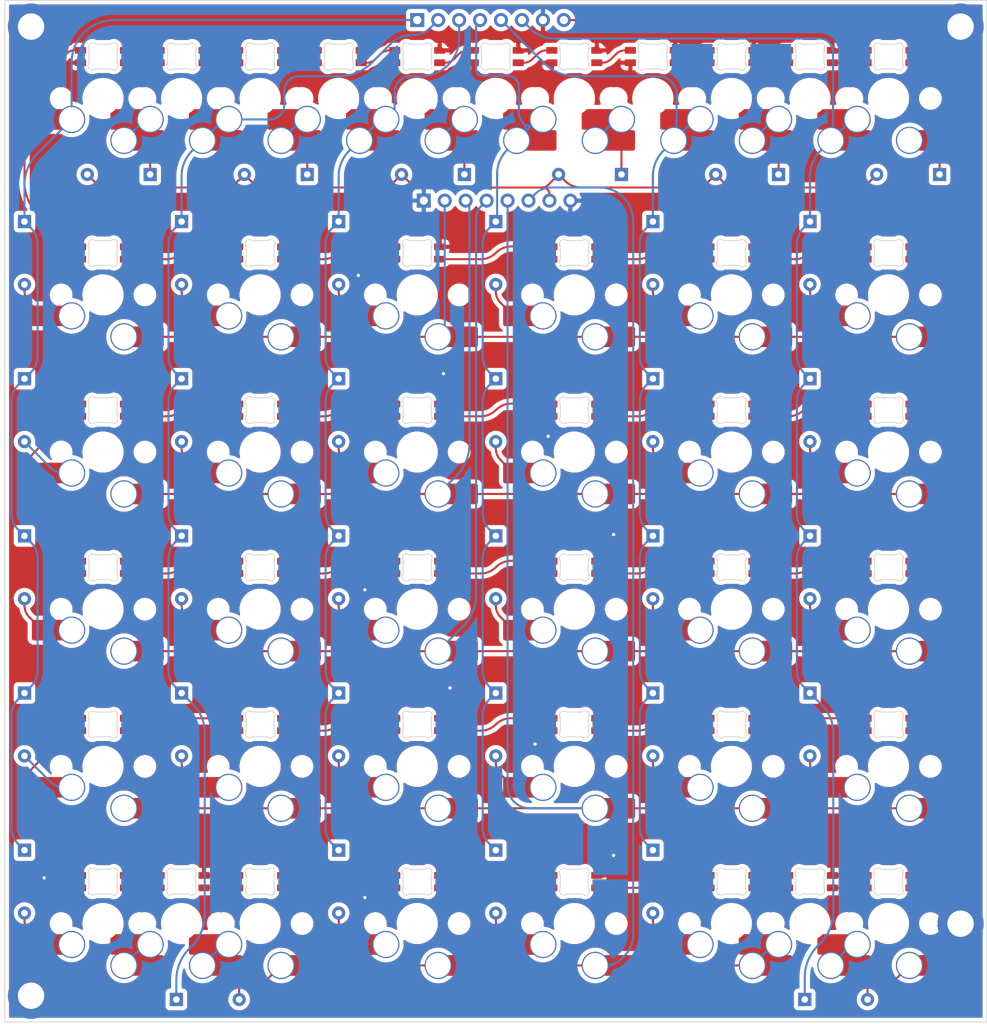
<source format=kicad_pcb>
(kicad_pcb (version 20211014) (generator pcbnew)
  (layers (0 "F.Cu" signal) (31 "B.Cu" signal) (34 "B.Paste" user) (35 "F.Paste" user) (36 "B.SilkS" user "B.Silkscreen") (37 "F.SilkS" user "F.Silkscreen") (38 "B.Mask" user) (39 "F.Mask" user) (44 "Edge.Cuts" user))
  (net 0 "")
  (net 1 "row2")
  (net 2 "col0")
  (net 3 "row0")
  (net 4 "col1")
  (net 5 "col2")
  (net 6 "col3")
  (net 7 "row1")
  (net 8 "row5")
  (net 9 "col5")
  (net 10 "row3")
  (net 11 "row4")
  (net 12 "col4")
  (net 13 "+5V")
  (net 14 "GND")
  (net 15 "Net-(D1-Pad2)")
  (net 16 "Net-(LED13-Pad2)")
  (net 17 "Net-(LED20-Pad3)")
  (net 18 "Net-(LED14-Pad2)")
  (net 19 "Net-(LED21-Pad3)")
  (net 20 "Net-(LED23-Pad3)")
  (net 21 "Net-(D2-Pad2)")
  (net 22 "Net-(D3-Pad2)")
  (net 23 "Net-(D4-Pad2)")
  (net 24 "Net-(LED11-Pad2)")
  (net 25 "Net-(LED12-Pad2)")
  (net 26 "Net-(D5-Pad2)")
  (net 27 "Net-(D6-Pad2)")
  (net 28 "Net-(D7-Pad2)")
  (net 29 "Net-(LED24-Pad3)")
  (net 30 "Net-(LED30-Pad2)")
  (net 31 "Net-(LED31-Pad2)")
  (net 32 "Net-(LED32-Pad2)")
  (net 33 "Net-(LED33-Pad2)")
  (net 34 "Net-(LED34-Pad2)")
  (net 35 "Net-(LED35-Pad2)")
  (net 36 "Net-(LED40-Pad2)")
  (net 37 "Net-(LED40-Pad3)")
  (net 38 "Net-(LED41-Pad3)")
  (net 39 "Net-(LED42-Pad3)")
  (net 40 "Net-(LED43-Pad3)")
  (net 41 "Net-(LED44-Pad3)")
  (net 42 "Net-(LED51-Pad2)")
  (net 43 "Net-(LED52-Pad2)")
  (net 44 "Net-(D8-Pad2)")
  (net 45 "LEDIN")
  (net 46 "Net-(D9-Pad2)")
  (net 47 "Net-(D10-Pad2)")
  (net 48 "Net-(D11-Pad2)")
  (net 49 "Net-(D12-Pad2)")
  (net 50 "Net-(D13-Pad2)")
  (net 51 "Net-(D14-Pad2)")
  (net 52 "Net-(D15-Pad2)")
  (net 53 "Net-(D16-Pad2)")
  (net 54 "Net-(D17-Pad2)")
  (net 55 "Net-(D18-Pad2)")
  (net 56 "Net-(D19-Pad2)")
  (net 57 "Net-(D20-Pad2)")
  (net 58 "Net-(D21-Pad2)")
  (net 59 "Net-(D22-Pad2)")
  (net 60 "Net-(D23-Pad2)")
  (net 61 "Net-(D24-Pad2)")
  (net 62 "Net-(D25-Pad2)")
  (net 63 "Net-(D26-Pad2)")
  (net 64 "Net-(D27-Pad2)")
  (net 65 "Net-(D28-Pad2)")
  (net 66 "Net-(D29-Pad2)")
  (net 67 "Net-(D31-Pad1)")
  (net 68 "Net-(D32-Pad1)")
  (net 69 "Net-(D33-Pad1)")
  (net 70 "Net-(D34-Pad1)")
  (net 71 "Net-(D35-Pad1)")
  (net 72 "Net-(D36-Pad1)")
  (net 73 "Net-(LED53-Pad2)")
  (net 74 "Net-(LED10-Pad2)")
  (net 75 "Net-(LED15-Pad2)")
  (net 76 "Net-(LED20-Pad2)")
  (net 77 "Net-(LED22-Pad3)")
  (net 78 "Net-(D30-Pad2)")
  (net 79 "Net-(LED51-Pad3)")
  (net 80 "Net-(LED0-Pad2)")
  (net 81 "Net-(LED0-Pad3)")
  (net 82 "Net-(LED0B1-Pad3)")
  (net 83 "Net-(LED1-Pad3)")
  (net 84 "Net-(LED1B1-Pad3)")
  (net 85 "Net-(LED2-Pad3)")
  (net 86 "Net-(LED2B1-Pad3)")
  (net 87 "Net-(LED3-Pad3)")
  (net 88 "Net-(LED3B1-Pad3)")
  (net 89 "Net-(LED4-Pad3)")
  (net 90 "Net-(LED4B1-Pad3)")
  (net 91 "Net-(LED55-Pad3)")
  (net 92 "Net-(LED50-Pad2)")
  (net 93 "Net-(LED54-Pad2)")
  (footprint "marbastlib-mx:SW_MX_HS_1u" (layer "F.Cu") (at 53.970248 138.88534 180)
    (fp_text reference "SW51B1" hide)
    (fp_text value "MX_SW_HS" hide)
  )
  (footprint "marbastlib-mx:LED_MX_6028R-FLIPPED" (layer "F.Cu") (at 120.645248 133.80534 180)
    (fp_text reference "LED54" hide)
    (fp_text value "MX_SK6812MINI-E" hide)
    (fp_line (start 0.794452 -1.499999) (end -0.794452 -1.499999) (layer "Edge.Cuts") (width 0.1))
    (fp_line (start -1.699999 -0.702841) (end -1.699999 0.702843) (layer "Edge.Cuts") (width 0.1))
    (fp_line (start -0.794452 1.5) (end 0.794453 1.5) (layer "Edge.Cuts") (width 0.1))
    (fp_line (start 1.699999 0.702843) (end 1.699999 -0.702841) (layer "Edge.Cuts") (width 0.1))
    (fp_arc (start -1.046711 1.5683) (mid -0.925123 1.517378) (end -0.794453 1.500001) (layer "Edge.Cuts") (width 0.1))
    (fp_arc (start 1.749484 0.919721) (mid 1.712509 0.814073) (end 1.699999 0.702844) (layer "Edge.Cuts") (width 0.1))
    (fp_arc (start -1.046711 1.5683) (mid -1.638071 1.504036) (end -1.749484 0.919721) (layer "Edge.Cuts") (width 0.1))
    (fp_arc (start 1.046711 -1.568298) (mid 0.925123 -1.517376) (end 0.794452 -1.499999) (layer "Edge.Cuts") (width 0.1))
    (fp_arc (start -0.794452 -1.499999) (mid -0.925122 -1.517376) (end -1.04671 -1.568298) (layer "Edge.Cuts") (width 0.1))
    (fp_arc (start 0.794453 1.5) (mid 0.925123 1.517377) (end 1.046711 1.568299) (layer "Edge.Cuts") (width 0.1))
    (fp_arc (start -1.699999 0.702843) (mid -1.712527 0.814069) (end -1.749484 0.919721) (layer "Edge.Cuts") (width 0.1))
    (fp_arc (start -1.749484 -0.919719) (mid -1.63807 -1.504033) (end -1.046711 -1.568296) (layer "Edge.Cuts") (width 0.1))
    (fp_arc (start -1.749484 -0.919719) (mid -1.712527 -0.814067) (end -1.699999 -0.702842) (layer "Edge.Cuts") (width 0.1))
    (fp_arc (start 1.749484 0.919721) (mid 1.63807 1.504035) (end 1.046711 1.568299) (layer "Edge.Cuts") (width 0.1))
    (fp_arc (start 1.046711 -1.568298) (mid 1.638071 -1.504035) (end 1.749484 -0.919718) (layer "Edge.Cuts") (width 0.1))
    (fp_arc (start 1.699999 -0.702841) (mid 1.712533 -0.814065) (end 1.749484 -0.919719) (layer "Edge.Cuts") (width 0.1))
  )
  (footprint "MountingHole:MountingHole_3.2mm_M3_DIN965_Pad" (layer "F.Cu") (at 148.43125 138.90625)
    (fp_text reference "J6" hide)
    (fp_text value "Conn_01x01_Male" hide)
  )
  (footprint "custom:D_DO-35_SOD27_P7.62mm_Horizontal_NoSilk" (layer "F.Cu") (at 92.070248 110.94534 -90)
    (fp_text reference "D22" hide)
    (fp_text value "1N4148")
  )
  (footprint "custom:D_DO-35_SOD27_P7.62mm_Horizontal_NoSilk" (layer "F.Cu") (at 69.210248 48.08034 180)
    (fp_text reference "D32" hide)
    (fp_text value "1N4148")
  )
  (footprint "marbastlib-mx:LED_MX_6028R-FLIPPED" (layer "F.Cu") (at 82.545248 95.70534 180)
    (fp_text reference "LED32" hide)
    (fp_text value "MX_SK6812MINI-E" hide)
    (fp_line (start 0.794452 -1.499999) (end -0.794452 -1.499999) (layer "Edge.Cuts") (width 0.1))
    (fp_line (start -1.699999 -0.702841) (end -1.699999 0.702843) (layer "Edge.Cuts") (width 0.1))
    (fp_line (start 1.699999 0.702843) (end 1.699999 -0.702841) (layer "Edge.Cuts") (width 0.1))
    (fp_line (start -0.794452 1.5) (end 0.794453 1.5) (layer "Edge.Cuts") (width 0.1))
    (fp_arc (start 1.749484 0.919721) (mid 1.712509 0.814073) (end 1.699999 0.702844) (layer "Edge.Cuts") (width 0.1))
    (fp_arc (start -1.046711 1.5683) (mid -1.638071 1.504036) (end -1.749484 0.919721) (layer "Edge.Cuts") (width 0.1))
    (fp_arc (start 1.046711 -1.568298) (mid 1.638071 -1.504035) (end 1.749484 -0.919718) (layer "Edge.Cuts") (width 0.1))
    (fp_arc (start 0.794453 1.5) (mid 0.925123 1.517377) (end 1.046711 1.568299) (layer "Edge.Cuts") (width 0.1))
    (fp_arc (start -1.699999 0.702843) (mid -1.712527 0.814069) (end -1.749484 0.919721) (layer "Edge.Cuts") (width 0.1))
    (fp_arc (start -1.749484 -0.919719) (mid -1.63807 -1.504033) (end -1.046711 -1.568296) (layer "Edge.Cuts") (width 0.1))
    (fp_arc (start -0.794452 -1.499999) (mid -0.925122 -1.517376) (end -1.04671 -1.568298) (layer "Edge.Cuts") (width 0.1))
    (fp_arc (start 1.749484 0.919721) (mid 1.63807 1.504035) (end 1.046711 1.568299) (layer "Edge.Cuts") (width 0.1))
    (fp_arc (start 1.699999 -0.702841) (mid 1.712533 -0.814065) (end 1.749484 -0.919719) (layer "Edge.Cuts") (width 0.1))
    (fp_arc (start -1.749484 -0.919719) (mid -1.712527 -0.814067) (end -1.699999 -0.702842) (layer "Edge.Cuts") (width 0.1))
    (fp_arc (start 1.046711 -1.568298) (mid 0.925123 -1.517376) (end 0.794452 -1.499999) (layer "Edge.Cuts") (width 0.1))
    (fp_arc (start -1.046711 1.5683) (mid -0.925123 1.517378) (end -0.794453 1.500001) (layer "Edge.Cuts") (width 0.1))
  )
  (footprint "marbastlib-mx:LED_MX_6028R" (layer "F.Cu") (at 73.020248 33.79284 180)
    (fp_text reference "LED1B1" hide)
    (fp_text value "MX_SK6812MINI-E" hide)
    (fp_line (start 0.794452 -1.5) (end -0.794453 -1.5) (layer "Edge.Cuts") (width 0.1))
    (fp_line (start -0.794452 1.499999) (end 0.794452 1.499999) (layer "Edge.Cuts") (width 0.1))
    (fp_line (start -1.699999 -0.702843) (end -1.699999 0.702841) (layer "Edge.Cuts") (width 0.1))
    (fp_line (start 1.699999 0.702841) (end 1.699999 -0.702843) (layer "Edge.Cuts") (width 0.1))
    (fp_arc (start 0.794452 1.499999) (mid 0.925122 1.517376) (end 1.04671 1.568298) (layer "Edge.Cuts") (width 0.1))
    (fp_arc (start -1.699999 0.702841) (mid -1.712527 0.814067) (end -1.749484 0.919719) (layer "Edge.Cuts") (width 0.1))
    (fp_arc (start -0.794453 -1.5) (mid -0.925123 -1.517377) (end -1.046711 -1.568299) (layer "Edge.Cuts") (width 0.1))
    (fp_arc (start 1.699999 -0.702843) (mid 1.712527 -0.814069) (end 1.749484 -0.919721) (layer "Edge.Cuts") (width 0.1))
    (fp_arc (start 1.046711 -1.5683) (mid 1.638072 -1.504036) (end 1.749484 -0.919721) (layer "Edge.Cuts") (width 0.1))
    (fp_arc (start -1.046711 1.568298) (mid -1.638072 1.504034) (end -1.749484 0.919718) (layer "Edge.Cuts") (width 0.1))
    (fp_arc (start 1.046711 -1.5683) (mid 0.925123 -1.517378) (end 0.794453 -1.500001) (layer "Edge.Cuts") (width 0.1))
    (fp_arc (start 1.749484 0.919719) (mid 1.712517 0.81407) (end 1.699999 0.702842) (layer "Edge.Cuts") (width 0.1))
    (fp_arc (start -1.046711 1.568298) (mid -0.925123 1.517376) (end -0.794452 1.499999) (layer "Edge.Cuts") (width 0.1))
    (fp_arc (start -1.749484 -0.919721) (mid -1.712527 -0.814069) (end -1.699999 -0.702844) (layer "Edge.Cuts") (width 0.1))
    (fp_arc (start 1.749484 0.919719) (mid 1.63807 1.504033) (end 1.046711 1.568296) (layer "Edge.Cuts") (width 0.1))
    (fp_arc (start -1.749484 -0.919721) (mid -1.638071 -1.504035) (end -1.046711 -1.568299) (layer "Edge.Cuts") (width 0.1))
  )
  (footprint "marbastlib-mx:LED_MX_6028R-FLIPPED" (layer "F.Cu") (at 120.645248 95.70534 180)
    (fp_text reference "LED34" hide)
    (fp_text value "MX_SK6812MINI-E" hide)
    (fp_line (start 1.699999 0.702843) (end 1.699999 -0.702841) (layer "Edge.Cuts") (width 0.1))
    (fp_line (start -1.699999 -0.702841) (end -1.699999 0.702843) (layer "Edge.Cuts") (width 0.1))
    (fp_line (start 0.794452 -1.499999) (end -0.794452 -1.499999) (layer "Edge.Cuts") (width 0.1))
    (fp_line (start -0.794452 1.5) (end 0.794453 1.5) (layer "Edge.Cuts") (width 0.1))
    (fp_arc (start 1.046711 -1.568298) (mid 1.638071 -1.504035) (end 1.749484 -0.919718) (layer "Edge.Cuts") (width 0.1))
    (fp_arc (start 1.749484 0.919721) (mid 1.63807 1.504035) (end 1.046711 1.568299) (layer "Edge.Cuts") (width 0.1))
    (fp_arc (start -1.749484 -0.919719) (mid -1.712527 -0.814067) (end -1.699999 -0.702842) (layer "Edge.Cuts") (width 0.1))
    (fp_arc (start -1.046711 1.5683) (mid -1.638071 1.504036) (end -1.749484 0.919721) (layer "Edge.Cuts") (width 0.1))
    (fp_arc (start 1.046711 -1.568298) (mid 0.925123 -1.517376) (end 0.794452 -1.499999) (layer "Edge.Cuts") (width 0.1))
    (fp_arc (start 1.749484 0.919721) (mid 1.712509 0.814073) (end 1.699999 0.702844) (layer "Edge.Cuts") (width 0.1))
    (fp_arc (start -0.794452 -1.499999) (mid -0.925122 -1.517376) (end -1.04671 -1.568298) (layer "Edge.Cuts") (width 0.1))
    (fp_arc (start -1.749484 -0.919719) (mid -1.63807 -1.504033) (end -1.046711 -1.568296) (layer "Edge.Cuts") (width 0.1))
    (fp_arc (start 0.794453 1.5) (mid 0.925123 1.517377) (end 1.046711 1.568299) (layer "Edge.Cuts") (width 0.1))
    (fp_arc (start 1.699999 -0.702841) (mid 1.712533 -0.814065) (end 1.749484 -0.919719) (layer "Edge.Cuts") (width 0.1))
    (fp_arc (start -1.699999 0.702843) (mid -1.712527 0.814069) (end -1.749484 0.919721) (layer "Edge.Cuts") (width 0.1))
    (fp_arc (start -1.046711 1.5683) (mid -0.925123 1.517378) (end -0.794453 1.500001) (layer "Edge.Cuts") (width 0.1))
  )
  (footprint "custom:D_DO-35_SOD27_P7.62mm_Horizontal_NoSilk" (layer "F.Cu") (at 111.120248 110.94534 -90)
    (fp_text reference "D23" hide)
    (fp_text value "1N4148")
  )
  (footprint "marbastlib-mx:LED_MX_6028R-FLIPPED" (layer "F.Cu") (at 101.595248 57.60534 180)
    (fp_text reference "LED13" hide)
    (fp_text value "MX_SK6812MINI-E" hide)
    (fp_line (start 1.699999 0.702843) (end 1.699999 -0.702841) (layer "Edge.Cuts") (width 0.1))
    (fp_line (start 0.794452 -1.499999) (end -0.794452 -1.499999) (layer "Edge.Cuts") (width 0.1))
    (fp_line (start -0.794452 1.5) (end 0.794453 1.5) (layer "Edge.Cuts") (width 0.1))
    (fp_line (start -1.699999 -0.702841) (end -1.699999 0.702843) (layer "Edge.Cuts") (width 0.1))
    (fp_arc (start -1.699999 0.702843) (mid -1.712527 0.814069) (end -1.749484 0.919721) (layer "Edge.Cuts") (width 0.1))
    (fp_arc (start -1.046711 1.5683) (mid -1.638071 1.504036) (end -1.749484 0.919721) (layer "Edge.Cuts") (width 0.1))
    (fp_arc (start 1.046711 -1.568298) (mid 0.925123 -1.517376) (end 0.794452 -1.499999) (layer "Edge.Cuts") (width 0.1))
    (fp_arc (start -1.749484 -0.919719) (mid -1.63807 -1.504033) (end -1.046711 -1.568296) (layer "Edge.Cuts") (width 0.1))
    (fp_arc (start -1.749484 -0.919719) (mid -1.712527 -0.814067) (end -1.699999 -0.702842) (layer "Edge.Cuts") (width 0.1))
    (fp_arc (start 1.046711 -1.568298) (mid 1.638071 -1.504035) (end 1.749484 -0.919718) (layer "Edge.Cuts") (width 0.1))
    (fp_arc (start 1.749484 0.919721) (mid 1.63807 1.504035) (end 1.046711 1.568299) (layer "Edge.Cuts") (width 0.1))
    (fp_arc (start 1.699999 -0.702841) (mid 1.712533 -0.814065) (end 1.749484 -0.919719) (layer "Edge.Cuts") (width 0.1))
    (fp_arc (start -0.794452 -1.499999) (mid -0.925122 -1.517376) (end -1.04671 -1.568298) (layer "Edge.Cuts") (width 0.1))
    (fp_arc (start -1.046711 1.5683) (mid -0.925123 1.517378) (end -0.794453 1.500001) (layer "Edge.Cuts") (width 0.1))
    (fp_arc (start 1.749484 0.919721) (mid 1.712509 0.814073) (end 1.699999 0.702844) (layer "Edge.Cuts") (width 0.1))
    (fp_arc (start 0.794453 1.5) (mid 0.925123 1.517377) (end 1.046711 1.568299) (layer "Edge.Cuts") (width 0.1))
  )
  (footprint "marbastlib-mx:SW_MX_HS_1u" (layer "F.Cu") (at 139.695248 119.83534 180)
    (fp_text reference "SW45" hide)
    (fp_text value "MX_SW_HS" hide)
  )
  (footprint "marbastlib-mx:SW_MX_HS_1u" (layer "F.Cu") (at 101.595248 100.78534 180)
    (fp_text reference "SW33" hide)
    (fp_text value "MX_SW_HS" hide)
  )
  (footprint "marbastlib-mx:SW_MX_HS_1u" (layer "F.Cu") (at 139.695248 62.68534 180)
    (fp_text reference "SW15" hide)
    (fp_text value "MX_SW_HS" hide)
  )
  (footprint "marbastlib-mx:LED_MX_6028R-FLIPPED" (layer "F.Cu") (at 139.695248 133.80534 180)
    (fp_text reference "LED55" hide)
    (fp_text value "MX_SK6812MINI-E" hide)
    (fp_line (start -1.699999 -0.702841) (end -1.699999 0.702843) (layer "Edge.Cuts") (width 0.1))
    (fp_line (start -0.794452 1.5) (end 0.794453 1.5) (layer "Edge.Cuts") (width 0.1))
    (fp_line (start 1.699999 0.702843) (end 1.699999 -0.702841) (layer "Edge.Cuts") (width 0.1))
    (fp_line (start 0.794452 -1.499999) (end -0.794452 -1.499999) (layer "Edge.Cuts") (width 0.1))
    (fp_arc (start 1.699999 -0.702841) (mid 1.712533 -0.814065) (end 1.749484 -0.919719) (layer "Edge.Cuts") (width 0.1))
    (fp_arc (start -1.046711 1.5683) (mid -1.638071 1.504036) (end -1.749484 0.919721) (layer "Edge.Cuts") (width 0.1))
    (fp_arc (start -1.749484 -0.919719) (mid -1.63807 -1.504033) (end -1.046711 -1.568296) (layer "Edge.Cuts") (width 0.1))
    (fp_arc (start -1.046711 1.5683) (mid -0.925123 1.517378) (end -0.794453 1.500001) (layer "Edge.Cuts") (width 0.1))
    (fp_arc (start 1.749484 0.919721) (mid 1.63807 1.504035) (end 1.046711 1.568299) (layer "Edge.Cuts") (width 0.1))
    (fp_arc (start -1.699999 0.702843) (mid -1.712527 0.814069) (end -1.749484 0.919721) (layer "Edge.Cuts") (width 0.1))
    (fp_arc (start -0.794452 -1.499999) (mid -0.925122 -1.517376) (end -1.04671 -1.568298) (layer "Edge.Cuts") (width 0.1))
    (fp_arc (start 0.794453 1.5) (mid 0.925123 1.517377) (end 1.046711 1.568299) (layer "Edge.Cuts") (width 0.1))
    (fp_arc (start 1.046711 -1.568298) (mid 1.638071 -1.504035) (end 1.749484 -0.919718) (layer "Edge.Cuts") (width 0.1))
    (fp_arc (start 1.749484 0.919721) (mid 1.712509 0.814073) (end 1.699999 0.702844) (layer "Edge.Cuts") (width 0.1))
    (fp_arc (start 1.046711 -1.568298) (mid 0.925123 -1.517376) (end 0.794452 -1.499999) (layer "Edge.Cuts") (width 0.1))
    (fp_arc (start -1.749484 -0.919719) (mid -1.712527 -0.814067) (end -1.699999 -0.702842) (layer "Edge.Cuts") (width 0.1))
  )
  (footprint "marbastlib-mx:SW_MX_HS_1u" (layer "F.Cu") (at 101.595248 62.68534 180)
    (fp_text reference "SW13" hide)
    (fp_text value "MX_SW_HS" hide)
  )
  (footprint "custom:D_DO-35_SOD27_P7.62mm_Horizontal_NoSilk" (layer "F.Cu") (at 92.070248 91.89534 -90)
    (fp_text reference "D16" hide)
    (fp_text value "1N4148")
  )
  (footprint "marbastlib-mx:SW_MX_HS_1u" (layer "F.Cu") (at 63.495248 100.78534 180)
    (fp_text reference "SW31" hide)
    (fp_text value "MX_SW_HS" hide)
  )
  (footprint "custom:D_DO-35_SOD27_P7.62mm_Horizontal_NoSilk" (layer "F.Cu") (at 34.920248 110.94534 -90)
    (fp_text reference "D19" hide)
    (fp_text value "1N4148")
  )
  (footprint "MountingHole:MountingHole_3.2mm_M3_DIN965_Pad" (layer "F.Cu") (at 148.43125 30.1625)
    (fp_text reference "J3" hide)
    (fp_text value "Conn_01x01_Male" hide)
  )
  (footprint "marbastlib-mx:SW_MX_HS_1u" (layer "F.Cu") (at 63.495248 138.88534 180)
    (fp_text reference "SW51" hide)
    (fp_text value "MX_SW_HS" hide)
  )
  (footprint "marbastlib-mx:SW_MX_HS_1u" (layer "F.Cu") (at 63.495248 62.68534 180)
    (fp_text reference "SW11" hide)
    (fp_text value "MX_SW_HS" hide)
  )
  (footprint "marbastlib-mx:SW_MX_HS_1u" (layer "F.Cu") (at 101.595248 38.87284 180)
    (fp_text reference "SW3" hide)
    (fp_text value "MX_SW_HS" hide)
  )
  (footprint "marbastlib-mx:LED_MX_6028R-FLIPPED" (layer "F.Cu") (at 101.595248 133.80534 180)
    (fp_text reference "LED53" hide)
    (fp_text value "MX_SK6812MINI-E" hide)
    (fp_line (start -1.699999 -0.702841) (end -1.699999 0.702843) (layer "Edge.Cuts") (width 0.1))
    (fp_line (start -0.794452 1.5) (end 0.794453 1.5) (layer "Edge.Cuts") (width 0.1))
    (fp_line (start 0.794452 -1.499999) (end -0.794452 -1.499999) (layer "Edge.Cuts") (width 0.1))
    (fp_line (start 1.699999 0.702843) (end 1.699999 -0.702841) (layer "Edge.Cuts") (width 0.1))
    (fp_arc (start 1.749484 0.919721) (mid 1.712509 0.814073) (end 1.699999 0.702844) (layer "Edge.Cuts") (width 0.1))
    (fp_arc (start 0.794453 1.5) (mid 0.925123 1.517377) (end 1.046711 1.568299) (layer "Edge.Cuts") (width 0.1))
    (fp_arc (start -1.749484 -0.919719) (mid -1.712527 -0.814067) (end -1.699999 -0.702842) (layer "Edge.Cuts") (width 0.1))
    (fp_arc (start -1.699999 0.702843) (mid -1.712527 0.814069) (end -1.749484 0.919721) (layer "Edge.Cuts") (width 0.1))
    (fp_arc (start 1.046711 -1.568298) (mid 0.925123 -1.517376) (end 0.794452 -1.499999) (layer "Edge.Cuts") (width 0.1))
    (fp_arc (start -1.046711 1.5683) (mid -1.638071 1.504036) (end -1.749484 0.919721) (layer "Edge.Cuts") (width 0.1))
    (fp_arc (start -1.046711 1.5683) (mid -0.925123 1.517378) (end -0.794453 1.500001) (layer "Edge.Cuts") (width 0.1))
    (fp_arc (start 1.699999 -0.702841) (mid 1.712533 -0.814065) (end 1.749484 -0.919719) (layer "Edge.Cuts") (width 0.1))
    (fp_arc (start -1.749484 -0.919719) (mid -1.63807 -1.504033) (end -1.046711 -1.568296) (layer "Edge.Cuts") (width 0.1))
    (fp_arc (start -0.794452 -1.499999) (mid -0.925122 -1.517376) (end -1.04671 -1.568298) (layer "Edge.Cuts") (width 0.1))
    (fp_arc (start 1.046711 -1.568298) (mid 1.638071 -1.504035) (end 1.749484 -0.919718) (layer "Edge.Cuts") (width 0.1))
    (fp_arc (start 1.749484 0.919721) (mid 1.63807 1.504035) (end 1.046711 1.568299) (layer "Edge.Cuts") (width 0.1))
  )
  (footprint "marbastlib-mx:SW_MX_HS_1u" (layer "F.Cu") (at 44.445248 38.87284 180)
    (fp_text reference "SW0" hide)
    (fp_text value "MX_SW_HS" hide)
  )
  (footprint "custom:D_DO-35_SOD27_P7.62mm_Horizontal_NoSilk" (layer "F.Cu") (at 53.970248 110.94534 -90)
    (fp_text reference "D20" hide)
    (fp_text value "1N4148")
  )
  (footprint "custom:D_DO-35_SOD27_P7.62mm_Horizontal_NoSilk" (layer "F.Cu") (at 34.920248 129.99534 -90)
    (fp_text reference "D25" hide)
    (fp_text value "1N4148")
  )
  (footprint "marbastlib-mx:LED_MX_6028R" (layer "F.Cu") (at 120.645248 33.79284 180)
    (fp_text reference "LED4" hide)
    (fp_text value "MX_SK6812MINI-E" hide)
    (fp_line (start -1.699999 -0.702843) (end -1.699999 0.702841) (layer "Edge.Cuts") (width 0.1))
    (fp_line (start -0.794452 1.499999) (end 0.794452 1.499999) (layer "Edge.Cuts") (width 0.1))
    (fp_line (start 0.794452 -1.5) (end -0.794453 -1.5) (layer "Edge.Cuts") (width 0.1))
    (fp_line (start 1.699999 0.702841) (end 1.699999 -0.702843) (layer "Edge.Cuts") (width 0.1))
    (fp_arc (start -0.794453 -1.5) (mid -0.925123 -1.517377) (end -1.046711 -1.568299) (layer "Edge.Cuts") (width 0.1))
    (fp_arc (start -1.749484 -0.919721) (mid -1.712527 -0.814069) (end -1.699999 -0.702844) (layer "Edge.Cuts") (width 0.1))
    (fp_arc (start 0.794452 1.499999) (mid 0.925122 1.517376) (end 1.04671 1.568298) (layer "Edge.Cuts") (width 0.1))
    (fp_arc (start 1.749484 0.919719) (mid 1.712517 0.81407) (end 1.699999 0.702842) (layer "Edge.Cuts") (width 0.1))
    (fp_arc (start -1.046711 1.568298) (mid -1.638072 1.504034) (end -1.749484 0.919718) (layer "Edge.Cuts") (width 0.1))
    (fp_arc (start 1.046711 -1.5683) (mid 1.638072 -1.504036) (end 1.749484 -0.919721) (layer "Edge.Cuts") (width 0.1))
    (fp_arc (start -1.749484 -0.919721) (mid -1.638071 -1.504035) (end -1.046711 -1.568299) (layer "Edge.Cuts") (width 0.1))
    (fp_arc (start 1.749484 0.919719) (mid 1.63807 1.504033) (end 1.046711 1.568296) (layer "Edge.Cuts") (width 0.1))
    (fp_arc (start -1.046711 1.568298) (mid -0.925123 1.517376) (end -0.794452 1.499999) (layer "Edge.Cuts") (width 0.1))
    (fp_arc (start -1.699999 0.702841) (mid -1.712527 0.814067) (end -1.749484 0.919719) (layer "Edge.Cuts") (width 0.1))
    (fp_arc (start 1.046711 -1.5683) (mid 0.925123 -1.517378) (end 0.794453 -1.500001) (layer "Edge.Cuts") (width 0.1))
    (fp_arc (start 1.699999 -0.702843) (mid 1.712527 -0.814069) (end 1.749484 -0.919721) (layer "Edge.Cuts") (width 0.1))
  )
  (footprint "custom:D_DO-35_SOD27_P7.62mm_Horizontal_NoSilk" (layer "F.Cu") (at 145.886498 48.08034 180)
    (fp_text reference "D36" hide)
    (fp_text value "1N4148")
  )
  (footprint "marbastlib-mx:SW_MX_HS_1u" (layer "F.Cu") (at 44.445248 62.68534 180)
    (fp_text reference "SW10" hide)
    (fp_text value "MX_SW_HS" hide)
  )
  (footprint "MountingHole:MountingHole_3.2mm_M3_DIN965_Pad" (layer "F.Cu") (at 35.71875 30.1625)
    (fp_text reference "J5" hide)
    (fp_text value "Conn_01x01_Male" hide)
  )
  (footprint "marbastlib-mx:LED_MX_6028R" (layer "F.Cu") (at 82.545248 33.79284 180)
    (fp_text reference "LED2" hide)
    (fp_text value "MX_SK6812MINI-E" hide)
    (fp_line (start -1.699999 -0.702843) (end -1.699999 0.702841) (layer "Edge.Cuts") (width 0.1))
    (fp_line (start -0.794452 1.499999) (end 0.794452 1.499999) (layer "Edge.Cuts") (width 0.1))
    (fp_line (start 1.699999 0.702841) (end 1.699999 -0.702843) (layer "Edge.Cuts") (width 0.1))
    (fp_line (start 0.794452 -1.5) (end -0.794453 -1.5) (layer "Edge.Cuts") (width 0.1))
    (fp_arc (start -1.699999 0.702841) (mid -1.712527 0.814067) (end -1.749484 0.919719) (layer "Edge.Cuts") (width 0.1))
    (fp_arc (start -1.749484 -0.919721) (mid -1.712527 -0.814069) (end -1.699999 -0.702844) (layer "Edge.Cuts") (width 0.1))
    (fp_arc (start 0.794452 1.499999) (mid 0.925122 1.517376) (end 1.04671 1.568298) (layer "Edge.Cuts") (width 0.1))
    (fp_arc (start 1.749484 0.919719) (mid 1.63807 1.504033) (end 1.046711 1.568296) (layer "Edge.Cuts") (width 0.1))
    (fp_arc (start -1.046711 1.568298) (mid -1.638072 1.504034) (end -1.749484 0.919718) (layer "Edge.Cuts") (width 0.1))
    (fp_arc (start 1.046711 -1.5683) (mid 1.638072 -1.504036) (end 1.749484 -0.919721) (layer "Edge.Cuts") (width 0.1))
    (fp_arc (start -1.749484 -0.919721) (mid -1.638071 -1.504035) (end -1.046711 -1.568299) (layer "Edge.Cuts") (width 0.1))
    (fp_arc (start -0.794453 -1.5) (mid -0.925123 -1.517377) (end -1.046711 -1.568299) (layer "Edge.Cuts") (width 0.1))
    (fp_arc (start -1.046711 1.568298) (mid -0.925123 1.517376) (end -0.794452 1.499999) (layer "Edge.Cuts") (width 0.1))
    (fp_arc (start 1.699999 -0.702843) (mid 1.712527 -0.814069) (end 1.749484 -0.919721) (layer "Edge.Cuts") (width 0.1))
    (fp_arc (start 1.046711 -1.5683) (mid 0.925123 -1.517378) (end 0.794453 -1.500001) (layer "Edge.Cuts") (width 0.1))
    (fp_arc (start 1.749484 0.919719) (mid 1.712517 0.81407) (end 1.699999 0.702842) (layer "Edge.Cuts") (width 0.1))
  )
  (footprint "marbastlib-mx:SW_MX_HS_1u" (layer "F.Cu") (at 82.545248 138.88534 180)
    (fp_text reference "SW52" hide)
    (fp_text value "MX_SW_HS" hide)
  )
  (footprint "Connector_PinHeader_2.54mm:PinHeader_1x08_P2.54mm_Vertical" (layer "F.Cu") (at 82.545248 29.36875 90)
    (fp_text reference "J2" hide)
    (fp_text value "Conn_01x08" hide)
  )
  (footprint "marbastlib-mx:SW_MX_HS_1u" (layer "F.Cu") (at 120.645248 100.78534 180)
    (fp_text reference "SW34" hide)
    (fp_text value "MX_SW_HS" hide)
  )
  (footprint "marbastlib-mx:SW_MX_HS_1u" (layer "F.Cu") (at 44.445248 138.88534 180)
    (fp_text reference "SW50" hide)
    (fp_text value "MX_SW_HS" hide)
  )
  (footprint "marbastlib-mx:SW_MX_HS_1u" (layer "F.Cu") (at 63.495248 81.73534 180)
    (fp_text reference "SW21" hide)
    (fp_text value "MX_SW_HS" hide)
  )
  (footprint "custom:D_DO-35_SOD27_P7.62mm_Horizontal_NoSilk" (layer "F.Cu") (at 73.020248 91.89534 -90)
    (fp_text reference "D13" hide)
    (fp_text value "1N4148")
  )
  (footprint "custom:D_DO-35_SOD27_P7.62mm_Horizontal_NoSilk" (layer "F.Cu") (at 73.020248 72.84534 -90)
    (fp_text reference "D9" hide)
    (fp_text value "1N4148")
  )
  (footprint "marbastlib-mx:SW_MX_HS_1u" (layer "F.Cu") (at 82.545248 100.78534 180)
    (fp_text reference "SW32" hide)
    (fp_text value "MX_SW_HS" hide)
  )
  (footprint "marbastlib-mx:SW_MX_HS_1u" (layer "F.Cu") (at 82.545248 38.87284 180)
    (fp_text reference "SW2" hide)
    (fp_text value "MX_SW_HS" hide)
  )
  (footprint "marbastlib-mx:LED_MX_6028R-FLIPPED" (layer "F.Cu") (at 82.545248 57.60534 180)
    (fp_text reference "LED12" hide)
    (fp_text value "MX_SK6812MINI-E" hide)
    (fp_line (start 1.699999 0.702843) (end 1.699999 -0.702841) (layer "Edge.Cuts") (width 0.1))
    (fp_line (start 0.794452 -1.499999) (end -0.794452 -1.499999) (layer "Edge.Cuts") (width 0.1))
    (fp_line (start -0.794452 1.5) (end 0.794453 1.5) (layer "Edge.Cuts") (width 0.1))
    (fp_line (start -1.699999 -0.702841) (end -1.699999 0.702843) (layer "Edge.Cuts") (width 0.1))
    (fp_arc (start 1.046711 -1.568298) (mid 1.638071 -1.504035) (end 1.749484 -0.919718) (layer "Edge.Cuts") (width 0.1))
    (fp_arc (start -1.749484 -0.919719) (mid -1.63807 -1.504033) (end -1.046711 -1.568296) (layer "Edge.Cuts") (width 0.1))
    (fp_arc (start 1.749484 0.919721) (mid 1.63807 1.504035) (end 1.046711 1.568299) (layer "Edge.Cuts") (width 0.1))
    (fp_arc (start 0.794453 1.5) (mid 0.925123 1.517377) (end 1.046711 1.568299) (layer "Edge.Cuts") (width 0.1))
    (fp_arc (start -1.699999 0.702843) (mid -1.712527 0.814069) (end -1.749484 0.919721) (layer "Edge.Cuts") (width 0.1))
    (fp_arc (start -1.046711 1.5683) (mid -0.925123 1.517378) (end -0.794453 1.500001) (layer "Edge.Cuts") (width 0.1))
    (fp_arc (start 1.046711 -1.568298) (mid 0.925123 -1.517376) (end 0.794452 -1.499999) (layer "Edge.Cuts") (width 0.1))
    (fp_arc (start -1.749484 -0.919719) (mid -1.712527 -0.814067) (end -1.699999 -0.702842) (layer "Edge.Cuts") (width 0.1))
    (fp_arc (start 1.749484 0.919721) (mid 1.712509 0.814073) (end 1.699999 0.702844) (layer "Edge.Cuts") (width 0.1))
    (fp_arc (start -1.046711 1.5683) (mid -1.638071 1.504036) (end -1.749484 0.919721) (layer "Edge.Cuts") (width 0.1))
    (fp_arc (start 1.699999 -0.702841) (mid 1.712533 -0.814065) (end 1.749484 -0.919719) (layer "Edge.Cuts") (width 0.1))
    (fp_arc (start -0.794452 -1.499999) (mid -0.925122 -1.517376) (end -1.04671 -1.568298) (layer "Edge.Cuts") (width 0.1))
  )
  (footprint "marbastlib-mx:LED_MX_6028R-FLIPPED" (layer "F.Cu") (at 63.495248 57.60534 180)
    (fp_text reference "LED11" hide)
    (fp_text value "MX_SK6812MINI-E" hide)
    (fp_line (start 0.794452 -1.499999) (end -0.794452 -1.499999) (layer "Edge.Cuts") (width 0.1))
    (fp_line (start 1.699999 0.702843) (end 1.699999 -0.702841) (layer "Edge.Cuts") (width 0.1))
    (fp_line (start -0.794452 1.5) (end 0.794453 1.5) (layer "Edge.Cuts") (width 0.1))
    (fp_line (start -1.699999 -0.702841) (end -1.699999 0.702843) (layer "Edge.Cuts") (width 0.1))
    (fp_arc (start 1.699999 -0.702841) (mid 1.712533 -0.814065) (end 1.749484 -0.919719) (layer "Edge.Cuts") (width 0.1))
    (fp_arc (start 1.046711 -1.568298) (mid 0.925123 -1.517376) (end 0.794452 -1.499999) (layer "Edge.Cuts") (width 0.1))
    (fp_arc (start -1.046711 1.5683) (mid -1.638071 1.504036) (end -1.749484 0.919721) (layer "Edge.Cuts") (width 0.1))
    (fp_arc (start -0.794452 -1.499999) (mid -0.925122 -1.517376) (end -1.04671 -1.568298) (layer "Edge.Cuts") (width 0.1))
    (fp_arc (start -1.699999 0.702843) (mid -1.712527 0.814069) (end -1.749484 0.919721) (layer "Edge.Cuts") (width 0.1))
    (fp_arc (start -1.749484 -0.919719) (mid -1.63807 -1.504033) (end -1.046711 -1.568296) (layer "Edge.Cuts") (width 0.1))
    (fp_arc (start 1.046711 -1.568298) (mid 1.638071 -1.504035) (end 1.749484 -0.919718) (layer "Edge.Cuts") (width 0.1))
    (fp_arc (start 1.749484 0.919721) (mid 1.712509 0.814073) (end 1.699999 0.702844) (layer "Edge.Cuts") (width 0.1))
    (fp_arc (start -1.749484 -0.919719) (mid -1.712527 -0.814067) (end -1.699999 -0.702842) (layer "Edge.Cuts") (width 0.1))
    (fp_arc (start 0.794453 1.5) (mid 0.925123 1.517377) (end 1.046711 1.568299) (layer "Edge.Cuts") (width 0.1))
    (fp_arc (start 1.749484 0.919721) (mid 1.63807 1.504035) (end 1.046711 1.568299) (layer "Edge.Cuts") (width 0.1))
    (fp_arc (start -1.046711 1.5683) (mid -0.925123 1.517378) (end -0.794453 1.500001) (layer "Edge.Cuts") (width 0.1))
  )
  (footprint "marbastlib-mx:LED_MX_6028R-FLIPPED" (layer "F.Cu") (at 53.970248 133.80534 180)
    (fp_text reference "LED6" hide)
    (fp_text value "MX_SK6812MINI-E" hide)
    (fp_line (start -1.699999 -0.702841) (end -1.699999 0.702843) (layer "Edge.Cuts") (width 0.1))
    (fp_line (start -0.794452 1.5) (end 0.794453 1.5) (layer "Edge.Cuts") (width 0.1))
    (fp_line (start 0.794452 -1.499999) (end -0.794452 -1.499999) (layer "Edge.Cuts") (width 0.1))
    (fp_line (start 1.699999 0.702843) (end 1.699999 -0.702841) (layer "Edge.Cuts") (width 0.1))
    (fp_arc (start 1.046711 -1.568298) (mid 0.925123 -1.517376) (end 0.794452 -1.499999) (layer "Edge.Cuts") (width 0.1))
    (fp_arc (start -1.749484 -0.919719) (mid -1.712527 -0.814067) (end -1.699999 -0.702842) (layer "Edge.Cuts") (width 0.1))
    (fp_arc (start -1.749484 -0.919719) (mid -1.63807 -1.504033) (end -1.046711 -1.568296) (layer "Edge.Cuts") (width 0.1))
    (fp_arc (start 1.699999 -0.702841) (mid 1.712533 -0.814065) (end 1.749484 -0.919719) (layer "Edge.Cuts") (width 0.1))
    (fp_arc (start -0.794452 -1.499999) (mid -0.925122 -1.517376) (end -1.04671 -1.568298) (layer "Edge.Cuts") (width 0.1))
    (fp_arc (start 1.749484 0.919721) (mid 1.712509 0.814073) (end 1.699999 0.702844) (layer "Edge.Cuts") (width 0.1))
    (fp_arc (start 1.749484 0.919721) (mid 1.63807 1.504035) (end 1.046711 1.568299) (layer "Edge.Cuts") (width 0.1))
    (fp_arc (start 0.794453 1.5) (mid 0.925123 1.517377) (end 1.046711 1.568299) (layer "Edge.Cuts") (width 0.1))
    (fp_arc (start -1.699999 0.702843) (mid -1.712527 0.814069) (end -1.749484 0.919721) (layer "Edge.Cuts") (width 0.1))
    (fp_arc (start -1.046711 1.5683) (mid -1.638071 1.504036) (end -1.749484 0.919721) (layer "Edge.Cuts") (width 0.1))
    (fp_arc (start 1.046711 -1.568298) (mid 1.638071 -1.504035) (end 1.749484 -0.919718) (layer "Edge.Cuts") (width 0.1))
    (fp_arc (start -1.046711 1.5683) (mid -0.925123 1.517378) (end -0.794453 1.500001) (layer "Edge.Cuts") (width 0.1))
  )
  (footprint "marbastlib-mx:LED_MX_6028R" (layer "F.Cu") (at 44.445248 33.79284 180)
    (fp_text reference "LED0" hide)
    (fp_text value "MX_SK6812MINI-E" hide)
    (fp_line (start -0.794452 1.499999) (end 0.794452 1.499999) (layer "Edge.Cuts") (width 0.1))
    (fp_line (start -1.699999 -0.702843) (end -1.699999 0.702841) (layer "Edge.Cuts") (width 0.1))
    (fp_line (start 1.699999 0.702841) (end 1.699999 -0.702843) (layer "Edge.Cuts") (width 0.1))
    (fp_line (start 0.794452 -1.5) (end -0.794453 -1.5) (layer "Edge.Cuts") (width 0.1))
    (fp_arc (start 1.046711 -1.5683) (mid 1.638072 -1.504036) (end 1.749484 -0.919721) (layer "Edge.Cuts") (width 0.1))
    (fp_arc (start -0.794453 -1.5) (mid -0.925123 -1.517377) (end -1.046711 -1.568299) (layer "Edge.Cuts") (width 0.1))
    (fp_arc (start -1.699999 0.702841) (mid -1.712527 0.814067) (end -1.749484 0.919719) (layer "Edge.Cuts") (width 0.1))
    (fp_arc (start -1.046711 1.568298) (mid -1.638072 1.504034) (end -1.749484 0.919718) (layer "Edge.Cuts") (width 0.1))
    (fp_arc (start -1.749484 -0.919721) (mid -1.638071 -1.504035) (end -1.046711 -1.568299) (layer "Edge.Cuts") (width 0.1))
    (fp_arc (start 1.749484 0.919719) (mid 1.63807 1.504033) (end 1.046711 1.568296) (layer "Edge.Cuts") (width 0.1))
    (fp_arc (start -1.749484 -0.919721) (mid -1.712527 -0.814069) (end -1.699999 -0.702844) (layer "Edge.Cuts") (width 0.1))
    (fp_arc (start 1.699999 -0.702843) (mid 1.712527 -0.814069) (end 1.749484 -0.919721) (layer "Edge.Cuts") (width 0.1))
    (fp_arc (start 0.794452 1.499999) (mid 0.925122 1.517376) (end 1.04671 1.568298) (layer "Edge.Cuts") (width 0.1))
    (fp_arc (start 1.046711 -1.5683) (mid 0.925123 -1.517378) (end 0.794453 -1.500001) (layer "Edge.Cuts") (width 0.1))
    (fp_arc (start 1.749484 0.919719) (mid 1.712517 0.81407) (end 1.699999 0.702842) (layer "Edge.Cuts") (width 0.1))
    (fp_arc (start -1.046711 1.568298) (mid -0.925123 1.517376) (end -0.794452 1.499999) (layer "Edge.Cuts") (width 0.1))
  )
  (footprint "marbastlib-mx:SW_MX_HS_1u" (layer "F.Cu") (at 120.645248 138.88534 180)
    (fp_text reference "SW54" hide)
    (fp_text value "MX_SW_HS" hide)
  )
  (footprint "marbastlib-mx:LED_MX_6028R" (layer "F.Cu") (at 63.495248 114.75534 180)
    (fp_text reference "LED41" hide)
    (fp_text value "MX_SK6812MINI-E" hide)
    (fp_line (start -1.699999 -0.702843) (end -1.699999 0.702841) (layer "Edge.Cuts") (width 0.1))
    (fp_line (start 0.794452 -1.5) (end -0.794453 -1.5) (layer "Edge.Cuts") (width 0.1))
    (fp_line (start 1.699999 0.702841) (end 1.699999 -0.702843) (layer "Edge.Cuts") (width 0.1))
    (fp_line (start -0.794452 1.499999) (end 0.794452 1.499999) (layer "Edge.Cuts") (width 0.1))
    (fp_arc (start 1.749484 0.919719) (mid 1.712517 0.81407) (end 1.699999 0.702842) (layer "Edge.Cuts") (width 0.1))
    (fp_arc (start -1.749484 -0.919721) (mid -1.638071 -1.504035) (end -1.046711 -1.568299) (layer "Edge.Cuts") (width 0.1))
    (fp_arc (start -1.046711 1.568298) (mid -0.925123 1.517376) (end -0.794452 1.499999) (layer "Edge.Cuts") (width 0.1))
    (fp_arc (start 1.749484 0.919719) (mid 1.63807 1.504033) (end 1.046711 1.568296) (layer "Edge.Cuts") (width 0.1))
    (fp_arc (start 1.046711 -1.5683) (mid 1.638072 -1.504036) (end 1.749484 -0.919721) (layer "Edge.Cuts") (width 0.1))
    (fp_arc (start -1.699999 0.702841) (mid -1.712527 0.814067) (end -1.749484 0.919719) (layer "Edge.Cuts") (width 0.1))
    (fp_arc (start 1.699999 -0.702843) (mid 1.712527 -0.814069) (end 1.749484 -0.919721) (layer "Edge.Cuts") (width 0.1))
    (fp_arc (start -1.749484 -0.919721) (mid -1.712527 -0.814069) (end -1.699999 -0.702844) (layer "Edge.Cuts") (width 0.1))
    (fp_arc (start -0.794453 -1.5) (mid -0.925123 -1.517377) (end -1.046711 -1.568299) (layer "Edge.Cuts") (width 0.1))
    (fp_arc (start -1.046711 1.568298) (mid -1.638072 1.504034) (end -1.749484 0.919718) (layer "Edge.Cuts") (width 0.1))
    (fp_arc (start 0.794452 1.499999) (mid 0.925122 1.517376) (end 1.04671 1.568298) (layer "Edge.Cuts") (width 0.1))
    (fp_arc (start 1.046711 -1.5683) (mid 0.925123 -1.517378) (end 0.794453 -1.500001) (layer "Edge.Cuts") (width 0.1))
  )
  (footprint "marbastlib-mx:LED_MX_6028R" (layer "F.Cu") (at 120.645248 76.65534 180)
    (fp_text reference "LED24" hide)
    (fp_text value "MX_SK6812MINI-E" hide)
    (fp_line (start 1.699999 0.702841) (end 1.699999 -0.702843) (layer "Edge.Cuts") (width 0.1))
    (fp_line (start -1.699999 -0.702843) (end -1.699999 0.702841) (layer "Edge.Cuts") (width 0.1))
    (fp_line (start 0.794452 -1.5) (end -0.794453 -1.5) (layer "Edge.Cuts") (width 0.1))
    (fp_line (start -0.794452 1.499999) (end 0.794452 1.499999) (layer "Edge.Cuts") (width 0.1))
    (fp_arc (start 1.046711 -1.5683) (mid 0.925123 -1.517378) (end 0.794453 -1.500001) (layer "Edge.Cuts") (width 0.1))
    (fp_arc (start 0.794452 1.499999) (mid 0.925122 1.517376) (end 1.04671 1.568298) (layer "Edge.Cuts") (width 0.1))
    (fp_arc (start -1.046711 1.568298) (mid -0.925123 1.517376) (end -0.794452 1.499999) (layer "Edge.Cuts") (width 0.1))
    (fp_arc (start -1.699999 0.702841) (mid -1.712527 0.814067) (end -1.749484 0.919719) (layer "Edge.Cuts") (width 0.1))
    (fp_arc (start 1.749484 0.919719) (mid 1.712517 0.81407) (end 1.699999 0.702842) (layer "Edge.Cuts") (width 0.1))
    (fp_arc (start -1.749484 -0.919721) (mid -1.638071 -1.504035) (end -1.046711 -1.568299) (layer "Edge.Cuts") (width 0.1))
    (fp_arc (start -1.046711 1.568298) (mid -1.638072 1.504034) (end -1.749484 0.919718) (layer "Edge.Cuts") (width 0.1))
    (fp_arc (start 1.749484 0.919719) (mid 1.63807 1.504033) (end 1.046711 1.568296) (layer "Edge.Cuts") (width 0.1))
    (fp_arc (start -0.794453 -1.5) (mid -0.925123 -1.517377) (end -1.046711 -1.568299) (layer "Edge.Cuts") (width 0.1))
    (fp_arc (start -1.749484 -0.919721) (mid -1.712527 -0.814069) (end -1.699999 -0.702844) (layer "Edge.Cuts") (width 0.1))
    (fp_arc (start 1.699999 -0.702843) (mid 1.712527 -0.814069) (end 1.749484 -0.919721) (layer "Edge.Cuts") (width 0.1))
    (fp_arc (start 1.046711 -1.5683) (mid 1.638072 -1.504036) (end 1.749484 -0.919721) (layer "Edge.Cuts") (width 0.1))
  )
  (footprint "marbastlib-mx:SW_MX_HS_1u" (layer "F.Cu") (at 92.070248 38.87284 180)
    (fp_text reference "SW3B1" hide)
    (fp_text value "MX_SW_HS" hide)
  )
  (footprint "marbastlib-mx:SW_MX_HS_1u" (layer "F.Cu") (at 73.020248 38.87284 180)
    (fp_text reference "SW2B1" hide)
    (fp_text value "MX_SW_HS" hide)
  )
  (footprint "custom:D_DO-35_SOD27_P7.62mm_Horizontal_NoSilk" (layer "F.Cu") (at 34.920248 72.84534 -90)
    (fp_text reference "D7" hide)
    (fp_text value "1N4148")
  )
  (footprint "marbastlib-mx:SW_MX_HS_1u" (layer "F.Cu") (at 63.495248 119.83534 180)
    (fp_text reference "SW41" hide)
    (fp_text value "MX_SW_HS" hide)
  )
  (footprint "custom:D_DO-35_SOD27_P7.62mm_Horizontal_NoSilk" (layer "F.Cu") (at 53.335248 148.09284)
    (fp_text reference "D26" hide)
    (fp_text value "1N4148")
  )
  (footprint "custom:D_DO-35_SOD27_P7.62mm_Horizontal_NoSilk" (layer "F.Cu") (at 111.120248 91.89534 -90)
    (fp_text reference "D17" hide)
    (fp_text value "1N4148")
  )
  (footprint "marbastlib-mx:SW_MX_HS_1u" (layer "F.Cu") (at 63.495248 38.87284 180)
    (fp_text reference "SW1" hide)
    (fp_text value "MX_SW_HS" hide)
  )
  (footprint "custom:D_DO-35_SOD27_P7.62mm_Horizontal_NoSilk" (layer "F.Cu") (at 92.070248 129.99534 -90)
    (fp_text reference "D28" hide)
    (fp_text value "1N4148")
  )
  (footprint "custom:D_DO-35_SOD27_P7.62mm_Horizontal_NoSilk" (layer "F.Cu") (at 126.360248 48.08034 180)
    (fp_text reference "D35" hide)
    (fp_text value "1N4148")
  )
  (footprint "custom:D_DO-35_SOD27_P7.62mm_Horizontal_NoSilk" (layer "F.Cu") (at 92.070248 53.79534 -90)
    (fp_text reference "D4" hide)
    (fp_text value "1N4148")
  )
  (footprint "marbastlib-mx:SW_MX_HS_1u" (layer "F.Cu") (at 130.170248 138.88534 180)
    (fp_text reference "SW55B1" hide)
    (fp_text value "MX_SW_HS" hide)
  )
  (footprint "custom:D_DO-35_SOD27_P7.62mm_Horizontal_NoSilk" (layer "F.Cu") (at 34.920248 53.79534 -90)
    (fp_text reference "D1" hide)
    (fp_text value "1N4148")
  )
  (footprint "marbastlib-mx:LED_MX_6028R-FLIPPED" (layer "F.Cu") (at 63.495248 95.70534 180)
    (fp_text reference "LED31" hide)
    (fp_text value "MX_SK6812MINI-E" hide)
    (fp_line (start 1.699999 0.702843) (end 1.699999 -0.702841) (layer "Edge.Cuts") (width 0.1))
    (fp_line (start 0.794452 -1.499999) (end -0.794452 -1.499999) (layer "Edge.Cuts") (width 0.1))
    (fp_line (start -1.699999 -0.702841) (end -1.699999 0.702843) (layer "Edge.Cuts") (width 0.1))
    (fp_line (start -0.794452 1.5) (end 0.794453 1.5) (layer "Edge.Cuts") (width 0.1))
    (fp_arc (start 0.794453 1.5) (mid 0.925123 1.517377) (end 1.046711 1.568299) (layer "Edge.Cuts") (width 0.1))
    (fp_arc (start 1.046711 -1.568298) (mid 0.925123 -1.517376) (end 0.794452 -1.499999) (layer "Edge.Cuts") (width 0.1))
    (fp_arc (start 1.749484 0.919721) (mid 1.63807 1.504035) (end 1.046711 1.568299) (layer "Edge.Cuts") (width 0.1))
    (fp_arc (start 1.046711 -1.568298) (mid 1.638071 -1.504035) (end 1.749484 -0.919718) (layer "Edge.Cuts") (width 0.1))
    (fp_arc (start -0.794452 -1.499999) (mid -0.925122 -1.517376) (end -1.04671 -1.568298) (layer "Edge.Cuts") (width 0.1))
    (fp_arc (start -1.046711 1.5683) (mid -1.638071 1.504036) (end -1.749484 0.919721) (layer "Edge.Cuts") (width 0.1))
    (fp_arc (start 1.699999 -0.702841) (mid 1.712533 -0.814065) (end 1.749484 -0.919719) (layer "Edge.Cuts") (width 0.1))
    (fp_arc (start -1.749484 -0.919719) (mid -1.63807 -1.504033) (end -1.046711 -1.568296) (layer "Edge.Cuts") (width 0.1))
    (fp_arc (start 1.749484 0.919721) (mid 1.712509 0.814073) (end 1.699999 0.702844) (layer "Edge.Cuts") (width 0.1))
    (fp_arc (start -1.699999 0.702843) (mid -1.712527 0.814069) (end -1.749484 0.919721) (layer "Edge.Cuts") (width 0.1))
    (fp_arc (start -1.749484 -0.919719) (mid -1.712527 -0.814067) (end -1.699999 -0.702842) (layer "Edge.Cuts") (width 0.1))
    (fp_arc (start -1.046711 1.5683) (mid -0.925123 1.517378) (end -0.794453 1.500001) (layer "Edge.Cuts") (width 0.1))
  )
  (footprint "marbastlib-mx:SW_MX_HS_1u" (layer "F.Cu") (at 139.695248 81.73534 180)
    (fp_text reference "SW25" hide)
    (fp_text value "MX_SW_HS" hide)
  )
  (footprint "custom:D_DO-35_SOD27_P7.62mm_Horizontal_NoSilk" (layer "F.Cu") (at 73.020248 53.79534 -90)
    (fp_text reference "D3" hide)
    (fp_text value "1N4148")
  )
  (footprint "marbastlib-mx:LED_MX_6028R" (layer "F.Cu") (at 63.495248 33.79284 180)
    (fp_text reference "LED1" hide)
    (fp_text value "MX_SK6812MINI-E" hide)
    (fp_line (start -1.699999 -0.702843) (end -1.699999 0.702841) (layer "Edge.Cuts") (width 0.1))
    (fp_line (start 1.699999 0.702841) (end 1.699999 -0.702843) (layer "Edge.Cuts") (width 0.1))
    (fp_line (start 0.794452 -1.5) (end -0.794453 -1.5) (layer "Edge.Cuts") (width 0.1))
    (fp_line (start -0.794452 1.499999) (end 0.794452 1.499999) (layer "Edge.Cuts") (width 0.1))
    (fp_arc (start -0.794453 -1.5) (mid -0.925123 -1.517377) (end -1.046711 -1.568299) (layer "Edge.Cuts") (width 0.1))
    (fp_arc (start -1.699999 0.702841) (mid -1.712527 0.814067) (end -1.749484 0.919719) (layer "Edge.Cuts") (width 0.1))
    (fp_arc (start -1.749484 -0.919721) (mid -1.638071 -1.504035) (end -1.046711 -1.568299) (layer "Edge.Cuts") (width 0.1))
    (fp_arc (start 1.749484 0.919719) (mid 1.63807 1.504033) (end 1.046711 1.568296) (layer "Edge.Cuts") (width 0.1))
    (fp_arc (start -1.046711 1.568298) (mid -1.638072 1.504034) (end -1.749484 0.919718) (layer "Edge.Cuts") (width 0.1))
    (fp_arc (start 1.046711 -1.5683) (mid 1.638072 -1.504036) (end 1.749484 -0.919721) (layer "Edge.Cuts") (width 0.1))
    (fp_arc (start -1.749484 -0.919721) (mid -1.712527 -0.814069) (end -1.699999 -0.702844) (layer "Edge.Cuts") (width 0.1))
    (fp_arc (start 1.749484 0.919719) (mid 1.712517 0.81407) (end 1.699999 0.702842) (layer "Edge.Cuts") (width 0.1))
    (fp_arc (start 1.699999 -0.702843) (mid 1.712527 -0.814069) (end 1.749484 -0.919721) (layer "Edge.Cuts") (width 0.1))
    (fp_arc (start 1.046711 -1.5683) (mid 0.925123 -1.517378) (end 0.794453 -1.500001) (layer "Edge.Cuts") (width 0.1))
    (fp_arc (start -1.046711 1.568298) (mid -0.925123 1.517376) (end -0.794452 1.499999) (layer "Edge.Cuts") (width 0.1))
    (fp_arc (start 0.794452 1.499999) (mid 0.925122 1.517376) (end 1.04671 1.568298) (layer "Edge.Cuts") (width 0.1))
  )
  (footprint "custom:D_DO-35_SOD27_P7.62mm_Horizontal_NoSilk" (layer "F.Cu") (at 130.170248 53.79534 -90)
    (fp_text reference "D6" hide)
    (fp_text value "1N4148")
  )
  (footprint "custom:D_DO-35_SOD27_P7.62mm_Horizontal_NoSilk" (layer "F.Cu") (at 130.170248 91.89534 -90)
    (fp_text reference "D18" hide)
    (fp_text value "1N4148")
  )
  (footprint "marbastlib-mx:LED_MX_6028R" (layer "F.Cu") (at 63.495248 76.65534 180)
    (fp_text reference "LED21" hide)
    (fp_text value "MX_SK6812MINI-E" hide)
    (fp_line (start 0.794452 -1.5) (end -0.794453 -1.5) (layer "Edge.Cuts") (width 0.1))
    (fp_line (start -0.794452 1.499999) (end 0.794452 1.499999) (layer "Edge.Cuts") (width 0.1))
    (fp_line (start -1.699999 -0.702843) (end -1.699999 0.702841) (layer "Edge.Cuts") (width 0.1))
    (fp_line (start 1.699999 0.702841) (end 1.699999 -0.702843) (layer "Edge.Cuts") (width 0.1))
    (fp_arc (start 1.699999 -0.702843) (mid 1.712527 -0.814069) (end 1.749484 -0.919721) (layer "Edge.Cuts") (width 0.1))
    (fp_arc (start -1.749484 -0.919721) (mid -1.712527 -0.814069) (end -1.699999 -0.702844) (layer "Edge.Cuts") (width 0.1))
    (fp_arc (start -1.046711 1.568298) (mid -1.638072 1.504034) (end -1.749484 0.919718) (layer "Edge.Cuts") (width 0.1))
    (fp_arc (start 1.749484 0.919719) (mid 1.712517 0.81407) (end 1.699999 0.702842) (layer "Edge.Cuts") (width 0.1))
    (fp_arc (start 1.046711 -1.5683) (mid 1.638072 -1.504036) (end 1.749484 -0.919721) (layer "Edge.Cuts") (width 0.1))
    (fp_arc (start -1.699999 0.702841) (mid -1.712527 0.814067) (end -1.749484 0.919719) (layer "Edge.Cuts") (width 0.1))
    (fp_arc (start 1.046711 -1.5683) (mid 0.925123 -1.517378) (end 0.794453 -1.500001) (layer "Edge.Cuts") (width 0.1))
    (fp_arc (start -1.749484 -0.919721) (mid -1.638071 -1.504035) (end -1.046711 -1.568299) (layer "Edge.Cuts") (width 0.1))
    (fp_arc (start 1.749484 0.919719) (mid 1.63807 1.504033) (end 1.046711 1.568296) (layer "Edge.Cuts") (width 0.1))
    (fp_arc (start -0.794453 -1.5) (mid -0.925123 -1.517377) (end -1.046711 -1.568299) (layer "Edge.Cuts") (width 0.1))
    (fp_arc (start -1.046711 1.568298) (mid -0.925123 1.517376) (end -0.794452 1.499999) (layer "Edge.Cuts") (width 0.1))
    (fp_arc (start 0.794452 1.499999) (mid 0.925122 1.517376) (end 1.04671 1.568298) (layer "Edge.Cuts") (width 0.1))
  )
  (footprint "custom:D_DO-35_SOD27_P7.62mm_Horizontal_NoSilk" (layer "F.Cu") (at 107.310248 48.08034 180)
    (fp_text reference "D34" hide)
    (fp_text value "1N4148")
  )
  (footprint "marbastlib-mx:LED_MX_6028R-FLIPPED" (layer "F.Cu") (at 63.495248 133.80534 180)
    (fp_text reference "LED51" hide)
    (fp_text value "MX_SK6812MINI-E" hide)
    (fp_line (start -1.699999 -0.702841) (end -1.699999 0.702843) (layer "Edge.Cuts") (width 0.1))
    (fp_line (start -0.794452 1.5) (end 0.794453 1.5) (layer "Edge.Cuts") (width 0.1))
    (fp_line (start 0.794452 -1.499999) (end -0.794452 -1.499999) (layer "Edge.Cuts") (width 0.1))
    (fp_line (start 1.699999 0.702843) (end 1.699999 -0.702841) (layer "Edge.Cuts") (width 0.1))
    (fp_arc (start -0.794452 -1.499999) (mid -0.925122 -1.517376) (end -1.04671 -1.568298) (layer "Edge.Cuts") (width 0.1))
    (fp_arc (start 1.046711 -1.568298) (mid 1.638071 -1.504035) (end 1.749484 -0.919718) (layer "Edge.Cuts") (width 0.1))
    (fp_arc (start -1.046711 1.5683) (mid -0.925123 1.517378) (end -0.794453 1.500001) (layer "Edge.Cuts") (width 0.1))
    (fp_arc (start 1.699999 -0.702841) (mid 1.712533 -0.814065) (end 1.749484 -0.919719) (layer "Edge.Cuts") (width 0.1))
    (fp_arc (start 0.794453 1.5) (mid 0.925123 1.517377) (end 1.046711 1.568299) (layer "Edge.Cuts") (width 0.1))
    (fp_arc (start -1.749484 -0.919719) (mid -1.63807 -1.504033) (end -1.046711 -1.568296) (layer "Edge.Cuts") (width 0.1))
    (fp_arc (start -1.749484 -0.919719) (mid -1.712527 -0.814067) (end -1.699999 -0.702842) (layer "Edge.Cuts") (width 0.1))
    (fp_arc (start -1.046711 1.5683) (mid -1.638071 1.504036) (end -1.749484 0.919721) (layer "Edge.Cuts") (width 0.1))
    (fp_arc (start 1.749484 0.919721) (mid 1.63807 1.504035) (end 1.046711 1.568299) (layer "Edge.Cuts") (width 0.1))
    (fp_arc (start -1.699999 0.702843) (mid -1.712527 0.814069) (end -1.749484 0.919721) (layer "Edge.Cuts") (width 0.1))
    (fp_arc (start 1.046711 -1.568298) (mid 0.925123 -1.517376) (end 0.794452 -1.499999) (layer "Edge.Cuts") (width 0.1))
    (fp_arc (start 1.749484 0.919721) (mid 1.712509 0.814073) (end 1.699999 0.702844) (layer "Edge.Cuts") (width 0.1))
  )
  (footprint "marbastlib-mx:LED_MX_6028R" (layer "F.Cu") (at 139.695248 76.65534 180)
    (fp_text reference "LED25" hide)
    (fp_text value "MX_SK6812MINI-E" hide)
    (fp_line (start -0.794452 1.499999) (end 0.794452 1.499999) (layer "Edge.Cuts") (width 0.1))
    (fp_line (start 1.699999 0.702841) (end 1.699999 -0.702843) (layer "Edge.Cuts") (width 0.1))
    (fp_line (start 0.794452 -1.5) (end -0.794453 -1.5) (layer "Edge.Cuts") (width 0.1))
    (fp_line (start -1.699999 -0.702843) (end -1.699999 0.702841) (layer "Edge.Cuts") (width 0.1))
    (fp_arc (start 1.749484 0.919719) (mid 1.63807 1.504033) (end 1.046711 1.568296) (layer "Edge.Cuts") (width 0.1))
    (fp_arc (start -0.794453 -1.5) (mid -0.925123 -1.517377) (end -1.046711 -1.568299) (layer "Edge.Cuts") (width 0.1))
    (fp_arc (start 1.046711 -1.5683) (mid 0.925123 -1.517378) (end 0.794453 -1.500001) (layer "Edge.Cuts") (width 0.1))
    (fp_arc (start -1.046711 1.568298) (mid -1.638072 1.504034) (end -1.749484 0.919718) (layer "Edge.Cuts") (width 0.1))
    (fp_arc (start -1.749484 -0.919721) (mid -1.712527 -0.814069) (end -1.699999 -0.702844) (layer "Edge.Cuts") (width 0.1))
    (fp_arc (start 0.794452 1.499999) (mid 0.925122 1.517376) (end 1.04671 1.568298) (layer "Edge.Cuts") (width 0.1))
    (fp_arc (start -1.046711 1.568298) (mid -0.925123 1.517376) (end -0.794452 1.499999) (layer "Edge.Cuts") (width 0.1))
    (fp_arc (start 1.749484 0.919719) (mid 1.712517 0.81407) (end 1.699999 0.702842) (layer "Edge.Cuts") (width 0.1))
    (fp_arc (start 1.699999 -0.702843) (mid 1.712527 -0.814069) (end 1.749484 -0.919721) (layer "Edge.Cuts") (width 0.1))
    (fp_arc (start -1.749484 -0.919721) (mid -1.638071 -1.504035) (end -1.046711 -1.568299) (layer "Edge.Cuts") (width 0.1))
    (fp_arc (start -1.699999 0.702841) (mid -1.712527 0.814067) (end -1.749484 0.919719) (layer "Edge.Cuts") (width 0.1))
    (fp_arc (start 1.046711 -1.5683) (mid 1.638072 -1.504036) (end 1.749484 -0.919721) (layer "Edge.Cuts") (width 0.1))
  )
  (footprint "marbastlib-mx:SW_MX_HS_1u" (layer "F.Cu") (at 111.120248 38.87284 180)
    (fp_text reference "SW4B1" hide)
    (fp_text value "MX_SW_HS" hide)
  )
  (footprint "marbastlib-mx:LED_MX_6028R" (layer "F.Cu") (at 101.595248 76.65534 180)
    (fp_text reference "LED23" hide)
    (fp_text value "MX_SK6812MINI-E" hide)
    (fp_line (start 1.699999 0.702841) (end 1.699999 -0.702843) (layer "Edge.Cuts") (width 0.1))
    (fp_line (start -1.699999 -0.702843) (end -1.699999 0.702841) (layer "Edge.Cuts") (width 0.1))
    (fp_line (start 0.794452 -1.5) (end -0.794453 -1.5) (layer "Edge.Cuts") (width 0.1))
    (fp_line (start -0.794452 1.499999) (end 0.794452 1.499999) (layer "Edge.Cuts") (width 0.1))
    (fp_arc (start 1.749484 0.919719) (mid 1.63807 1.504033) (end 1.046711 1.568296) (layer "Edge.Cuts") (width 0.1))
    (fp_arc (start -1.749484 -0.919721) (mid -1.712527 -0.814069) (end -1.699999 -0.702844) (layer "Edge.Cuts") (width 0.1))
    (fp_arc (start 1.046711 -1.5683) (mid 0.925123 -1.517378) (end 0.794453 -1.500001) (layer "Edge.Cuts") (width 0.1))
    (fp_arc (start -1.699999 0.702841) (mid -1.712527 0.814067) (end -1.749484 0.919719) (layer "Edge.Cuts") (width 0.1))
    (fp_arc (start 1.046711 -1.5683) (mid 1.638072 -1.504036) (end 1.749484 -0.919721) (layer "Edge.Cuts") (width 0.1))
    (fp_arc (start -1.749484 -0.919721) (mid -1.638071 -1.504035) (end -1.046711 -1.568299) (layer "Edge.Cuts") (width 0.1))
    (fp_arc (start 1.699999 -0.702843) (mid 1.712527 -0.814069) (end 1.749484 -0.919721) (layer "Edge.Cuts") (width 0.1))
    (fp_arc (start -1.046711 1.568298) (mid -1.638072 1.504034) (end -1.749484 0.919718) (layer "Edge.Cuts") (width 0.1))
    (fp_arc (start -1.046711 1.568298) (mid -0.925123 1.517376) (end -0.794452 1.499999) (layer "Edge.Cuts") (width 0.1))
    (fp_arc (start -0.794453 -1.5) (mid -0.925123 -1.517377) (end -1.046711 -1.568299) (layer "Edge.Cuts") (width 0.1))
    (fp_arc (start 1.749484 0.919719) (mid 1.712517 0.81407) (end 1.699999 0.702842) (layer "Edge.Cuts") (width 0.1))
    (fp_arc (start 0.794452 1.499999) (mid 0.925122 1.517376) (end 1.04671 1.568298) (layer "Edge.Cuts") (width 0.1))
  )
  (footprint "marbastlib-mx:SW_MX_HS_1u" (layer "F.Cu") (at 139.695248 38.87284 180)
    (fp_text reference "SW5" hide)
    (fp_text value "MX_SW_HS" hide)
  )
  (footprint "marbastlib-mx:LED_MX_6028R" (layer "F.Cu") (at 44.445248 114.75534 180)
    (fp_text reference "LED40" hide)
    (fp_text value "MX_SK6812MINI-E" hide)
    (fp_line (start 1.699999 0.702841) (end 1.699999 -0.702843) (layer "Edge.Cuts") (width 0.1))
    (fp_line (start 0.794452 -1.5) (end -0.794453 -1.5) (layer "Edge.Cuts") (width 0.1))
    (fp_line (start -1.699999 -0.702843) (end -1.699999 0.702841) (layer "Edge.Cuts") (width 0.1))
    (fp_line (start -0.794452 1.499999) (end 0.794452 1.499999) (layer "Edge.Cuts") (width 0.1))
    (fp_arc (start -1.699999 0.702841) (mid -1.712527 0.814067) (end -1.749484 0.919719) (layer "Edge.Cuts") (width 0.1))
    (fp_arc (start 1.749484 0.919719) (mid 1.712517 0.81407) (end 1.699999 0.702842) (layer "Edge.Cuts") (width 0.1))
    (fp_arc (start 0.794452 1.499999) (mid 0.925122 1.517376) (end 1.04671 1.568298) (layer "Edge.Cuts") (width 0.1))
    (fp_arc (start 1.046711 -1.5683) (mid 1.638072 -1.504036) (end 1.749484 -0.919721) (layer "Edge.Cuts") (width 0.1))
    (fp_arc (start 1.699999 -0.702843) (mid 1.712527 -0.814069) (end 1.749484 -0.919721) (layer "Edge.Cuts") (width 0.1))
    (fp_arc (start -0.794453 -1.5) (mid -0.925123 -1.517377) (end -1.046711 -1.568299) (layer "Edge.Cuts") (width 0.1))
    (fp_arc (start -1.749484 -0.919721) (mid -1.712527 -0.814069) (end -1.699999 -0.702844) (layer "Edge.Cuts") (width 0.1))
    (fp_arc (start -1.046711 1.568298) (mid -0.925123 1.517376) (end -0.794452 1.499999) (layer "Edge.Cuts") (width 0.1))
    (fp_arc (start -1.749484 -0.919721) (mid -1.638071 -1.504035) (end -1.046711 -1.568299) (layer "Edge.Cuts") (width 0.1))
    (fp_arc (start 1.046711 -1.5683) (mid 0.925123 -1.517378) (end 0.794453 -1.500001) (layer "Edge.Cuts") (width 0.1))
    (fp_arc (start -1.046711 1.568298) (mid -1.638072 1.504034) (end -1.749484 0.919718) (layer "Edge.Cuts") (width 0.1))
    (fp_arc (start 1.749484 0.919719) (mid 1.63807 1.504033) (end 1.046711 1.568296) (layer "Edge.Cuts") (width 0.1))
  )
  (footprint "custom:D_DO-35_SOD27_P7.62mm_Horizontal_NoSilk" (layer "F.Cu") (at 53.970248 53.79534 -90)
    (fp_text reference "D2" hide)
    (fp_text value "1N4148")
  )
  (footprint "custom:D_DO-35_SOD27_P7.62mm_Horizontal_NoSilk" (layer "F.Cu") (at 129.535248 148.09284)
    (fp_text reference "D30" hide)
    (fp_text value "1N4148")
  )
  (footprint "custom:D_DO-35_SOD27_P7.62mm_Horizontal_NoSilk" (layer "F.Cu") (at 50.160248 48.08034 180)
    (fp_text reference "D31" hide)
    (fp_text value "1N4148")
  )
  (footprint "marbastlib-mx:LED_MX_6028R-FLIPPED" (layer "F.Cu") (at 130.170248 133.80534 180)
    (fp_text reference "LED7" hide)
    (fp_text value "MX_SK6812MINI-E" hide)
    (fp_line (start -0.794452 1.5) (end 0.794453 1.5) (layer "Edge.Cuts") (width 0.1))
    (fp_line (start 0.794452 -1.499999) (end -0.794452 -1.499999) (layer "Edge.Cuts") (width 0.1))
    (fp_line (start -1.699999 -0.702841) (end -1.699999 0.702843) (layer "Edge.Cuts") (width 0.1))
    (fp_line (start 1.699999 0.702843) (end 1.699999 -0.702841) (layer "Edge.Cuts") (width 0.1))
    (fp_arc (start 1.749484 0.919721) (mid 1.63807 1.504035) (end 1.046711 1.568299) (layer "Edge.Cuts") (width 0.1))
    (fp_arc (start -1.046711 1.5683) (mid -1.638071 1.504036) (end -1.749484 0.919721) (layer "Edge.Cuts") (width 0.1))
    (fp_arc (start -1.046711 1.5683) (mid -0.925123 1.517378) (end -0.794453 1.500001) (layer "Edge.Cuts") (width 0.1))
    (fp_arc (start 1.046711 -1.568298) (mid 0.925123 -1.517376) (end 0.794452 -1.499999) (layer "Edge.Cuts") (width 0.1))
    (fp_arc (start 1.699999 -0.702841) (mid 1.712533 -0.814065) (end 1.749484 -0.919719) (layer "Edge.Cuts") (width 0.1))
    (fp_arc (start -0.794452 -1.499999) (mid -0.925122 -1.517376) (end -1.04671 -1.568298) (layer "Edge.Cuts") (width 0.1))
    (fp_arc (start 1.046711 -1.568298) (mid 1.638071 -1.504035) (end 1.749484 -0.919718) (layer "Edge.Cuts") (width 0.1))
    (fp_arc (start -1.749484 -0.919719) (mid -1.63807 -1.504033) (end -1.046711 -1.568296) (layer "Edge.Cuts") (width 0.1))
    (fp_arc (start -1.699999 0.702843) (mid -1.712527 0.814069) (end -1.749484 0.919721) (layer "Edge.Cuts") (width 0.1))
    (fp_arc (start -1.749484 -0.919719) (mid -1.712527 -0.814067) (end -1.699999 -0.702842) (layer "Edge.Cuts") (width 0.1))
    (fp_arc (start 0.794453 1.5) (mid 0.925123 1.517377) (end 1.046711 1.568299) (layer "Edge.Cuts") (width 0.1))
    (fp_arc (start 1.749484 0.919721) (mid 1.712509 0.814073) (end 1.699999 0.702844) (layer "Edge.Cuts") (width 0.1))
  )
  (footprint "marbastlib-mx:SW_MX_HS_1u" (layer "F.Cu") (at 44.445248 81.73534 180)
    (fp_text reference "SW20" hide)
    (fp_text value "MX_SW_HS" hide)
  )
  (footprint "marbastlib-mx:LED_MX_6028R" (layer "F.Cu") (at 111.120248 33.79284 180)
    (fp_text reference "LED3B1" hide)
    (fp_text value "MX_SK6812MINI-E" hide)
    (fp_line (start 1.699999 0.702841) (end 1.699999 -0.702843) (layer "Edge.Cuts") (width 0.1))
    (fp_line (start -1.699999 -0.702843) (end -1.699999 0.702841) (layer "Edge.Cuts") (width 0.1))
    (fp_line (start -0.794452 1.499999) (end 0.794452 1.499999) (layer "Edge.Cuts") (width 0.1))
    (fp_line (start 0.794452 -1.5) (end -0.794453 -1.5) (layer "Edge.Cuts") (width 0.1))
    (fp_arc (start 1.749484 0.919719) (mid 1.712517 0.81407) (end 1.699999 0.702842) (layer "Edge.Cuts") (width 0.1))
    (fp_arc (start -1.749484 -0.919721) (mid -1.712527 -0.814069) (end -1.699999 -0.702844) (layer "Edge.Cuts") (width 0.1))
    (fp_arc (start -1.699999 0.702841) (mid -1.712527 0.814067) (end -1.749484 0.919719) (layer "Edge.Cuts") (width 0.1))
    (fp_arc (start -1.046711 1.568298) (mid -0.925123 1.517376) (end -0.794452 1.499999) (layer "Edge.Cuts") (width 0.1))
    (fp_arc (start -1.046711 1.568298) (mid -1.638072 1.504034) (end -1.749484 0.919718) (layer "Edge.Cuts") (width 0.1))
    (fp_arc (start 1.699999 -0.702843) (mid 1.712527 -0.814069) (end 1.749484 -0.919721) (layer "Edge.Cuts") (width 0.1))
    (fp_arc (start 1.046711 -1.5683) (mid 0.925123 -1.517378) (end 0.794453 -1.500001) (layer "Edge.Cuts") (width 0.1))
    (fp_arc (start 0.794452 1.499999) (mid 0.925122 1.517376) (end 1.04671 1.568298) (layer "Edge.Cuts") (width 0.1))
    (fp_arc (start 1.046711 -1.5683) (mid 1.638072 -1.504036) (end 1.749484 -0.919721) (layer "Edge.Cuts") (width 0.1))
    (fp_arc (start -0.794453 -1.5) (mid -0.925123 -1.517377) (end -1.046711 -1.568299) (layer "Edge.Cuts") (width 0.1))
    (fp_arc (start 1.749484 0.919719) (mid 1.63807 1.504033) (end 1.046711 1.568296) (layer "Edge.Cuts") (width 0.1))
    (fp_arc (start -1.749484 -0.919721) (mid -1.638071 -1.504035) (end -1.046711 -1.568299) (layer "Edge.Cuts") (width 0.1))
  )
  (footprint "custom:D_DO-35_SOD27_P7.62mm_Horizontal_NoSilk" (layer "F.Cu") (at 111.120248 129.99534 -90)
    (fp_text reference "D29" hide)
    (fp_text value "1N4148")
  )
  (footprint "marbastlib-mx:SW_MX_HS_1u" (layer "F.Cu") (at 53.970248 38.87284 180)
    (fp_text reference "SW1B1" hide)
    (fp_text value "MX_SW_HS" hide)
  )
  (footprint "marbastlib-mx:LED_MX_6028R" (layer "F.Cu") (at 139.695248 33.79284 180)
    (fp_text reference "LED5" hide)
    (fp_text value "MX_SK6812MINI-E" hide)
    (fp_line (start 0.794452 -1.5) (end -0.794453 -1.5) (layer "Edge.Cuts") (width 0.1))
    (fp_line (start -0.794452 1.499999) (end 0.794452 1.499999) (layer "Edge.Cuts") (width 0.1))
    (fp_line (start -1.699999 -0.702843) (end -1.699999 0.702841) (layer "Edge.Cuts") (width 0.1))
    (fp_line (start 1.699999 0.702841) (end 1.699999 -0.702843) (layer "Edge.Cuts") (width 0.1))
    (fp_arc (start -1.749484 -0.919721) (mid -1.638071 -1.504035) (end -1.046711 -1.568299) (layer "Edge.Cuts") (width 0.1))
    (fp_arc (start -1.749484 -0.919721) (mid -1.712527 -0.814069) (end -1.699999 -0.702844) (layer "Edge.Cuts") (width 0.1))
    (fp_arc (start 0.794452 1.499999) (mid 0.925122 1.517376) (end 1.04671 1.568298) (layer "Edge.Cuts") (width 0.1))
    (fp_arc (start -1.046711 1.568298) (mid -0.925123 1.517376) (end -0.794452 1.499999) (layer "Edge.Cuts") (width 0.1))
    (fp_arc (start 1.046711 -1.5683) (mid 0.925123 -1.517378) (end 0.794453 -1.500001) (layer "Edge.Cuts") (width 0.1))
    (fp_arc (start 1.749484 0.919719) (mid 1.63807 1.504033) (end 1.046711 1.568296) (layer "Edge.Cuts") (width 0.1))
    (fp_arc (start 1.046711 -1.5683) (mid 1.638072 -1.504036) (end 1.749484 -0.919721) (layer "Edge.Cuts") (width 0.1))
    (fp_arc (start -1.699999 0.702841) (mid -1.712527 0.814067) (end -1.749484 0.919719) (layer "Edge.Cuts") (width 0.1))
    (fp_arc (start 1.749484 0.919719) (mid 1.712517 0.81407) (end 1.699999 0.702842) (layer "Edge.Cuts") (width 0.1))
    (fp_arc (start -1.046711 1.568298) (mid -1.638072 1.504034) (end -1.749484 0.919718) (layer "Edge.Cuts") (width 0.1))
    (fp_arc (start -0.794453 -1.5) (mid -0.925123 -1.517377) (end -1.046711 -1.568299) (layer "Edge.Cuts") (width 0.1))
    (fp_arc (start 1.699999 -0.702843) (mid 1.712527 -0.814069) (end 1.749484 -0.919721) (layer "Edge.Cuts") (width 0.1))
  )
  (footprint "marbastlib-mx:SW_MX_HS_1u" (layer "F.Cu") (at 120.645248 38.87284 180)
    (fp_text reference "SW4" hide)
    (fp_text value "MX_SW_HS" hide)
  )
  (footprint "custom:D_DO-35_SOD27_P7.62mm_Horizontal_NoSilk" (layer "F.Cu") (at 88.260248 48.08034 180)
    (fp_text reference "D33" hide)
    (fp_text value "1N4148")
  )
  (footprint "marbastlib-mx:LED_MX_6028R" (layer "F.Cu") (at 53.970248 33.79284 180)
    (fp_text reference "LED0B1" hide)
    (fp_text value "MX_SK6812MINI-E" hide)
    (fp_line (start -0.794452 1.499999) (end 0.794452 1.499999) (layer "Edge.Cuts") (width 0.1))
    (fp_line (start 0.794452 -1.5) (end -0.794453 -1.5) (layer "Edge.Cuts") (width 0.1))
    (fp_line (start -1.699999 -0.702843) (end -1.699999 0.702841) (layer "Edge.Cuts") (width 0.1))
    (fp_line (start 1.699999 0.702841) (end 1.699999 -0.702843) (layer "Edge.Cuts") (width 0.1))
    (fp_arc (start 1.046711 -1.5683) (mid 0.925123 -1.517378) (end 0.794453 -1.500001) (layer "Edge.Cuts") (width 0.1))
    (fp_arc (start -1.749484 -0.919721) (mid -1.638071 -1.504035) (end -1.046711 -1.568299) (layer "Edge.Cuts") (width 0.1))
    (fp_arc (start 0.794452 1.499999) (mid 0.925122 1.517376) (end 1.04671 1.568298) (layer "Edge.Cuts") (width 0.1))
    (fp_arc (start 1.749484 0.919719) (mid 1.712517 0.81407) (end 1.699999 0.702842) (layer "Edge.Cuts") (width 0.1))
    (fp_arc (start -1.699999 0.702841) (mid -1.712527 0.814067) (end -1.749484 0.919719) (layer "Edge.Cuts") (width 0.1))
    (fp_arc (start -0.794453 -1.5) (mid -0.925123 -1.517377) (end -1.046711 -1.568299) (layer "Edge.Cuts") (width 0.1))
    (fp_arc (start -1.046711 1.568298) (mid -0.925123 1.517376) (end -0.794452 1.499999) (layer "Edge.Cuts") (width 0.1))
    (fp_arc (start 1.046711 -1.5683) (mid 1.638072 -1.504036) (end 1.749484 -0.919721) (layer "Edge.Cuts") (width 0.1))
    (fp_arc (start 1.749484 0.919719) (mid 1.63807 1.504033) (end 1.046711 1.568296) (layer "Edge.Cuts") (width 0.1))
    (fp_arc (start -1.046711 1.568298) (mid -1.638072 1.504034) (end -1.749484 0.919718) (layer "Edge.Cuts") (width 0.1))
    (fp_arc (start -1.749484 -0.919721) (mid -1.712527 -0.814069) (end -1.699999 -0.702844) (layer "Edge.Cuts") (width 0.1))
    (fp_arc (start 1.699999 -0.702843) (mid 1.712527 -0.814069) (end 1.749484 -0.919721) (layer "Edge.Cuts") (width 0.1))
  )
  (footprint "marbastlib-mx:LED_MX_6028R" (layer "F.Cu") (at 101.595248 33.79284 180)
    (fp_text reference "LED3" hide)
    (fp_text value "MX_SK6812MINI-E" hide)
    (fp_line (start 0.794452 -1.5) (end -0.794453 -1.5) (layer "Edge.Cuts") (width 0.1))
    (fp_line (start -1.699999 -0.702843) (end -1.699999 0.702841) (layer "Edge.Cuts") (width 0.1))
    (fp_line (start -0.794452 1.499999) (end 0.794452 1.499999) (layer "Edge.Cuts") (width 0.1))
    (fp_line (start 1.699999 0.702841) (end 1.699999 -0.702843) (layer "Edge.Cuts") (width 0.1))
    (fp_arc (start -1.046711 1.568298) (mid -0.925123 1.517376) (end -0.794452 1.499999) (layer "Edge.Cuts") (width 0.1))
    (fp_arc (start -1.749484 -0.919721) (mid -1.712527 -0.814069) (end -1.699999 -0.702844) (layer "Edge.Cuts") (width 0.1))
    (fp_arc (start 1.046711 -1.5683) (mid 0.925123 -1.517378) (end 0.794453 -1.500001) (layer "Edge.Cuts") (width 0.1))
    (fp_arc (start 0.794452 1.499999) (mid 0.925122 1.517376) (end 1.04671 1.568298) (layer "Edge.Cuts") (width 0.1))
    (fp_arc (start -1.699999 0.702841) (mid -1.712527 0.814067) (end -1.749484 0.919719) (layer "Edge.Cuts") (width 0.1))
    (fp_arc (start -1.749484 -0.919721) (mid -1.638071 -1.504035) (end -1.046711 -1.568299) (layer "Edge.Cuts") (width 0.1))
    (fp_arc (start 1.046711 -1.5683) (mid 1.638072 -1.504036) (end 1.749484 -0.919721) (layer "Edge.Cuts") (width 0.1))
    (fp_arc (start -1.046711 1.568298) (mid -1.638072 1.504034) (end -1.749484 0.919718) (layer "Edge.Cuts") (width 0.1))
    (fp_arc (start 1.699999 -0.702843) (mid 1.712527 -0.814069) (end 1.749484 -0.919721) (layer "Edge.Cuts") (width 0.1))
    (fp_arc (start 1.749484 0.919719) (mid 1.63807 1.504033) (end 1.046711 1.568296) (layer "Edge.Cuts") (width 0.1))
    (fp_arc (start 1.749484 0.919719) (mid 1.712517 0.81407) (end 1.699999 0.702842) (layer "Edge.Cuts") (width 0.1))
    (fp_arc (start -0.794453 -1.5) (mid -0.925123 -1.517377) (end -1.046711 -1.568299) (layer "Edge.Cuts") (width 0.1))
  )
  (footprint "marbastlib-mx:SW_MX_HS_1u" (layer "F.Cu") (at 130.170248 38.87284 180)
    (fp_text reference "SW5B1" hide)
    (fp_text value "MX_SW_HS" hide)
  )
  (footprint "marbastlib-mx:SW_MX_HS_1u" (layer "F.Cu") (at 44.445248 100.78534 180)
    (fp_text reference "SW30" hide)
    (fp_text value "MX_SW_HS" hide)
  )
  (footprint "custom:D_DO-35_SOD27_P7.62mm_Horizontal_NoSilk" (layer "F.Cu") (at 73.020248 129.99534 -90)
    (fp_text reference "D27" hide)
    (fp_text value "1N4148")
  )
  (footprint "marbastlib-mx:LED_MX_6028R" (layer "F.Cu") (at 82.545248 114.75534 180)
    (fp_text reference "LED42" hide)
    (fp_text value "MX_SK6812MINI-E" hide)
    (fp_line (start 0.794452 -1.5) (end -0.794453 -1.5) (layer "Edge.Cuts") (width 0.1))
    (fp_line (start -0.794452 1.499999) (end 0.794452 1.499999) (layer "Edge.Cuts") (width 0.1))
    (fp_line (start 1.699999 0.702841) (end 1.699999 -0.702843) (layer "Edge.Cuts") (width 0.1))
    (fp_line (start -1.699999 -0.702843) (end -1.699999 0.702841) (layer "Edge.Cuts") (width 0.1))
    (fp_arc (start 1.749484 0.919719) (mid 1.712517 0.81407) (end 1.699999 0.702842) (layer "Edge.Cuts") (width 0.1))
    (fp_arc (start 1.046711 -1.5683) (mid 0.925123 -1.517378) (end 0.794453 -1.500001) (layer "Edge.Cuts") (width 0.1))
    (fp_arc (start -1.046711 1.568298) (mid -1.638072 1.504034) (end -1.749484 0.919718) (layer "Edge.Cuts") (width 0.1))
    (fp_arc (start 0.794452 1.499999) (mid 0.925122 1.517376) (end 1.04671 1.568298) (layer "Edge.Cuts") (width 0.1))
    (fp_arc (start -0.794453 -1.5) (mid -0.925123 -1.517377) (end -1.046711 -1.568299) (layer "Edge.Cuts") (width 0.1))
    (fp_arc (start -1.046711 1.568298) (mid -0.925123 1.517376) (end -0.794452 1.499999) (layer "Edge.Cuts") (width 0.1))
    (fp_arc (start 1.699999 -0.702843) (mid 1.712527 -0.814069) (end 1.749484 -0.919721) (layer "Edge.Cuts") (width 0.1))
    (fp_arc (start -1.749484 -0.919721) (mid -1.638071 -1.504035) (end -1.046711 -1.568299) (layer "Edge.Cuts") (width 0.1))
    (fp_arc (start -1.749484 -0.919721) (mid -1.712527 -0.814069) (end -1.699999 -0.702844) (layer "Edge.Cuts") (width 0.1))
    (fp_arc (start 1.749484 0.919719) (mid 1.63807 1.504033) (end 1.046711 1.568296) (layer "Edge.Cuts") (width 0.1))
    (fp_arc (start 1.046711 -1.5683) (mid 1.638072 -1.504036) (end 1.749484 -0.919721) (layer "Edge.Cuts") (width 0.1))
    (fp_arc (start -1.699999 0.702841) (mid -1.712527 0.814067) (end -1.749484 0.919719) (layer "Edge.Cuts") (width 0.1))
  )
  (footprint "marbastlib-mx:LED_MX_6028R-FLIPPED" (layer "F.Cu") (at 82.545248 133.80534 180)
    (fp_text reference "LED52" hide)
    (fp_text value "MX_SK6812MINI-E" hide)
    (fp_line (start 1.699999 0.702843) (end 1.699999 -0.702841) (layer "Edge.Cuts") (width 0.1))
    (fp_line (start -0.794452 1.5) (end 0.794453 1.5) (layer "Edge.Cuts") (width 0.1))
    (fp_line (start 0.794452 -1.499999) (end -0.794452 -1.499999) (layer "Edge.Cuts") (width 0.1))
    (fp_line (start -1.699999 -0.702841) (end -1.699999 0.702843) (layer "Edge.Cuts") (width 0.1))
    (fp_arc (start -1.749484 -0.919719) (mid -1.712527 -0.814067) (end -1.699999 -0.702842) (layer "Edge.Cuts") (width 0.1))
    (fp_arc (start 1.046711 -1.568298) (mid 0.925123 -1.517376) (end 0.794452 -1.499999) (layer "Edge.Cuts") (width 0.1))
    (fp_arc (start 1.046711 -1.568298) (mid 1.638071 -1.504035) (end 1.749484 -0.919718) (layer "Edge.Cuts") (width 0.1))
    (fp_arc (start -1.749484 -0.919719) (mid -1.63807 -1.504033) (end -1.046711 -1.568296) (layer "Edge.Cuts") (width 0.1))
    (fp_arc (start 1.749484 0.919721) (mid 1.712509 0.814073) (end 1.699999 0.702844) (layer "Edge.Cuts") (width 0.1))
    (fp_arc (start 1.749484 0.919721) (mid 1.63807 1.504035) (end 1.046711 1.568299) (layer "Edge.Cuts") (width 0.1))
    (fp_arc (start -0.794452 -1.499999) (mid -0.925122 -1.517376) (end -1.04671 -1.568298) (layer "Edge.Cuts") (width 0.1))
    (fp_arc (start 1.699999 -0.702841) (mid 1.712533 -0.814065) (end 1.749484 -0.919719) (layer "Edge.Cuts") (width 0.1))
    (fp_arc (start -1.699999 0.702843) (mid -1.712527 0.814069) (end -1.749484 0.919721) (layer "Edge.Cuts") (width 0.1))
    (fp_arc (start -1.046711 1.5683) (mid -1.638071 1.504036) (end -1.749484 0.919721) (layer "Edge.Cuts") (width 0.1))
    (fp_arc (start 0.794453 1.5) (mid 0.925123 1.517377) (end 1.046711 1.568299) (layer "Edge.Cuts") (width 0.1))
    (fp_arc (start -1.046711 1.5683) (mid -0.925123 1.517378) (end -0.794453 1.500001) (layer "Edge.Cuts") (width 0.1))
  )
  (footprint "marbastlib-mx:LED_MX_6028R" (layer "F.Cu") (at 92.070248 33.79284 180)
    (fp_text reference "LED2B1" hide)
    (fp_text value "MX_SK6812MINI-E" hide)
    (fp_line (start 1.699999 0.702841) (end 1.699999 -0.702843) (layer "Edge.Cuts") (width 0.1))
    (fp_line (start -1.699999 -0.702843) (end -1.699999 0.702841) (layer "Edge.Cuts") (width 0.1))
    (fp_line (start -0.794452 1.499999) (end 0.794452 1.499999) (layer "Edge.Cuts") (width 0.1))
    (fp_line (start 0.794452 -1.5) (end -0.794453 -1.5) (layer "Edge.Cuts") (width 0.1))
    (fp_arc (start -1.046711 1.568298) (mid -1.638072 1.504034) (end -1.749484 0.919718) (layer "Edge.Cuts") (width 0.1))
    (fp_arc (start 1.046711 -1.5683) (mid 0.925123 -1.517378) (end 0.794453 -1.500001) (layer "Edge.Cuts") (width 0.1))
    (fp_arc (start -1.749484 -0.919721) (mid -1.638071 -1.504035) (end -1.046711 -1.568299) (layer "Edge.Cuts") (width 0.1))
    (fp_arc (start -1.699999 0.702841) (mid -1.712527 0.814067) (end -1.749484 0.919719) (layer "Edge.Cuts") (width 0.1))
    (fp_arc (start 1.749484 0.919719) (mid 1.63807 1.504033) (end 1.046711 1.568296) (layer "Edge.Cuts") (width 0.1))
    (fp_arc (start -1.749484 -0.919721) (mid -1.712527 -0.814069) (end -1.699999 -0.702844) (layer "Edge.Cuts") (width 0.1))
    (fp_arc (start 0.794452 1.499999) (mid 0.925122 1.517376) (end 1.04671 1.568298) (layer "Edge.Cuts") (width 0.1))
    (fp_arc (start -0.794453 -1.5) (mid -0.925123 -1.517377) (end -1.046711 -1.568299) (layer "Edge.Cuts") (width 0.1))
    (fp_arc (start 1.046711 -1.5683) (mid 1.638072 -1.504036) (end 1.749484 -0.919721) (layer "Edge.Cuts") (width 0.1))
    (fp_arc (start -1.046711 1.568298) (mid -0.925123 1.517376) (end -0.794452 1.499999) (layer "Edge.Cuts") (width 0.1))
    (fp_arc (start 1.699999 -0.702843) (mid 1.712527 -0.814069) (end 1.749484 -0.919721) (layer "Edge.Cuts") (width 0.1))
    (fp_arc (start 1.749484 0.919719) (mid 1.712517 0.81407) (end 1.699999 0.702842) (layer "Edge.Cuts") (width 0.1))
  )
  (footprint "marbastlib-mx:SW_MX_HS_1u" (layer "F.Cu") (at 82.545248 119.83534 180)
    (fp_text reference "SW42" hide)
    (fp_text value "MX_SW_HS" hide)
  )
  (footprint "marbastlib-mx:LED_MX_6028R-FLIPPED" (layer "F.Cu") (at 101.595248 95.70534 180)
    (fp_text reference "LED33" hide)
    (fp_text value "MX_SK6812MINI-E" hide)
    (fp_line (start 1.699999 0.702843) (end 1.699999 -0.702841) (layer "Edge.Cuts") (width 0.1))
    (fp_line (start -0.794452 1.5) (end 0.794453 1.5) (layer "Edge.Cuts") (width 0.1))
    (fp_line (start -1.699999 -0.702841) (end -1.699999 0.702843) (layer "Edge.Cuts") (width 0.1))
    (fp_line (start 0.794452 -1.499999) (end -0.794452 -1.499999) (layer "Edge.Cuts") (width 0.1))
    (fp_arc (start 1.749484 0.919721) (mid 1.712509 0.814073) (end 1.699999 0.702844) (layer "Edge.Cuts") (width 0.1))
    (fp_arc (start -1.749484 -0.919719) (mid -1.63807 -1.504033) (end -1.046711 -1.568296) (layer "Edge.Cuts") (width 0.1))
    (fp_arc (start -1.749484 -0.919719) (mid -1.712527 -0.814067) (end -1.699999 -0.702842) (layer "Edge.Cuts") (width 0.1))
    (fp_arc (start -1.046711 1.5683) (mid -1.638071 1.504036) (end -1.749484 0.919721) (layer "Edge.Cuts") (width 0.1))
    (fp_arc (start -1.699999 0.702843) (mid -1.712527 0.814069) (end -1.749484 0.919721) (layer "Edge.Cuts") (width 0.1))
    (fp_arc (start 1.046711 -1.568298) (mid 1.638071 -1.504035) (end 1.749484 -0.919718) (layer "Edge.Cuts") (width 0.1))
    (fp_arc (start 1.046711 -1.568298) (mid 0.925123 -1.517376) (end 0.794452 -1.499999) (layer "Edge.Cuts") (width 0.1))
    (fp_arc (start 1.749484 0.919721) (mid 1.63807 1.504035) (end 1.046711 1.568299) (layer "Edge.Cuts") (width 0.1))
    (fp_arc (start -0.794452 -1.499999) (mid -0.925122 -1.517376) (end -1.04671 -1.568298) (layer "Edge.Cuts") (width 0.1))
    (fp_arc (start 1.699999 -0.702841) (mid 1.712533 -0.814065) (end 1.749484 -0.919719) (layer "Edge.Cuts") (width 0.1))
    (fp_arc (start -1.046711 1.5683) (mid -0.925123 1.517378) (end -0.794453 1.500001) (layer "Edge.Cuts") (width 0.1))
    (fp_arc (start 0.794453 1.5) (mid 0.925123 1.517377) (end 1.046711 1.568299) (layer "Edge.Cuts") (width 0.1))
  )
  (footprint "marbastlib-mx:SW_MX_HS_1u" (layer "F.Cu") (at 139.695248 138.88534 180)
    (fp_text reference "SW55" hide)
    (fp_text value "MX_SW_HS" hide)
  )
  (footprint "marbastlib-mx:SW_MX_HS_1u" (layer "F.Cu") (at 120.645248 81.73534 180)
    (fp_text reference "SW24" hide)
    (fp_text value "MX_SW_HS" hide)
  )
  (footprint "marbastlib-mx:SW_MX_HS_1u" (layer "F.Cu") (at 44.445248 119.83534 180)
    (fp_text reference "SW40" hide)
    (fp_text value "MX_SW_HS" hide)
  )
  (footprint "custom:D_DO-35_SOD27_P7.62mm_Horizontal_NoSilk" (layer "F.Cu") (at 111.120248 53.79534 -90)
    (fp_text reference "D5" hide)
    (fp_text value "1N4148")
  )
  (footprint "marbastlib-mx:SW_MX_HS_1u" (layer "F.Cu") (at 120.645248 62.68534 180)
    (fp_text reference "SW14" hide)
    (fp_text value "MX_SW_HS" hide)
  )
  (footprint "marbastlib-mx:LED_MX_6028R-FLIPPED" (layer "F.Cu") (at 139.695248 95.70534 180)
    (fp_text reference "LED35" hide)
    (fp_text value "MX_SK6812MINI-E" hide)
    (fp_line (start 1.699999 0.702843) (end 1.699999 -0.702841) (layer "Edge.Cuts") (width 0.1))
    (fp_line (start -1.699999 -0.702841) (end -1.699999 0.702843) (layer "Edge.Cuts") (width 0.1))
    (fp_line (start 0.794452 -1.499999) (end -0.794452 -1.499999) (layer "Edge.Cuts") (width 0.1))
    (fp_line (start -0.794452 1.5) (end 0.794453 1.5) (layer "Edge.Cuts") (width 0.1))
    (fp_arc (start -1.046711 1.5683) (mid -1.638071 1.504036) (end -1.749484 0.919721) (layer "Edge.Cuts") (width 0.1))
    (fp_arc (start -1.749484 -0.919719) (mid -1.63807 -1.504033) (end -1.046711 -1.568296) (layer "Edge.Cuts") (width 0.1))
    (fp_arc (start -1.046711 1.5683) (mid -0.925123 1.517378) (end -0.794453 1.500001) (layer "Edge.Cuts") (width 0.1))
    (fp_arc (start 1.046711 -1.568298) (mid 1.638071 -1.504035) (end 1.749484 -0.919718) (layer "Edge.Cuts") (width 0.1))
    (fp_arc (start -1.749484 -0.919719) (mid -1.712527 -0.814067) (end -1.699999 -0.702842) (layer "Edge.Cuts") (width 0.1))
    (fp_arc (start 1.749484 0.919721) (mid 1.712509 0.814073) (end 1.699999 0.702844) (layer "Edge.Cuts") (width 0.1))
    (fp_arc (start -0.794452 -1.499999) (mid -0.925122 -1.517376) (end -1.04671 -1.568298) (layer "Edge.Cuts") (width 0.1))
    (fp_arc (start 1.749484 0.919721) (mid 1.63807 1.504035) (end 1.046711 1.568299) (layer "Edge.Cuts") (width 0.1))
    (fp_arc (start 0.794453 1.5) (mid 0.925123 1.517377) (end 1.046711 1.568299) (layer "Edge.Cuts") (width 0.1))
    (fp_arc (start 1.046711 -1.568298) (mid 0.925123 -1.517376) (end 0.794452 -1.499999) (layer "Edge.Cuts") (width 0.1))
    (fp_arc (start 1.699999 -0.702841) (mid 1.712533 -0.814065) (end 1.749484 -0.919719) (layer "Edge.Cuts") (width 0.1))
    (fp_arc (start -1.699999 0.702843) (mid -1.712527 0.814069) (end -1.749484 0.919721) (layer "Edge.Cuts") (width 0.1))
  )
  (footprint "custom:D_DO-35_SOD27_P7.62mm_Horizontal_NoSilk" (layer "F.Cu") (at 92.070248 72.84534 -90)
    (fp_text reference "D10" hide)
    (fp_text value "1N4148")
  )
  (footprint "custom:D_DO-35_SOD27_P7.62mm_Horizontal_NoSilk" (layer "F.Cu") (at 53.970248 91.89534 -90)
    (fp_text reference "D15" hide)
    (fp_text value "1N4148")
  )
  (footprint "marbastlib-mx:SW_MX_HS_1u" (layer "F.Cu") (at 120.645248 119.83534 180)
    (fp_text reference "SW44" hide)
    (fp_text value "MX_SW_HS" hide)
  )
  (footprint "custom:D_DO-35_SOD27_P7.62mm_Horizontal_NoSilk" (layer "F.Cu") (at 73.020248 110.94534 -90)
    (fp_text reference "D21" hide)
    (fp_text value "1N4148")
  )
  (footprint "marbastlib-mx:LED_MX_6028R-FLIPPED" (layer "F.Cu") (at 120.645248 57.60534 180)
    (fp_text reference "LED14" hide)
    (fp_text value "MX_SK6812MINI-E" hide)
    (fp_line (start -1.699999 -0.702841) (end -1.699999 0.702843) (layer "Edge.Cuts") (width 0.1))
    (fp_line (start -0.794452 1.5) (end 0.794453 1.5) (layer "Edge.Cuts") (width 0.1))
    (fp_line (start 0.794452 -1.499999) (end -0.794452 -1.499999) (layer "Edge.Cuts") (width 0.1))
    (fp_line (start 1.699999 0.702843) (end 1.699999 -0.702841) (layer "Edge.Cuts") (width 0.1))
    (fp_arc (start -1.046711 1.5683) (mid -1.638071 1.504036) (end -1.749484 0.919721) (layer "Edge.Cuts") (width 0.1))
    (fp_arc (start -1.749484 -0.919719) (mid -1.63807 -1.504033) (end -1.046711 -1.568296) (layer "Edge.Cuts") (width 0.1))
    (fp_arc (start -0.794452 -1.499999) (mid -0.925122 -1.517376) (end -1.04671 -1.568298) (layer "Edge.Cuts") (width 0.1))
    (fp_arc (start 1.749484 0.919721) (mid 1.712509 0.814073) (end 1.699999 0.702844) (layer "Edge.Cuts") (width 0.1))
    (fp_arc (start -1.699999 0.702843) (mid -1.712527 0.814069) (end -1.749484 0.919721) (layer "Edge.Cuts") (width 0.1))
    (fp_arc (start 1.699999 -0.702841) (mid 1.712533 -0.814065) (end 1.749484 -0.919719) (layer "Edge.Cuts") (width 0.1))
    (fp_arc (start 1.749484 0.919721) (mid 1.63807 1.504035) (end 1.046711 1.568299) (layer "Edge.Cuts") (width 0.1))
    (fp_arc (start -1.046711 1.5683) (mid -0.925123 1.517378) (end -0.794453 1.500001) (layer "Edge.Cuts") (width 0.1))
    (fp_arc (start -1.749484 -0.919719) (mid -1.712527 -0.814067) (end -1.699999 -0.702842) (layer "Edge.Cuts") (width 0.1))
    (fp_arc (start 1.046711 -1.568298) (mid 1.638071 -1.504035) (end 1.749484 -0.919718) (layer "Edge.Cuts") (width 0.1))
    (fp_arc (start 0.794453 1.5) (mid 0.925123 1.517377) (end 1.046711 1.568299) (layer "Edge.Cuts") (width 0.1))
    (fp_arc (start 1.046711 -1.568298) (mid 0.925123 -1.517376) (end 0.794452 -1.499999) (layer "Edge.Cuts") (width 0.1))
  )
  (footprint "Connector_PinHeader_2.54mm:PinHeader_1x08_P2.54mm_Vertical" (layer "F.Cu") (at 83.338998 51.25534 90)
    (fp_text reference "J1" hide)
    (fp_text value "Conn_01x08" hide)
  )
  (footprint "marbastlib-mx:SW_MX_HS_1u" (layer "F.Cu") (at 101.595248 81.73534 180)
    (fp_text reference "SW23" hide)
    (fp_text value "MX_SW_HS" hide)
  )
  (footprint "marbastlib-mx:LED_MX_6028R" (layer "F.Cu") (at 101.595248 114.75534 180)
    (fp_text reference "LED43" hide)
    (fp_text value "MX_SK6812MINI-E" hide)
    (fp_line (start -1.699999 -0.702843) (end -1.699999 0.702841) (layer "Edge.Cuts") (width 0.1))
    (fp_line (start 0.794452 -1.5) (end -0.794453 -1.5) (layer "Edge.Cuts") (width 0.1))
    (fp_line (start 1.699999 0.702841) (end 1.699999 -0.702843) (layer "Edge.Cuts") (width 0.1))
    (fp_line (start -0.794452 1.499999) (end 0.794452 1.499999) (layer "Edge.Cuts") (width 0.1))
    (fp_arc (start -1.749484 -0.919721) (mid -1.638071 -1.504035) (end -1.046711 -1.568299) (layer "Edge.Cuts") (width 0.1))
    (fp_arc (start 1.699999 -0.702843) (mid 1.712527 -0.814069) (end 1.749484 -0.919721) (layer "Edge.Cuts") (width 0.1))
    (fp_arc (start 1.749484 0.919719) (mid 1.712517 0.81407) (end 1.699999 0.702842) (layer "Edge.Cuts") (width 0.1))
    (fp_arc (start 0.794452 1.499999) (mid 0.925122 1.517376) (end 1.04671 1.568298) (layer "Edge.Cuts") (width 0.1))
    (fp_arc (start 1.046711 -1.5683) (mid 0.925123 -1.517378) (end 0.794453 -1.500001) (layer "Edge.Cuts") (width 0.1))
    (fp_arc (start -0.794453 -1.5) (mid -0.925123 -1.517377) (end -1.046711 -1.568299) (layer "Edge.Cuts") (width 0.1))
    (fp_arc (start -1.046711 1.568298) (mid -0.925123 1.517376) (end -0.794452 1.499999) (layer "Edge.Cuts") (width 0.1))
    (fp_arc (start -1.046711 1.568298) (mid -1.638072 1.504034) (end -1.749484 0.919718) (layer "Edge.Cuts") (width 0.1))
    (fp_arc (start -1.749484 -0.919721) (mid -1.712527 -0.814069) (end -1.699999 -0.702844) (layer "Edge.Cuts") (width 0.1))
    (fp_arc (start 1.046711 -1.5683) (mid 1.638072 -1.504036) (end 1.749484 -0.919721) (layer "Edge.Cuts") (width 0.1))
    (fp_arc (start 1.749484 0.919719) (mid 1.63807 1.504033) (end 1.046711 1.568296) (layer "Edge.Cuts") (width 0.1))
    (fp_arc (start -1.699999 0.702841) (mid -1.712527 0.814067) (end -1.749484 0.919719) (layer "Edge.Cuts") (width 0.1))
  )
  (footprint "custom:D_DO-35_SOD27_P7.62mm_Horizontal_NoSilk" (layer "F.Cu") (at 130.170248 110.94534 -90)
    (fp_text reference "D24" hide)
    (fp_text value "1N4148")
  )
  (footprint "marbastlib-mx:LED_MX_6028R" (layer "F.Cu") (at 130.170248 33.79284 180)
    (fp_text reference "LED4B1" hide)
    (fp_text value "MX_SK6812MINI-E" hide)
    (fp_line (start 1.699999 0.702841) (end 1.699999 -0.702843) (layer "Edge.Cuts") (width 0.1))
    (fp_line (start -0.794452 1.499999) (end 0.794452 1.499999) (layer "Edge.Cuts") (width 0.1))
    (fp_line (start -1.699999 -0.702843) (end -1.699999 0.702841) (layer "Edge.Cuts") (width 0.1))
    (fp_line (start 0.794452 -1.5) (end -0.794453 -1.5) (layer "Edge.Cuts") (width 0.1))
    (fp_arc (start -1.749484 -0.919721) (mid -1.712527 -0.814069) (end -1.699999 -0.702844) (layer "Edge.Cuts") (width 0.1))
    (fp_arc (start 1.749484 0.919719) (mid 1.63807 1.504033) (end 1.046711 1.568296) (layer "Edge.Cuts") (width 0.1))
    (fp_arc (start 1.046711 -1.5683) (mid 0.925123 -1.517378) (end 0.794453 -1.500001) (layer "Edge.Cuts") (width 0.1))
    (fp_arc (start -1.749484 -0.919721) (mid -1.638071 -1.504035) (end -1.046711 -1.568299) (layer "Edge.Cuts") (width 0.1))
    (fp_arc (start 1.749484 0.919719) (mid 1.712517 0.81407) (end 1.699999 0.702842) (layer "Edge.Cuts") (width 0.1))
    (fp_arc (start -1.046711 1.568298) (mid -0.925123 1.517376) (end -0.794452 1.499999) (layer "Edge.Cuts") (width 0.1))
    (fp_arc (start -0.794453 -1.5) (mid -0.925123 -1.517377) (end -1.046711 -1.568299) (layer "Edge.Cuts") (width 0.1))
    (fp_arc (start -1.046711 1.568298) (mid -1.638072 1.504034) (end -1.749484 0.919718) (layer "Edge.Cuts") (width 0.1))
    (fp_arc (start 0.794452 1.499999) (mid 0.925122 1.517376) (end 1.04671 1.568298) (layer "Edge.Cuts") (width 0.1))
    (fp_arc (start 1.699999 -0.702843) (mid 1.712527 -0.814069) (end 1.749484 -0.919721) (layer "Edge.Cuts") (width 0.1))
    (fp_arc (start -1.699999 0.702841) (mid -1.712527 0.814067) (end -1.749484 0.919719) (layer "Edge.Cuts") (width 0.1))
    (fp_arc (start 1.046711 -1.5683) (mid 1.638072 -1.504036) (end 1.749484 -0.919721) (layer "Edge.Cuts") (width 0.1))
  )
  (footprint "custom:D_DO-35_SOD27_P7.62mm_Horizontal_NoSilk" (layer "F.Cu") (at 53.970248 72.84534 -90)
    (fp_text reference "D8" hide)
    (fp_text value "1N4148")
  )
  (footprint "marbastlib-mx:SW_MX_HS_1u" (layer "F.Cu") (at 101.595248 138.88534 180)
    (fp_text reference "SW53" hide)
    (fp_text value "MX_SW_HS" hide)
  )
  (footprint "marbastlib-mx:LED_MX_6028R" (layer "F.Cu") (at 82.545248 76.65534 180)
    (fp_text reference "LED22" hide)
    (fp_text value "MX_SK6812MINI-E" hide)
    (fp_line (start 1.699999 0.702841) (end 1.699999 -0.702843) (layer "Edge.Cuts") (width 0.1))
    (fp_line (start -0.794452 1.499999) (end 0.794452 1.499999) (layer "Edge.Cuts") (width 0.1))
    (fp_line (start 0.794452 -1.5) (end -0.794453 -1.5) (layer "Edge.Cuts") (width 0.1))
    (fp_line (start -1.699999 -0.702843) (end -1.699999 0.702841) (layer "Edge.Cuts") (width 0.1))
    (fp_arc (start 0.794452 1.499999) (mid 0.925122 1.517376) (end 1.04671 1.568298) (layer "Edge.Cuts") (width 0.1))
    (fp_arc (start -1.749484 -0.919721) (mid -1.712527 -0.814069) (end -1.699999 -0.702844) (layer "Edge.Cuts") (width 0.1))
    (fp_arc (start 1.749484 0.919719) (mid 1.63807 1.504033) (end 1.046711 1.568296) (layer "Edge.Cuts") (width 0.1))
    (fp_arc (start -1.046711 1.568298) (mid -1.638072 1.504034) (end -1.749484 0.919718) (layer "Edge.Cuts") (width 0.1))
    (fp_arc (start -1.699999 0.702841) (mid -1.712527 0.814067) (end -1.749484 0.919719) (layer "Edge.Cuts") (width 0.1))
    (fp_arc (start 1.046711 -1.5683) (mid 1.638072 -1.504036) (end 1.749484 -0.919721) (layer "Edge.Cuts") (width 0.1))
    (fp_arc (start -0.794453 -1.5) (mid -0.925123 -1.517377) (end -1.046711 -1.568299) (layer "Edge.Cuts") (width 0.1))
    (fp_arc (start -1.749484 -0.919721) (mid -1.638071 -1.504035) (end -1.046711 -1.568299) (layer "Edge.Cuts") (width 0.1))
    (fp_arc (start 1.046711 -1.5683) (mid 0.925123 -1.517378) (end 0.794453 -1.500001) (layer "Edge.Cuts") (width 0.1))
    (fp_arc (start -1.046711 1.568298) (mid -0.925123 1.517376) (end -0.794452 1.499999) (layer "Edge.Cuts") (width 0.1))
    (fp_arc (start 1.749484 0.919719) (mid 1.712517 0.81407) (end 1.699999 0.702842) (layer "Edge.Cuts") (width 0.1))
    (fp_arc (start 1.699999 -0.702843) (mid 1.712527 -0.814069) (end 1.749484 -0.919721) (layer "Edge.Cuts") (width 0.1))
  )
  (footprint "marbastlib-mx:LED_MX_6028R" (layer "F.Cu") (at 120.645248 114.75534 180)
    (fp_text reference "LED44" hide)
    (fp_text value "MX_SK6812MINI-E" hide)
    (fp_line (start 1.699999 0.702841) (end 1.699999 -0.702843) (layer "Edge.Cuts") (width 0.1))
    (fp_line (start -1.699999 -0.702843) (end -1.699999 0.702841) (layer "Edge.Cuts") (width 0.1))
    (fp_line (start -0.794452 1.499999) (end 0.794452 1.499999) (layer "Edge.Cuts") (width 0.1))
    (fp_line (start 0.794452 -1.5) (end -0.794453 -1.5) (layer "Edge.Cuts") (width 0.1))
    (fp_arc (start -1.699999 0.702841) (mid -1.712527 0.814067) (end -1.749484 0.919719) (layer "Edge.Cuts") (width 0.1))
    (fp_arc (start 1.046711 -1.5683) (mid 0.925123 -1.517378) (end 0.794453 -1.500001) (layer "Edge.Cuts") (width 0.1))
    (fp_arc (start 1.699999 -0.702843) (mid 1.712527 -0.814069) (end 1.749484 -0.919721) (layer "Edge.Cuts") (width 0.1))
    (fp_arc (start 1.749484 0.919719) (mid 1.63807 1.504033) (end 1.046711 1.568296) (layer "Edge.Cuts") (width 0.1))
    (fp_arc (start -1.749484 -0.919721) (mid -1.638071 -1.504035) (end -1.046711 -1.568299) (layer "Edge.Cuts") (width 0.1))
    (fp_arc (start 1.046711 -1.5683) (mid 1.638072 -1.504036) (end 1.749484 -0.919721) (layer "Edge.Cuts") (width 0.1))
    (fp_arc (start -1.749484 -0.919721) (mid -1.712527 -0.814069) (end -1.699999 -0.702844) (layer "Edge.Cuts") (width 0.1))
    (fp_arc (start -0.794453 -1.5) (mid -0.925123 -1.517377) (end -1.046711 -1.568299) (layer "Edge.Cuts") (width 0.1))
    (fp_arc (start 1.749484 0.919719) (mid 1.712517 0.81407) (end 1.699999 0.702842) (layer "Edge.Cuts") (width 0.1))
    (fp_arc (start -1.046711 1.568298) (mid -0.925123 1.517376) (end -0.794452 1.499999) (layer "Edge.Cuts") (width 0.1))
    (fp_arc (start -1.046711 1.568298) (mid -1.638072 1.504034) (end -1.749484 0.919718) (layer "Edge.Cuts") (width 0.1))
    (fp_arc (start 0.794452 1.499999) (mid 0.925122 1.517376) (end 1.04671 1.568298) (layer "Edge.Cuts") (width 0.1))
  )
  (footprint "marbastlib-mx:SW_MX_HS_1u" (layer "F.Cu") (at 82.545248 62.68534 180)
    (fp_text reference "SW12" hide)
    (fp_text value "MX_SW_HS" hide)
  )
  (footprint "custom:D_DO-35_SOD27_P7.62mm_Horizontal_NoSilk" (layer "F.Cu") (at 130.170248 72.84534 -90)
    (fp_text reference "D12" hide)
    (fp_text value "1N4148")
  )
  (footprint "marbastlib-mx:SW_MX_HS_1u" (layer "F.Cu") (at 82.545248 81.73534 180)
    (fp_text reference "SW22" hide)
    (fp_text value "MX_SW_HS" hide)
  )
  (footprint "marbastlib-mx:LED_MX_6028R" (layer "F.Cu") (at 44.445248 76.65534 180)
    (fp_text reference "LED20" hide)
    (fp_text value "MX_SK6812MINI-E" hide)
    (fp_line (start 0.794452 -1.5) (end -0.794453 -1.5) (layer "Edge.Cuts") (width 0.1))
    (fp_line (start -1.699999 -0.702843) (end -1.699999 0.702841) (layer "Edge.Cuts") (width 0.1))
    (fp_line (start -0.794452 1.499999) (end 0.794452 1.499999) (layer "Edge.Cuts") (width 0.1))
    (fp_line (start 1.699999 0.702841) (end 1.699999 -0.702843) (layer "Edge.Cuts") (width 0.1))
    (fp_arc (start -0.794453 -1.5) (mid -0.925123 -1.517377) (end -1.046711 -1.568299) (layer "Edge.Cuts") (width 0.1))
    (fp_arc (start 1.749484 0.919719) (mid 1.63807 1.504033) (end 1.046711 1.568296) (layer "Edge.Cuts") (width 0.1))
    (fp_arc (start -1.046711 1.568298) (mid -1.638072 1.504034) (end -1.749484 0.919718) (layer "Edge.Cuts") (width 0.1))
    (fp_arc (start 1.046711 -1.5683) (mid 1.638072 -1.504036) (end 1.749484 -0.919721) (layer "Edge.Cuts") (width 0.1))
    (fp_arc (start -1.749484 -0.919721) (mid -1.712527 -0.814069) (end -1.699999 -0.702844) (layer "Edge.Cuts") (width 0.1))
    (fp_arc (start -1.699999 0.702841) (mid -1.712527 0.814067) (end -1.749484 0.919719) (layer "Edge.Cuts") (width 0.1))
    (fp_arc (start 0.794452 1.499999) (mid 0.925122 1.517376) (end 1.04671 1.568298) (layer "Edge.Cuts") (width 0.1))
    (fp_arc (start 1.699999 -0.702843) (mid 1.712527 -0.814069) (end 1.749484 -0.919721) (layer "Edge.Cuts") (width 0.1))
    (fp_arc (start 1.749484 0.919719) (mid 1.712517 0.81407) (end 1.699999 0.702842) (layer "Edge.Cuts") (width 0.1))
    (fp_arc (start 1.046711 -1.5683) (mid 0.925123 -1.517378) (end 0.794453 -1.500001) (layer "Edge.Cuts") (width 0.1))
    (fp_arc (start -1.749484 -0.919721) (mid -1.638071 -1.504035) (end -1.046711 -1.568299) (layer "Edge.Cuts") (width 0.1))
    (fp_arc (start -1.046711 1.568298) (mid -0.925123 1.517376) (end -0.794452 1.499999) (layer "Edge.Cuts") (width 0.1))
  )
  (footprint "custom:D_DO-35_SOD27_P7.62mm_Horizontal_NoSilk" (layer "F.Cu") (at 34.920248 91.89534 -90)
    (fp_text reference "D14" hide)
    (fp_text value "1N4148")
  )
  (footprint "marbastlib-mx:SW_MX_HS_1u" (layer "F.Cu") (at 139.695248 100.78534 180)
    (fp_text reference "SW35" hide)
    (fp_text value "MX_SW_HS" hide)
  )
  (footprint "custom:D_DO-35_SOD27_P7.62mm_Horizontal_NoSilk" (layer "F.Cu") (at 111.120248 72.84534 -90)
    (fp_text reference "D11" hide)
    (fp_text value "1N4148")
  )
  (footprint "marbastlib-mx:LED_MX_6028R" (layer "F.Cu") (at 139.695248 114.75534 180)
    (fp_text reference "LED45" hide)
    (fp_text value "MX_SK6812MINI-E" hide)
    (fp_line (start 1.699999 0.702841) (end 1.699999 -0.702843) (layer "Edge.Cuts") (width 0.1))
    (fp_line (start 0.794452 -1.5) (end -0.794453 -1.5) (layer "Edge.Cuts") (width 0.1))
    (fp_line (start -0.794452 1.499999) (end 0.794452 1.499999) (layer "Edge.Cuts") (width 0.1))
    (fp_line (start -1.699999 -0.702843) (end -1.699999 0.702841) (layer "Edge.Cuts") (width 0.1))
    (fp_arc (start 1.749484 0.919719) (mid 1.712517 0.81407) (end 1.699999 0.702842) (layer "Edge.Cuts") (width 0.1))
    (fp_arc (start -0.794453 -1.5) (mid -0.925123 -1.517377) (end -1.046711 -1.568299) (layer "Edge.Cuts") (width 0.1))
    (fp_arc (start 1.046711 -1.5683) (mid 1.638072 -1.504036) (end 1.749484 -0.919721) (layer "Edge.Cuts") (width 0.1))
    (fp_arc (start 0.794452 1.499999) (mid 0.925122 1.517376) (end 1.04671 1.568298) (layer "Edge.Cuts") (width 0.1))
    (fp_arc (start -1.749484 -0.919721) (mid -1.712527 -0.814069) (end -1.699999 -0.702844) (layer "Edge.Cuts") (width 0.1))
    (fp_arc (start -1.046711 1.568298) (mid -0.925123 1.517376) (end -0.794452 1.499999) (layer "Edge.Cuts") (width 0.1))
    (fp_arc (start 1.699999 -0.702843) (mid 1.712527 -0.814069) (end 1.749484 -0.919721) (layer "Edge.Cuts") (width 0.1))
    (fp_arc (start -1.046711 1.568298) (mid -1.638072 1.504034) (end -1.749484 0.919718) (layer "Edge.Cuts") (width 0.1))
    (fp_arc (start 1.046711 -1.5683) (mid 0.925123 -1.517378) (end 0.794453 -1.500001) (layer "Edge.Cuts") (width 0.1))
    (fp_arc (start -1.699999 0.702841) (mid -1.712527 0.814067) (end -1.749484 0.919719) (layer "Edge.Cuts") (width 0.1))
    (fp_arc (start 1.749484 0.919719) (mid 1.63807 1.504033) (end 1.046711 1.568296) (layer "Edge.Cuts") (width 0.1))
    (fp_arc (start -1.749484 -0.919721) (mid -1.638071 -1.504035) (end -1.046711 -1.568299) (layer "Edge.Cuts") (width 0.1))
  )
  (footprint "marbastlib-mx:LED_MX_6028R-FLIPPED" (layer "F.Cu") (at 44.445248 57.60534 180)
    (fp_text reference "LED10" hide)
    (fp_text value "MX_SK6812MINI-E" hide)
    (fp_line (start 1.699999 0.702843) (end 1.699999 -0.702841) (layer "Edge.Cuts") (width 0.1))
    (fp_line (start -0.794452 1.5) (end 0.794453 1.5) (layer "Edge.Cuts") (width 0.1))
    (fp_line (start 0.794452 -1.499999) (end -0.794452 -1.499999) (layer "Edge.Cuts") (width 0.1))
    (fp_line (start -1.699999 -0.702841) (end -1.699999 0.702843) (layer "Edge.Cuts") (width 0.1))
    (fp_arc (start 1.046711 -1.568298) (mid 0.925123 -1.517376) (end 0.794452 -1.499999) (layer "Edge.Cuts") (width 0.1))
    (fp_arc (start 0.794453 1.5) (mid 0.925123 1.517377) (end 1.046711 1.568299) (layer "Edge.Cuts") (width 0.1))
    (fp_arc (start 1.749484 0.919721) (mid 1.63807 1.504035) (end 1.046711 1.568299) (layer "Edge.Cuts") (width 0.1))
    (fp_arc (start 1.699999 -0.702841) (mid 1.712533 -0.814065) (end 1.749484 -0.919719) (layer "Edge.Cuts") (width 0.1))
    (fp_arc (start 1.046711 -1.568298) (mid 1.638071 -1.504035) (end 1.749484 -0.919718) (layer "Edge.Cuts") (width 0.1))
    (fp_arc (start -1.749484 -0.919719) (mid -1.63807 -1.504033) (end -1.046711 -1.568296) (layer "Edge.Cuts") (width 0.1))
    (fp_arc (start -1.046711 1.5683) (mid -0.925123 1.517378) (end -0.794453 1.500001) (layer "Edge.Cuts") (width 0.1))
    (fp_arc (start 1.749484 0.919721) (mid 1.712509 0.814073) (end 1.699999 0.702844) (layer "Edge.Cuts") (width 0.1))
    (fp_arc (start -1.046711 1.5683) (mid -1.638071 1.504036) (end -1.749484 0.919721) (layer "Edge.Cuts") (width 0.1))
    (fp_arc (start -0.794452 -1.499999) (mid -0.925122 -1.517376) (end -1.04671 -1.568298) (layer "Edge.Cuts") (width 0.1))
    (fp_arc (start -1.699999 0.702843) (mid -1.712527 0.814069) (end -1.749484 0.919721) (layer "Edge.Cuts") (width 0.1))
    (fp_arc (start -1.749484 -0.919719) (mid -1.712527 -0.814067) (end -1.699999 -0.702842) (layer "Edge.Cuts") (width 0.1))
  )
  (footprint "marbastlib-mx:LED_MX_6028R-FLIPPED" (layer "F.Cu") (at 44.445248 95.70534 180)
    (fp_text reference "LED30" hide)
    (fp_text value "MX_SK6812MINI-E" hide)
    (fp_line (start -1.699999 -0.702841) (end -1.699999 0.702843) (layer "Edge.Cuts") (width 0.1))
    (fp_line (start -0.794452 1.5) (end 0.794453 1.5) (layer "Edge.Cuts") (width 0.1))
    (fp_line (start 0.794452 -1.499999) (end -0.794452 -1.499999) (layer "Edge.Cuts") (width 0.1))
    (fp_line (start 1.699999 0.702843) (end 1.699999 -0.702841) (layer "Edge.Cuts") (width 0.1))
    (fp_arc (start -1.749484 -0.919719) (mid -1.63807 -1.504033) (end -1.046711 -1.568296) (layer "Edge.Cuts") (width 0.1))
    (fp_arc (start 1.046711 -1.568298) (mid 1.638071 -1.504035) (end 1.749484 -0.919718) (layer "Edge.Cuts") (width 0.1))
    (fp_arc (start -1.699999 0.702843) (mid -1.712527 0.814069) (end -1.749484 0.919721) (layer "Edge.Cuts") (width 0.1))
    (fp_arc (start 1.046711 -1.568298) (mid 0.925123 -1.517376) (end 0.794452 -1.499999) (layer "Edge.Cuts") (width 0.1))
    (fp_arc (start 1.699999 -0.702841) (mid 1.712533 -0.814065) (end 1.749484 -0.919719) (layer "Edge.Cuts") (width 0.1))
    (fp_arc (start -0.794452 -1.499999) (mid -0.925122 -1.517376) (end -1.04671 -1.568298) (layer "Edge.Cuts") (width 0.1))
    (fp_arc (start -1.046711 1.5683) (mid -0.925123 1.517378) (end -0.794453 1.500001) (layer "Edge.Cuts") (width 0.1))
    (fp_arc (start -1.046711 1.5683) (mid -1.638071 1.504036) (end -1.749484 0.919721) (layer "Edge.Cuts") (width 0.1))
    (fp_arc (start 1.749484 0.919721) (mid 1.63807 1.504035) (end 1.046711 1.568299) (layer "Edge.Cuts") (width 0.1))
    (fp_arc (start 1.749484 0.919721) (mid 1.712509 0.814073) (end 1.699999 0.702844) (layer "Edge.Cuts") (width 0.1))
    (fp_arc (start 0.794453 1.5) (mid 0.925123 1.517377) (end 1.046711 1.568299) (layer "Edge.Cuts") (width 0.1))
    (fp_arc (start -1.749484 -0.919719) (mid -1.712527 -0.814067) (end -1.699999 -0.702842) (layer "Edge.Cuts") (width 0.1))
  )
  (footprint "marbastlib-mx:SW_MX_HS_1u" (layer "F.Cu") (at 101.595248 119.83534 180)
    (fp_text reference "SW43" hide)
    (fp_text value "MX_SW_HS" hide)
  )
  (footprint "marbastlib-mx:LED_MX_6028R-FLIPPED" (layer "F.Cu") (at 139.695248 57.60534 180)
    (fp_text reference "LED15" hide)
    (fp_text value "MX_SK6812MINI-E" hide)
    (fp_line (start -0.794452 1.5) (end 0.794453 1.5) (layer "Edge.Cuts") (width 0.1))
    (fp_line (start -1.699999 -0.702841) (end -1.699999 0.702843) (layer "Edge.Cuts") (width 0.1))
    (fp_line (start 1.699999 0.702843) (end 1.699999 -0.702841) (layer "Edge.Cuts") (width 0.1))
    (fp_line (start 0.794452 -1.499999) (end -0.794452 -1.499999) (layer "Edge.Cuts") (width 0.1))
    (fp_arc (start -1.749484 -0.919719) (mid -1.712527 -0.814067) (end -1.699999 -0.702842) (layer "Edge.Cuts") (width 0.1))
    (fp_arc (start -1.046711 1.5683) (mid -0.925123 1.517378) (end -0.794453 1.500001) (layer "Edge.Cuts") (width 0.1))
    (fp_arc (start -1.749484 -0.919719) (mid -1.63807 -1.504033) (end -1.046711 -1.568296) (layer "Edge.Cuts") (width 0.1))
    (fp_arc (start 1.699999 -0.702841) (mid 1.712533 -0.814065) (end 1.749484 -0.919719) (layer "Edge.Cuts") (width 0.1))
    (fp_arc (start 0.794453 1.5) (mid 0.925123 1.517377) (end 1.046711 1.568299) (layer "Edge.Cuts") (width 0.1))
    (fp_arc (start -1.699999 0.702843) (mid -1.712527 0.814069) (end -1.749484 0.919721) (layer "Edge.Cuts") (width 0.1))
    (fp_arc (start -0.794452 -1.499999) (mid -0.925122 -1.517376) (end -1.04671 -1.568298) (layer "Edge.Cuts") (width 0.1))
    (fp_arc (start 1.046711 -1.568298) (mid 1.638071 -1.504035) (end 1.749484 -0.919718) (layer "Edge.Cuts") (width 0.1))
    (fp_arc (start -1.046711 1.5683) (mid -1.638071 1.504036) (end -1.749484 0.919721) (layer "Edge.Cuts") (width 0.1))
    (fp_arc (start 1.749484 0.919721) (mid 1.63807 1.504035) (end 1.046711 1.568299) (layer "Edge.Cuts") (width 0.1))
    (fp_arc (start 1.046711 -1.568298) (mid 0.925123 -1.517376) (end 0.794452 -1.499999) (layer "Edge.Cuts") (width 0.1))
    (fp_arc (start 1.749484 0.919721) (mid 1.712509 0.814073) (end 1.699999 0.702844) (layer "Edge.Cuts") (width 0.1))
  )
  (footprint "marbastlib-mx:LED_MX_6028R-FLIPPED" (layer "F.Cu") (at 44.445248 133.80534 180)
    (fp_text reference "LED50" hide)
    (fp_text value "MX_SK6812MINI-E" hide)
    (fp_line (start 0.794452 -1.499999) (end -0.794452 -1.499999) (layer "Edge.Cuts") (width 0.1))
    (fp_line (start -0.794452 1.5) (end 0.794453 1.5) (layer "Edge.Cuts") (width 0.1))
    (fp_line (start -1.699999 -0.702841) (end -1.699999 0.702843) (layer "Edge.Cuts") (width 0.1))
    (fp_line (start 1.699999 0.702843) (end 1.699999 -0.702841) (layer "Edge.Cuts") (width 0.1))
    (fp_arc (start 0.794453 1.5) (mid 0.925123 1.517377) (end 1.046711 1.568299) (layer "Edge.Cuts") (width 0.1))
    (fp_arc (start -0.794452 -1.499999) (mid -0.925122 -1.517376) (end -1.04671 -1.568298) (layer "Edge.Cuts") (width 0.1))
    (fp_arc (start -1.749484 -0.919719) (mid -1.63807 -1.504033) (end -1.046711 -1.568296) (layer "Edge.Cuts") (width 0.1))
    (fp_arc (start 1.699999 -0.702841) (mid 1.712533 -0.814065) (end 1.749484 -0.919719) (layer "Edge.Cuts") (width 0.1))
    (fp_arc (start -1.749484 -0.919719) (mid -1.712527 -0.814067) (end -1.699999 -0.702842) (layer "Edge.Cuts") (width 0.1))
    (fp_arc (start -1.699999 0.702843) (mid -1.712527 0.814069) (end -1.749484 0.919721) (layer "Edge.Cuts") (width 0.1))
    (fp_arc (start -1.046711 1.5683) (mid -0.925123 1.517378) (end -0.794453 1.500001) (layer "Edge.Cuts") (width 0.1))
    (fp_arc (start 1.046711 -1.568298) (mid 0.925123 -1.517376) (end 0.794452 -1.499999) (layer "Edge.Cuts") (width 0.1))
    (fp_arc (start 1.046711 -1.568298) (mid 1.638071 -1.504035) (end 1.749484 -0.919718) (layer "Edge.Cuts") (width 0.1))
    (fp_arc (start 1.749484 0.919721) (mid 1.712509 0.814073) (end 1.699999 0.702844) (layer "Edge.Cuts") (width 0.1))
    (fp_arc (start 1.749484 0.919721) (mid 1.63807 1.504035) (end 1.046711 1.568299) (layer "Edge.Cuts") (width 0.1))
    (fp_arc (start -1.046711 1.5683) (mid -1.638071 1.504036) (end -1.749484 0.919721) (layer "Edge.Cuts") (width 0.1))
  )
  (footprint "MountingHole:MountingHole_3.2mm_M3_DIN965_Pad" (layer "F.Cu") (at 35.71875 147.6375)
    (fp_text reference "J4" hide)
    (fp_text value "Conn_01x01_Male" hide)
  )
  (gr_rect (start 32.54375 26.9875) (end 151.60625 150.8125) (layer "Edge.Cuts") (width 0.1) (fill none))
  (segment (start 50.535248 86.81534) (end 66.035248 86.81534) (width 0.25) (layer "F.Cu") (net 1))
  (segment (start 69.585248 86.81534) (end 85.085248 86.81534) (width 0.25) (layer "F.Cu") (net 1))
  (segment (start 88.635248 86.81534) (end 104.135248 86.81534) (width 0.25) (layer "F.Cu") (net 1))
  (segment (start 107.685248 86.81534) (end 123.185248 86.81534) (width 0.25) (layer "F.Cu") (net 1))
  (segment (start 126.735248 86.81534) (end 142.235248 86.81534) (width 0.25) (layer "F.Cu") (net 1))
  (segment (start 88.875249 73.465679) (end 88.875249 51.711591) (width 0.25) (layer "B.Cu") (net 1))
  (segment (start 88.875249 72.294107) (end 88.875249 76.980395) (width 0.25) (layer "B.Cu") (net 1))
  (segment (start 88.875249 59.22698) (end 88.875249 72.294107) (width 0.25) (layer "B.Cu") (net 1))
  (segment (start 88.885248 59.202839) (end 88.895248 59.19284) (width 0.25) (layer "B.Cu") (net 1))
  (segment (start 88.875249 80.771375) (end 88.875249 76.980395) (width 0.25) (layer "B.Cu") (net 1))
  (segment (start 88.875249 76.980395) (end 88.875249 73.465679) (width 0.25) (layer "B.Cu") (net 1))
  (segment (start 87.281456 84.619131) (end 85.085248 86.81534) (width 0.25) (layer "B.Cu") (net 1))
  (arc (start 88.875249 80.771375) (mid 88.461035 82.853765) (end 87.281456 84.619131) (width 0.25) (layer "B.Cu") (net 1))
  (arc (start 88.885248 59.202839) (mid 88.877847 59.213915) (end 88.875249 59.22698) (width 0.25) (layer "B.Cu") (net 1))
  (arc (start 88.875249 73.465679) (mid 88.875249 72.879893) (end 88.875249 72.294107) (width 0.25) (layer "B.Cu") (net 1))
  (segment (start 35.711622 110.153966) (end 34.128874 111.736714) (width 0.25) (layer "B.Cu") (net 2))
  (segment (start 35.711622 92.686714) (end 35.713998 92.68909) (width 0.25) (layer "B.Cu") (net 2))
  (segment (start 35.711622 72.053966) (end 34.128874 73.636714) (width 0.25) (layer "B.Cu") (net 2))
  (segment (start 40.635248 34.525923) (end 40.635248 41.41284) (width 0.25) (layer "B.Cu") (net 2))
  (segment (start 35.713998 72.05159) (end 35.711622 72.053966) (width 0.25) (layer "B.Cu") (net 2))
  (segment (start 34.128874 129.203966) (end 34.920248 129.99534) (width 0.25) (layer "B.Cu") (net 2))
  (segment (start 36.507748 56.505372) (end 36.507748 70.135307) (width 0.25) (layer "B.Cu") (net 2))
  (segment (start 36.507748 108.235307) (end 36.507748 94.605372) (width 0.25) (layer "B.Cu") (net 2))
  (segment (start 36.51404 45.534047) (end 40.635248 41.41284) (width 0.25) (layer "B.Cu") (net 2))
  (segment (start 34.128874 91.103966) (end 35.711622 92.686714) (width 0.25) (layer "B.Cu") (net 2))
  (segment (start 34.920248 53.79534) (end 34.920248 49.381803) (width 0.25) (layer "B.Cu") (net 2))
  (segment (start 33.3375 89.19342) (end 33.3375 75.547259) (width 0.25) (layer "B.Cu") (net 2))
  (segment (start 45.792421 29.36875) (end 82.545248 29.36875) (width 0.25) (layer "B.Cu") (net 2))
  (segment (start 35.713998 110.15159) (end 35.711622 110.153966) (width 0.25) (layer "B.Cu") (net 2))
  (segment (start 35.713998 54.58909) (end 34.920248 53.79534) (width 0.25) (layer "B.Cu") (net 2))
  (segment (start 33.3375 113.647259) (end 33.3375 127.29342) (width 0.25) (layer "B.Cu") (net 2))
  (arc (start 45.792421 29.36875) (mid 43.818856 29.761316) (end 42.145749 30.879251) (width 0.25) (layer "B.Cu") (net 2))
  (arc (start 36.51404 45.534047) (mid 35.334461 47.299412) (end 34.920248 49.381803) (width 0.25) (layer "B.Cu") (net 2))
  (arc (start 35.713998 54.58909) (mid 36.301459 55.468287) (end 36.507748 56.505372) (width 0.25) (layer "B.Cu") (net 2))
  (arc (start 35.713998 92.68909) (mid 36.301459 93.568287) (end 36.507748 94.605372) (width 0.25) (layer "B.Cu") (net 2))
  (arc (start 33.3375 89.19342) (mid 33.543171 90.2274) (end 34.128874 91.103966) (width 0.25) (layer "B.Cu") (net 2))
  (arc (start 34.128874 73.636714) (mid 33.543171 74.513279) (end 33.3375 75.547259) (width 0.25) (layer "B.Cu") (net 2))
  (arc (start 36.507748 70.135307) (mid 36.301459 71.172392) (end 35.713998 72.05159) (width 0.25) (layer "B.Cu") (net 2))
  (arc (start 33.3375 127.29342) (mid 33.543171 128.3274) (end 34.128874 129.203966) (width 0.25) (layer "B.Cu") (net 2))
  (arc (start 34.128874 111.736714) (mid 33.543171 112.613279) (end 33.3375 113.647259) (width 0.25) (layer "B.Cu") (net 2))
  (arc (start 36.507748 108.235307) (mid 36.301459 109.272392) (end 35.713998 110.15159) (width 0.25) (layer "B.Cu") (net 2))
  (arc (start 42.145749 30.879251) (mid 41.027814 32.552358) (end 40.635248 34.525923) (width 0.25) (layer "B.Cu") (net 2))
  (segment (start 116.030215 49.66784) (end 102.40028 49.66784) (width 0.25) (layer "F.Cu") (net 3))
  (segment (start 121.45028 49.66784) (end 135.556465 49.66784) (width 0.25) (layer "F.Cu") (net 3))
  (segment (start 98.340873 49.429715) (end 99.690248 48.08034) (width 0.25) (layer "F.Cu") (net 3))
  (segment (start 81.433998 48.87409) (end 80.640248 48.08034) (width 0.25) (layer "F.Cu") (net 3))
  (segment (start 137.472748 48.87409) (end 138.266498 48.08034) (width 0.25) (layer "F.Cu") (net 3))
  (segment (start 100.483998 48.87409) (end 99.690248 48.08034) (width 0.25) (layer "F.Cu") (net 3))
  (segment (start 77.930215 49.66784) (end 64.30028 49.66784) (width 0.25) (layer "F.Cu") (net 3))
  (segment (start 119.533998 48.87409) (end 118.740248 48.08034) (width 0.25) (layer "F.Cu") (net 3))
  (segment (start 43.333998 48.87409) (end 42.540248 48.08034) (width 0.25) (layer "F.Cu") (net 3))
  (segment (start 98.578998 50.480849) (end 98.578998 51.25534) (width 0.25) (layer "F.Cu") (net 3))
  (segment (start 58.880215 49.66784) (end 45.25028 49.66784) (width 0.25) (layer "F.Cu") (net 3))
  (segment (start 97.765988 49.66784) (end 83.35028 49.66784) (width 0.25) (layer "F.Cu") (net 3))
  (segment (start 117.946498 48.87409) (end 118.740248 48.08034) (width 0.25) (layer "F.Cu") (net 3))
  (segment (start 79.846498 48.87409) (end 80.640248 48.08034) (width 0.25) (layer "F.Cu") (net 3))
  (arc (start 60.796498 48.87409) (mid 59.9173 49.461551) (end 58.880215 49.66784) (width 0.25) (layer "F.Cu") (net 3))
  (arc (start 79.846498 48.87409) (mid 78.9673 49.461551) (end 77.930215 49.66784) (width 0.25) (layer "F.Cu") (net 3))
  (arc (start 98.340873 49.429715) (mid 98.242238 49.66784) (end 98.340873 49.905965) (width 0.25) (layer "F.Cu") (net 3))
  (arc (start 100.483998 48.87409) (mid 101.363195 49.461551) (end 102.40028 49.66784) (width 0.25) (layer "F.Cu") (net 3))
  (arc (start 62.383998 48.87409) (mid 63.263195 49.461551) (end 64.30028 49.66784) (width 0.25) (layer "F.Cu") (net 3))
  (arc (start 137.472748 48.87409) (mid 136.59355 49.461551) (end 135.556465 49.66784) (width 0.25) (layer "F.Cu") (net 3))
  (arc (start 62.383998 48.87409) (mid 61.590248 48.545307) (end 60.796498 48.87409) (width 0.25) (layer "F.Cu") (net 3))
  (arc (start 97.765988 49.66784) (mid 98.077113 49.605953) (end 98.340873 49.429715) (width 0.25) (layer "F.Cu") (net 3))
  (arc (start 119.533998 48.87409) (mid 120.413195 49.461551) (end 121.45028 49.66784) (width 0.25) (layer "F.Cu") (net 3))
  (arc (start 81.433998 48.87409) (mid 82.313195 49.461551) (end 83.35028 49.66784) (width 0.25) (layer "F.Cu") (net 3))
  (arc (start 98.340873 49.905965) (mid 98.077113 49.729726) (end 97.765988 49.66784) (width 0.25) (layer "F.Cu") (net 3))
  (arc (start 43.333998 48.87409) (mid 44.213195 49.461551) (end 45.25028 49.66784) (width 0.25) (layer "F.Cu") (net 3))
  (arc (start 117.946498 48.87409) (mid 117.0673 49.461551) (end 116.030215 49.66784) (width 0.25) (layer "F.Cu") (net 3))
  (arc (start 98.340873 49.905965) (mid 98.517111 50.169724) (end 98.578998 50.480849) (width 0.25) (layer "F.Cu") (net 3))
  (segment (start 56.827748 41.41284) (end 59.367748 43.95284) (width 1) (layer "F.Cu") (net 4))
  (segment (start 53.335248 145.749815) (end 53.335248 148.09284) (width 0.25) (layer "B.Cu") (net 4))
  (segment (start 56.510248 43.95284) (end 59.050248 41.41284) (width 0.25) (layer "B.Cu") (net 4))
  (segment (start 76.99529 34.580297) (end 79.349577 32.22601) (width 0.25) (layer "B.Cu") (net 4))
  (segment (start 52.382748 75.555372) (end 52.382748 89.185307) (width 0.25) (layer "B.Cu") (net 4))
  (segment (start 55.240248 45.22284) (end 56.510248 43.95284) (width 0.25) (layer "B.Cu") (net 4))
  (segment (start 84.165453 30.288544) (end 85.085248 29.36875) (width 0.25) (layer "B.Cu") (net 4))
  (segment (start 56.777642 115.737861) (end 56.777642 137.799494) (width 0.25) (layer "B.Cu") (net 4))
  (segment (start 64.677304 41.41284) (end 59.685248 41.41284) (width 0.25) (layer "B.Cu") (net 4))
  (segment (start 66.422644 37.951792) (end 66.422644 39.6675) (width 0.25) (layer "B.Cu") (net 4))
  (segment (start 52.382748 94.605372) (end 52.382748 108.235307) (width 0.25) (layer "B.Cu") (net 4))
  (segment (start 54.763998 111.73909) (end 55.373945 112.349037) (width 0.25) (layer "B.Cu") (net 4))
  (segment (start 53.176498 110.15159) (end 54.763998 111.73909) (width 0.25) (layer "B.Cu") (net 4))
  (segment (start 53.176498 91.10159) (end 53.970248 91.89534) (width 0.25) (layer "B.Cu") (net 4))
  (segment (start 53.176498 92.68909) (end 53.970248 91.89534) (width 0.25) (layer "B.Cu") (net 4))
  (segment (start 52.382748 56.505372) (end 52.382748 70.135307) (width 0.25) (layer "B.Cu") (net 4))
  (segment (start 53.970248 52.672807) (end 53.970248 48.288891) (width 0.25) (layer "B.Cu") (net 4))
  (segment (start 73.147534 36.17409) (end 68.200346 36.17409) (width 0.25) (layer "B.Cu") (net 4))
  (segment (start 81.944873 31.208339) (end 81.806454 31.208339) (width 0.25) (layer "B.Cu") (net 4))
  (segment (start 54.92904 141.902058) (end 55.183849 141.64725) (width 0.25) (layer "B.Cu") (net 4))
  (arc (start 53.970248 52.672807) (mid 53.763959 53.709892) (end 53.176498 54.58909) (width 0.25) (layer "B.Cu") (net 4))
  (arc (start 53.176498 92.68909) (mid 52.589036 93.568287) (end 52.382748 94.605372) (width 0.25) (layer "B.Cu") (net 4))
  (arc (start 53.176498 54.58909) (mid 52.589036 55.468287) (end 52.382748 56.505372) (width 0.25) (layer "B.Cu") (net 4))
  (arc (start 52.382748 108.235307) (mid 52.589036 109.272392) (end 53.176498 110.15159) (width 0.25) (layer "B.Cu") (net 4))
  (arc (start 53.176498 73.63909) (mid 52.589036 74.518287) (end 52.382748 75.555372) (width 0.25) (layer "B.Cu") (net 4))
  (arc (start 52.382748 70.135307) (mid 52.589036 71.172392) (end 53.176498 72.05159) (width 0.25) (layer "B.Cu") (net 4))
  (arc (start 65.911446 40.901642) (mid 65.345217 41.279983) (end 64.677304 41.41284) (width 0.25) (layer "B.Cu") (net 4))
  (arc (start 55.240248 45.22284) (mid 54.30031 46.629556) (end 53.970248 48.288891) (width 0.25) (layer "B.Cu") (net 4))
  (arc (start 56.777642 137.799494) (mid 56.363428 139.881884) (end 55.183849 141.64725) (width 0.25) (layer "B.Cu") (net 4))
  (arc (start 68.200346 36.17409) (mid 67.520049 36.309409) (end 66.943321 36.694767) (width 0.25) (layer "B.Cu") (net 4))
  (arc (start 52.382748 89.185307) (mid 52.589036 90.222392) (end 53.176498 91.10159) (width 0.25) (layer "B.Cu") (net 4))
  (arc (start 76.99529 34.580297) (mid 75.229924 35.759876) (end 73.147534 36.17409) (width 0.25) (layer "B.Cu") (net 4))
  (arc (start 54.92904 141.902058) (mid 53.749461 143.667424) (end 53.335248 145.749815) (width 0.25) (layer "B.Cu") (net 4))
  (arc (start 55.373945 112.349037) (mid 56.412833 113.903842) (end 56.777642 115.737861) (width 0.25) (layer "B.Cu") (net 4))
  (arc (start 66.943321 36.694767) (mid 66.557963 37.271495) (end 66.422644 37.951792) (width 0.25) (layer "B.Cu") (net 4))
  (arc (start 84.165453 30.288544) (mid 83.146642 30.969292) (end 81.944873 31.208339) (width 0.25) (layer "B.Cu") (net 4))
  (arc (start 81.806454 31.208339) (mid 80.476801 31.472823) (end 79.349577 32.22601) (width 0.25) (layer "B.Cu") (net 4))
  (arc (start 66.422644 39.6675) (mid 66.289787 40.335413) (end 65.911446 40.901642) (width 0.25) (layer "B.Cu") (net 4))
  (arc (start 53.176498 72.05159) (mid 53.50528 72.84534) (end 53.176498 73.63909) (width 0.25) (layer "B.Cu") (net 4))
  (segment (start 78.417748 43.95284) (end 75.877748 41.41284) (width 1) (layer "F.Cu") (net 5))
  (segment (start 72.226498 129.20159) (end 73.020248 129.99534) (width 0.25) (layer "B.Cu") (net 5))
  (segment (start 81.776284 36.17409) (end 83.018193 36.17409) (width 0.25) (layer "B.Cu") (net 5))
  (segment (start 71.432748 70.135307) (end 71.432748 56.505372) (width 0.25) (layer "B.Cu") (net 5))
  (segment (start 74.290248 45.22284) (end 75.560248 43.95284) (width 0.25) (layer "B.Cu") (net 5))
  (segment (start 87.625248 31.567035) (end 87.625248 29.36875) (width 0.25) (layer "B.Cu") (net 5))
  (segment (start 71.432748 113.655372) (end 71.432748 127.285307) (width 0.25) (layer "B.Cu") (net 5))
  (segment (start 71.432748 75.555372) (end 71.432748 89.185307) (width 0.25) (layer "B.Cu") (net 5))
  (segment (start 71.432748 108.235307) (end 71.432748 94.605372) (width 0.25) (layer "B.Cu") (net 5))
  (segment (start 79.800163 38.150211) (end 79.800163 40.347925) (width 0.25) (layer "B.Cu") (net 5))
  (segment (start 75.560248 43.95284) (end 78.100248 41.41284) (width 0.25) (layer "B.Cu") (net 5))
  (segment (start 72.226498 54.58909) (end 73.020248 53.79534) (width 0.25) (layer "B.Cu") (net 5))
  (segment (start 73.020248 48.288891) (end 73.020248 53.79534) (width 0.25) (layer "B.Cu") (net 5))
  (arc (start 72.226498 110.15159) (mid 72.55528 110.94534) (end 72.226498 111.73909) (width 0.25) (layer "B.Cu") (net 5))
  (arc (start 80.378955 36.752882) (mid 79.950586 37.393982) (end 79.800163 38.150211) (width 0.25) (layer "B.Cu") (net 5))
  (arc (start 72.226498 91.10159) (mid 72.55528 91.89534) (end 72.226498 92.68909) (width 0.25) (layer "B.Cu") (net 5))
  (arc (start 72.226498 92.68909) (mid 71.639036 93.568287) (end 71.432748 94.605372) (width 0.25) (layer "B.Cu") (net 5))
  (arc (start 72.226498 111.73909) (mid 71.639036 112.618287) (end 71.432748 113.655372) (width 0.25) (layer "B.Cu") (net 5))
  (arc (start 71.432748 127.285307) (mid 71.639036 128.322392) (end 72.226498 129.20159) (width 0.25) (layer "B.Cu") (net 5))
  (arc (start 71.432748 89.185307) (mid 71.639036 90.222392) (end 72.226498 91.10159) (width 0.25) (layer "B.Cu") (net 5))
  (arc (start 71.432748 108.235307) (mid 71.639036 109.272392) (end 72.226498 110.15159) (width 0.25) (layer "B.Cu") (net 5))
  (arc (start 71.432748 70.135307) (mid 71.639036 71.172392) (end 72.226498 72.05159) (width 0.25) (layer "B.Cu") (net 5))
  (arc (start 87.625248 31.567035) (mid 87.274556 33.330078) (end 86.275873 34.824715) (width 0.25) (layer "B.Cu") (net 5))
  (arc (start 81.776284 36.17409) (mid 81.020055 36.324513) (end 80.378955 36.752882) (width 0.25) (layer "B.Cu") (net 5))
  (arc (start 74.290248 45.22284) (mid 73.35031 46.629556) (end 73.020248 48.288891) (width 0.25) (layer "B.Cu") (net 5))
  (arc (start 86.275873 34.824715) (mid 84.781236 35.823398) (end 83.018193 36.17409) (width 0.25) (layer "B.Cu") (net 5))
  (arc (start 72.226498 54.58909) (mid 71.639036 55.468287) (end 71.432748 56.505372) (width 0.25) (layer "B.Cu") (net 5))
  (arc (start 72.226498 72.05159) (mid 72.55528 72.84534) (end 72.226498 73.63909) (width 0.25) (layer "B.Cu") (net 5))
  (arc (start 72.226498 73.63909) (mid 71.639036 74.518287) (end 71.432748 75.555372) (width 0.25) (layer "B.Cu") (net 5))
  (segment (start 97.467748 43.95284) (end 94.927748 41.41284) (width 1) (layer "F.Cu") (net 6))
  (segment (start 90.482748 94.605372) (end 90.482748 108.235307) (width 0.25) (layer "B.Cu") (net 6))
  (segment (start 95.324623 43.238465) (end 93.895872 44.667214) (width 0.25) (layer "B.Cu") (net 6))
  (segment (start 91.276498 110.15159) (end 92.070248 110.94534) (width 0.25) (layer "B.Cu") (net 6))
  (segment (start 90.482748 113.655372) (end 90.482748 127.285307) (width 0.25) (layer "B.Cu") (net 6))
  (segment (start 91.276498 54.58909) (end 92.070248 53.79534) (width 0.25) (layer "B.Cu") (net 6))
  (segment (start 90.39198 36.127764) (end 93.568569 36.127764) (width 0.25) (layer "B.Cu") (net 6))
  (segment (start 91.276498 129.20159) (end 92.070248 129.99534) (width 0.25) (layer "B.Cu") (net 6))
  (segment (start 91.276498 111.73909) (end 92.070248 110.94534) (width 0.25) (layer "B.Cu") (net 6))
  (segment (start 95.455248 41.94034) (end 95.483373 41.968465) (width 0.25) (layer "B.Cu") (net 6))
  (segment (start 90.482748 56.505372) (end 90.482748 70.135307) (width 0.25) (layer "B.Cu") (net 6))
  (segment (start 92.235751 48.006359) (end 92.235751 53.629837) (width 0.25) (layer "B.Cu") (net 6))
  (segment (start 91.276498 91.10159) (end 92.070248 91.89534) (width 0.25) (layer "B.Cu") (net 6))
  (segment (start 95.483373 43.079715) (end 95.324623 43.238465) (width 0.25) (layer "B.Cu") (net 6))
  (segment (start 96.594623 41.968465) (end 97.150248 41.41284) (width 0.25) (layer "B.Cu") (net 6))
  (segment (start 89.69375 35.429533) (end 89.69375 29.840248) (width 0.25) (layer "B.Cu") (net 6))
  (segment (start 91.276498 92.68909) (end 92.070248 91.89534) (width 0.25) (layer "B.Cu") (net 6))
  (segment (start 96.594623 41.968465) (end 95.483373 43.079715) (width 0.25) (layer "B.Cu") (net 6))
  (segment (start 90.482748 89.185307) (end 90.482748 75.555372) (width 0.25) (layer "B.Cu") (net 6))
  (segment (start 94.871498 40.531042) (end 94.871498 37.430692) (width 0.25) (layer "B.Cu") (net 6))
  (segment (start 93.895872 44.667214) (end 93.422999 45.140088) (width 0.25) (layer "B.Cu") (net 6))
  (arc (start 95.483373 41.968465) (mid 96.038998 42.198612) (end 96.594623 41.968465) (width 0.25) (layer "B.Cu") (net 6))
  (arc (start 89.898257 35.923257) (mid 90.124779 36.074614) (end 90.39198 36.127764) (width 0.25) (layer "B.Cu") (net 6))
  (arc (start 91.276498 111.73909) (mid 90.689036 112.618287) (end 90.482748 113.655372) (width 0.25) (layer "B.Cu") (net 6))
  (arc (start 91.276498 92.68909) (mid 90.689036 93.568287) (end 90.482748 94.605372) (width 0.25) (layer "B.Cu") (net 6))
  (arc (start 90.482748 70.135307) (mid 90.689036 71.172392) (end 91.276498 72.05159) (width 0.25) (layer "B.Cu") (net 6))
  (arc (start 91.276498 72.05159) (mid 91.60528 72.84534) (end 91.276498 73.63909) (width 0.25) (layer "B.Cu") (net 6))
  (arc (start 90.482748 108.235307) (mid 90.689036 109.272392) (end 91.276498 110.15159) (width 0.25) (layer "B.Cu") (net 6))
  (arc (start 94.489879 36.509383) (mid 94.067178 36.226943) (end 93.568569 36.127764) (width 0.25) (layer "B.Cu") (net 6))
  (arc (start 90.482748 127.285307) (mid 90.689036 128.322392) (end 91.276498 129.20159) (width 0.25) (layer "B.Cu") (net 6))
  (arc (start 94.871498 40.531042) (mid 95.023209 41.293748) (end 95.455248 41.94034) (width 0.25) (layer "B.Cu") (net 6))
  (arc (start 91.276498 73.63909) (mid 90.689036 74.518287) (end 90.482748 75.555372) (width 0.25) (layer "B.Cu") (net 6))
  (arc (start 94.489879 36.509383) (mid 94.772318 36.932083) (end 94.871498 37.430692) (width 0.25) (layer "B.Cu") (net 6))
  (arc (start 91.276498 54.58909) (mid 90.689036 55.468287) (end 90.482748 56.505372) (width 0.25) (layer "B.Cu") (net 6))
  (arc (start 93.422999 45.140088) (mid 92.544306 46.455144) (end 92.235751 48.006359) (width 0.25) (layer "B.Cu") (net 6))
  (arc (start 95.483373 43.079715) (mid 95.71352 42.52409) (end 95.483373 41.968465) (width 0.25) (layer "B.Cu") (net 6))
  (arc (start 90.482748 89.185307) (mid 90.689036 90.222392) (end 91.276498 91.10159) (width 0.25) (layer "B.Cu") (net 6))
  (arc (start 89.69375 35.429533) (mid 89.746899 35.696734) (end 89.898257 35.923257) (width 0.25) (layer "B.Cu") (net 6))
  (segment (start 104.135248 67.76534) (end 88.635248 67.76534) (width 0.25) (layer "F.Cu") (net 7))
  (segment (start 142.235248 67.76534) (end 126.735248 67.76534) (width 0.25) (layer "F.Cu") (net 7))
  (segment (start 85.085248 67.76534) (end 69.585248 67.76534) (width 0.25) (layer "F.Cu") (net 7))
  (segment (start 66.035248 67.76534) (end 50.535248 67.76534) (width 0.25) (layer "F.Cu") (net 7))
  (segment (start 123.185248 67.76534) (end 107.685248 67.76534) (width 0.25) (layer "F.Cu") (net 7))
  (segment (start 85.878998 51.25534) (end 85.878998 66.97159) (width 0.25) (layer "B.Cu") (net 7))
  (segment (start 49.842748 143.96534) (end 48.335248 142.45784) (width 1) (layer "F.Cu") (net 8))
  (segment (start 88.635248 143.96534) (end 104.135248 143.96534) (width 0.25) (layer "F.Cu") (net 8))
  (segment (start 107.685248 143.96534) (end 123.185248 143.96534) (width 0.25) (layer "F.Cu") (net 8))
  (segment (start 126.042748 143.96534) (end 123.502748 141.42534) (width 2) (layer "F.Cu") (net 8))
  (segment (start 128.542223 150.01875) (end 137.762529 150.01875) (width 0.25) (layer "F.Cu") (net 8))
  (segment (start 64.337147 145.66344) (end 66.035248 143.96534) (width 0.25) (layer "F.Cu") (net 8))
  (segment (start 140.537147 145.66344) (end 142.235248 143.96534) (width 0.25) (layer "F.Cu") (net 8))
  (segment (start 69.585248 143.96534) (end 85.085248 143.96534) (width 0.25) (layer "F.Cu") (net 8))
  (segment (start 126.735248 148.211774) (end 126.735248 143.96534) (width 0.25) (layer "F.Cu") (net 8))
  (segment (start 52.342223 150.01875) (end 61.562529 150.01875) (width 0.25) (layer "F.Cu") (net 8))
  (segment (start 139.695248 148.086031) (end 139.695248 147.695965) (width 0.25) (layer "F.Cu") (net 8))
  (segment (start 63.495248 148.086031) (end 63.495248 147.695965) (width 0.25) (layer "F.Cu") (net 8))
  (segment (start 50.535248 148.211774) (end 50.535248 143.96534) (width 0.25) (layer "F.Cu") (net 8))
  (arc (start 140.537147 145.66344) (mid 139.91405 146.59597) (end 139.695248 147.695965) (width 0.25) (layer "F.Cu") (net 8))
  (arc (start 126.735248 148.211774) (mid 126.872795 148.903273) (end 127.264499 149.489499) (width 0.25) (layer "F.Cu") (net 8))
  (arc (start 62.929168 149.45267) (mid 62.302148 149.87163) (end 61.562529 150.01875) (width 0.25) (layer "F.Cu") (net 8))
  (arc (start 127.264499 149.489499) (mid 127.850723 149.881202) (end 128.542223 150.01875) (width 0.25) (layer "F.Cu") (net 8))
  (arc (start 139.695248 148.086031) (mid 139.548128 148.82565) (end 139.129168 149.45267) (width 0.25) (layer "F.Cu") (net 8))
  (arc (start 50.535248 148.211774) (mid 50.672795 148.903273) (end 51.064499 149.489499) (width 0.25) (layer "F.Cu") (net 8))
  (arc (start 64.337147 145.66344) (mid 63.71405 146.59597) (end 63.495248 147.695965) (width 0.25) (layer "F.Cu") (net 8))
  (arc (start 51.064499 149.489499) (mid 51.650723 149.881202) (end 52.342223 150.01875) (width 0.25) (layer "F.Cu") (net 8))
  (arc (start 139.129168 149.45267) (mid 138.502148 149.87163) (end 137.762529 150.01875) (width 0.25) (layer "F.Cu") (net 8))
  (arc (start 63.495248 148.086031) (mid 63.348128 148.82565) (end 62.929168 149.45267) (width 0.25) (layer "F.Cu") (net 8))
  (segment (start 96.832748 50.46159) (end 96.038998 51.25534) (width 0.25) (layer "B.Cu") (net 8))
  (segment (start 105.325873 143.96534) (end 104.135248 143.96534) (width 0.25) (layer "B.Cu") (net 8))
  (segment (start 123.185248 143.96534) (end 125.725248 141.42534) (width 0.25) (layer "B.Cu") (net 8))
  (segment (start 108.738998 140.171295) (end 108.738998 53.732888) (width 0.25) (layer "B.Cu") (net 8))
  (segment (start 107.627747 142.854089) (end 107.358397 143.12344) (width 0.25) (layer "B.Cu") (net 8))
  (segment (start 46.985248 143.96534) (end 49.525248 141.42534) (width 0.25) (layer "B.Cu") (net 8))
  (segment (start 98.74903 49.66784) (end 104.673949 49.66784) (width 0.25) (layer "B.Cu") (net 8))
  (arc (start 108.738998 140.171295) (mid 108.450193 141.623212) (end 107.627747 142.854089) (width 0.25) (layer "B.Cu") (net 8))
  (arc (start 98.74903 49.66784) (mid 97.711945 49.874128) (end 96.832748 50.46159) (width 0.25) (layer "B.Cu") (net 8))
  (arc (start 107.548373 50.858465) (mid 108.429564 52.177261) (end 108.738998 53.732888) (width 0.25) (layer "B.Cu") (net 8))
  (arc (start 107.548373 50.858465) (mid 106.229576 49.977273) (end 104.673949 49.66784) (width 0.25) (layer "B.Cu") (net 8))
  (arc (start 107.358397 143.12344) (mid 106.425867 143.746537) (end 105.325873 143.96534) (width 0.25) (layer "B.Cu") (net 8))
  (segment (start 135.567748 43.95284) (end 133.027748 41.41284) (width 1) (layer "F.Cu") (net 9))
  (segment (start 96.366383 30.489885) (end 95.245248 29.36875) (width 0.25) (layer "B.Cu") (net 9))
  (segment (start 129.376498 110.15159) (end 130.170248 110.94534) (width 0.25) (layer "B.Cu") (net 9))
  (segment (start 132.998896 137.453978) (end 132.998896 115.774144) (width 0.25) (layer "B.Cu") (net 9))
  (segment (start 130.170248 110.94534) (end 131.584572 112.359664) (width 0.25) (layer "B.Cu") (net 9))
  (segment (start 130.170248 48.288891) (end 130.170248 53.79534) (width 0.25) (layer "B.Cu") (net 9))
  (segment (start 128.582748 89.185307) (end 128.582748 75.555372) (width 0.25) (layer "B.Cu") (net 9))
  (segment (start 131.405102 141.301734) (end 131.12904 141.577797) (width 0.25) (layer "B.Cu") (net 9))
  (segment (start 129.535248 145.425553) (end 129.535248 148.09284) (width 0.25) (layer "B.Cu") (net 9))
  (segment (start 132.966824 33.226008) (end 132.966824 43.696264) (width 0.25) (layer "B.Cu") (net 9))
  (segment (start 133.980248 42.68284) (end 131.440248 45.22284) (width 0.25) (layer "B.Cu") (net 9))
  (segment (start 128.582748 56.505372) (end 128.582748 70.135307) (width 0.25) (layer "B.Cu") (net 9))
  (segment (start 128.582748 94.605372) (end 128.582748 108.235307) (width 0.25) (layer "B.Cu") (net 9))
  (segment (start 99.073044 31.611021) (end 131.351836 31.611021) (width 0.25) (layer "B.Cu") (net 9))
  (segment (start 129.376498 54.58909) (end 130.170248 53.79534) (width 0.25) (layer "B.Cu") (net 9))
  (segment (start 133.980248 42.68284) (end 135.250248 41.41284) (width 0.25) (layer "B.Cu") (net 9))
  (arc (start 129.376498 73.63909) (mid 128.789036 74.518287) (end 128.582748 75.555372) (width 0.25) (layer "B.Cu") (net 9))
  (arc (start 132.998896 137.453978) (mid 132.584682 139.536368) (end 131.405102 141.301734) (width 0.25) (layer "B.Cu") (net 9))
  (arc (start 96.366383 30.489885) (mid 97.608209 31.319647) (end 99.073044 31.611021) (width 0.25) (layer "B.Cu") (net 9))
  (arc (start 131.440248 45.22284) (mid 130.50031 46.629556) (end 130.170248 48.288891) (width 0.25) (layer "B.Cu") (net 9))
  (arc (start 128.582748 89.185307) (mid 128.789036 90.222392) (end 129.376498 91.10159) (width 0.25) (layer "B.Cu") (net 9))
  (arc (start 128.582748 70.135307) (mid 128.789036 71.172392) (end 129.376498 72.05159) (width 0.25) (layer "B.Cu") (net 9))
  (arc (start 132.493805 32.08404) (mid 131.969865 31.733954) (end 131.351836 31.611021) (width 0.25) (layer "B.Cu") (net 9))
  (arc (start 129.376498 54.58909) (mid 128.789036 55.468287) (end 128.582748 56.505372) (width 0.25) (layer "B.Cu") (net 9))
  (arc (start 129.376498 92.68909) (mid 128.789036 93.568287) (end 128.582748 94.605372) (width 0.25) (layer "B.Cu") (net 9))
  (arc (start 129.376498 72.05159) (mid 129.70528 72.84534) (end 129.376498 73.63909) (width 0.25) (layer "B.Cu") (net 9))
  (arc (start 132.493805 32.08404) (mid 132.84389 32.607979) (end 132.966824 33.226008) (width 0.25) (layer "B.Cu") (net 9))
  (arc (start 129.376498 91.10159) (mid 129.70528 91.89534) (end 129.376498 92.68909) (width 0.25) (layer "B.Cu") (net 9))
  (arc (start 131.12904 141.577797) (mid 129.949461 143.343162) (end 129.535248 145.425553) (width 0.25) (layer "B.Cu") (net 9))
  (arc (start 131.584572 112.359664) (mid 132.631325 113.92624) (end 132.998896 115.774144) (width 0.25) (layer "B.Cu") (net 9))
  (arc (start 128.582748 108.235307) (mid 128.789036 109.272392) (end 129.376498 110.15159) (width 0.25) (layer "B.Cu") (net 9))
  (segment (start 142.235248 105.86534) (end 126.735248 105.86534) (width 0.25) (layer "F.Cu") (net 10))
  (segment (start 69.585248 105.86534) (end 85.085248 105.86534) (width 0.25) (layer "F.Cu") (net 10))
  (segment (start 104.135248 105.86534) (end 88.635248 105.86534) (width 0.25) (layer "F.Cu") (net 10))
  (segment (start 66.035248 105.86534) (end 50.535248 105.86534) (width 0.25) (layer "F.Cu") (net 10))
  (segment (start 123.185248 105.86534) (end 107.685248 105.86534) (width 0.25) (layer "F.Cu") (net 10))
  (segment (start 90.323998 51.89034) (end 90.958998 51.25534) (width 0.25) (layer "B.Cu") (net 10))
  (segment (start 88.095205 102.855382) (end 85.085248 105.86534) (width 0.25) (layer "B.Cu") (net 10))
  (segment (start 89.688998 99.007626) (end 89.688998 53.423365) (width 0.25) (layer "B.Cu") (net 10))
  (arc (start 89.688998 99.007626) (mid 89.274784 101.090016) (end 88.095205 102.855382) (width 0.25) (layer "B.Cu") (net 10))
  (arc (start 90.323998 51.89034) (mid 89.854029 52.593697) (end 89.688998 53.423365) (width 0.25) (layer "B.Cu") (net 10))
  (segment (start 50.535248 124.91534) (end 66.035248 124.91534) (width 0.25) (layer "F.Cu") (net 11))
  (segment (start 69.585248 124.91534) (end 85.085248 124.91534) (width 0.25) (layer "F.Cu") (net 11))
  (segment (start 107.685248 124.91534) (end 123.185248 124.91534) (width 0.25) (layer "F.Cu") (net 11))
  (segment (start 88.635248 124.91534) (end 104.135248 124.91534) (width 0.25) (layer "F.Cu") (net 11))
  (segment (start 126.735248 124.91534) (end 142.235248 124.91534) (width 0.25) (layer "F.Cu") (net 11))
  (segment (start 96.20903 124.91534) (end 104.135248 124.91534) (width 0.25) (layer "B.Cu") (net 11))
  (segment (start 93.498998 122.205307) (end 93.498998 51.25534) (width 0.25) (layer "B.Cu") (net 11))
  (arc (start 93.498998 122.205307) (mid 93.705286 123.242392) (end 94.292748 124.12159) (width 0.25) (layer "B.Cu") (net 11))
  (arc (start 94.292748 124.12159) (mid 95.171945 124.709051) (end 96.20903 124.91534) (width 0.25) (layer "B.Cu") (net 11))
  (segment (start 116.517748 43.95284) (end 113.977748 41.41284) (width 1) (layer "F.Cu") (net 12))
  (segment (start 110.326498 54.58909) (end 111.120248 53.79534) (width 0.25) (layer "B.Cu") (net 12))
  (segment (start 111.120248 48.288891) (end 111.120248 53.79534) (width 0.25) (layer "B.Cu") (net 12))
  (segment (start 109.532748 94.605372) (end 109.532748 108.235307) (width 0.25) (layer "B.Cu") (net 12))
  (segment (start 109.532748 89.185307) (end 109.532748 75.555372) (width 0.25) (layer "B.Cu") (net 12))
  (segment (start 109.532748 56.505372) (end 109.532748 70.135307) (width 0.25) (layer "B.Cu") (net 12))
  (segment (start 114.930248 42.68284) (end 112.390248 45.22284) (width 0.25) (layer "B.Cu") (net 12))
  (segment (start 101.764551 36.17409) (end 111.803117 36.17409) (width 0.25) (layer "B.Cu") (net 12))
  (segment (start 97.916795 34.580297) (end 92.705248 29.36875) (width 0.25) (layer "B.Cu") (net 12))
  (segment (start 110.326498 129.20159) (end 111.120248 129.99534) (width 0.25) (layer "B.Cu") (net 12))
  (segment (start 113.987089 38.358061) (end 113.987089 43.625999) (width 0.25) (layer "B.Cu") (net 12))
  (segment (start 109.532748 127.285307) (end 109.532748 113.655372) (width 0.25) (layer "B.Cu") (net 12))
  (segment (start 114.930248 42.68284) (end 116.200248 41.41284) (width 0.25) (layer "B.Cu") (net 12))
  (arc (start 109.532748 89.185307) (mid 109.739036 90.222392) (end 110.326498 91.10159) (width 0.25) (layer "B.Cu") (net 12))
  (arc (start 109.532748 70.135307) (mid 109.739036 71.172392) (end 110.326498 72.05159) (width 0.25) (layer "B.Cu") (net 12))
  (arc (start 110.326498 72.05159) (mid 110.65528 72.84534) (end 110.326498 73.63909) (width 0.25) (layer "B.Cu") (net 12))
  (arc (start 113.347418 36.81376) (mid 112.638886 36.340334) (end 111.803117 36.17409) (width 0.25) (layer "B.Cu") (net 12))
  (arc (start 109.532748 108.235307) (mid 109.739036 109.272392) (end 110.326498 110.15159) (width 0.25) (layer "B.Cu") (net 12))
  (arc (start 112.390248 45.22284) (mid 111.45031 46.629556) (end 111.120248 48.288891) (width 0.25) (layer "B.Cu") (net 12))
  (arc (start 113.347418 36.81376) (mid 113.820843 37.522291) (end 113.987089 38.358061) (width 0.25) (layer "B.Cu") (net 12))
  (arc (start 97.916795 34.580297) (mid 99.68216 35.759876) (end 101.764551 36.17409) (width 0.25) (layer "B.Cu") (net 12))
  (arc (start 110.326498 111.73909) (mid 109.739036 112.618287) (end 109.532748 113.655372) (width 0.25) (layer "B.Cu") (net 12))
  (arc (start 109.532748 127.285307) (mid 109.739036 128.322392) (end 110.326498 129.20159) (width 0.25) (layer "B.Cu") (net 12))
  (arc (start 110.326498 110.15159) (mid 110.65528 110.94534) (end 110.326498 111.73909) (width 0.25) (layer "B.Cu") (net 12))
  (arc (start 110.326498 73.63909) (mid 109.739036 74.518287) (end 109.532748 75.555372) (width 0.25) (layer "B.Cu") (net 12))
  (arc (start 110.326498 91.10159) (mid 110.65528 91.89534) (end 110.326498 92.68909) (width 0.25) (layer "B.Cu") (net 12))
  (arc (start 110.326498 92.68909) (mid 109.739036 93.568287) (end 109.532748 94.605372) (width 0.25) (layer "B.Cu") (net 12))
  (arc (start 110.326498 54.58909) (mid 109.739036 55.468287) (end 109.532748 56.505372) (width 0.25) (layer "B.Cu") (net 12))
  (via (at 98.420248 79.83034) (size 0.8) (drill 0.4) (layers "F.Cu" "B.Cu") (net 13))
  (via (at 106.357748 91.73659) (size 0.8) (drill 0.4) (layers "F.Cu" "B.Cu") (net 13))
  (via (at 106.357748 130.63034) (size 0.8) (drill 0.4) (layers "F.Cu" "B.Cu") (net 13))
  (via (at 96.832748 117.13659) (size 0.8) (drill 0.4) (layers "F.Cu" "B.Cu") (net 13))
  (via (at 76.2 135.73125) (size 0.8) (drill 0.4) (layers "F.Cu" "B.Cu") (net 14))
  (via (at 75.40625 60.325) (size 0.8) (drill 0.4) (layers "F.Cu" "B.Cu") (net 14))
  (via (at 86.51875 110.33125) (size 0.8) (drill 0.4) (layers "F.Cu" "B.Cu") (net 14))
  (via (at 37.30625 133.35) (size 0.8) (drill 0.4) (layers "F.Cu" "B.Cu") (net 14))
  (via (at 85.725 72.23125) (size 0.8) (drill 0.4) (layers "F.Cu" "B.Cu") (net 14))
  (via (at 76.2 98.425) (size 0.8) (drill 0.4) (layers "F.Cu" "B.Cu") (net 14))
  (segment (start 34.920248 62.23784) (end 34.920248 61.41534) (width 0.25) (layer "F.Cu") (net 15))
  (segment (start 35.501843 63.641935) (end 37.085248 65.22534) (width 0.25) (layer "F.Cu") (net 15))
  (arc (start 34.920248 62.23784) (mid 35.071399 62.99773) (end 35.501843 63.641935) (width 0.25) (layer "F.Cu") (net 15))
  (segment (start 113.005594 56.81159) (end 117.876498 56.81159) (width 0.25) (layer "F.Cu") (net 16))
  (segment (start 109.278651 58.35534) (end 104.320248 58.35534) (width 0.25) (layer "F.Cu") (net 16))
  (arc (start 113.005594 56.81159) (mid 111.99709 57.012193) (end 111.142123 57.583465) (width 0.25) (layer "F.Cu") (net 16))
  (arc (start 111.142123 57.583465) (mid 110.287154 58.154736) (end 109.278651 58.35534) (width 0.25) (layer "F.Cu") (net 16))
  (segment (start 52.128651 77.40534) (end 47.170248 77.40534) (width 0.25) (layer "F.Cu") (net 17))
  (segment (start 55.855594 75.86159) (end 60.726498 75.86159) (width 0.25) (layer "F.Cu") (net 17))
  (arc (start 53.992123 76.633465) (mid 53.137154 77.204736) (end 52.128651 77.40534) (width 0.25) (layer "F.Cu") (net 17))
  (arc (start 55.855594 75.86159) (mid 54.84709 76.062193) (end 53.992123 76.633465) (width 0.25) (layer "F.Cu") (net 17))
  (segment (start 128.328651 58.35534) (end 123.370248 58.35534) (width 0.25) (layer "F.Cu") (net 18))
  (segment (start 132.055594 56.81159) (end 136.926498 56.81159) (width 0.25) (layer "F.Cu") (net 18))
  (arc (start 132.055594 56.81159) (mid 131.04709 57.012193) (end 130.192123 57.583465) (width 0.25) (layer "F.Cu") (net 18))
  (arc (start 130.192123 57.583465) (mid 129.337154 58.154736) (end 128.328651 58.35534) (width 0.25) (layer "F.Cu") (net 18))
  (segment (start 71.178651 77.40534) (end 66.220248 77.40534) (width 0.25) (layer "F.Cu") (net 19))
  (segment (start 74.905594 75.86159) (end 79.776498 75.86159) (width 0.25) (layer "F.Cu") (net 19))
  (arc (start 74.905594 75.86159) (mid 73.89709 76.062193) (end 73.042123 76.633465) (width 0.25) (layer "F.Cu") (net 19))
  (arc (start 73.042123 76.633465) (mid 72.187154 77.204736) (end 71.178651 77.40534) (width 0.25) (layer "F.Cu") (net 19))
  (segment (start 109.278651 77.40534) (end 104.320248 77.40534) (width 0.25) (layer "F.Cu") (net 20))
  (segment (start 113.005594 75.86159) (end 117.876498 75.86159) (width 0.25) (layer "F.Cu") (net 20))
  (arc (start 111.142123 76.633465) (mid 110.287154 77.204736) (end 109.278651 77.40534) (width 0.25) (layer "F.Cu") (net 20))
  (arc (start 113.005594 75.86159) (mid 111.99709 76.062193) (end 111.142123 76.633465) (width 0.25) (layer "F.Cu") (net 20))
  (segment (start 54.551843 63.641935) (end 56.135248 65.22534) (width 0.25) (layer "F.Cu") (net 21))
  (segment (start 53.970248 62.23784) (end 53.970248 61.41534) (width 0.25) (layer "F.Cu") (net 21))
  (arc (start 53.970248 62.23784) (mid 54.121399 62.99773) (end 54.551843 63.641935) (width 0.25) (layer "F.Cu") (net 21))
  (segment (start 73.601843 63.641935) (end 75.185248 65.22534) (width 0.25) (layer "F.Cu") (net 22))
  (segment (start 73.020248 62.23784) (end 73.020248 61.41534) (width 0.25) (layer "F.Cu") (net 22))
  (arc (start 73.020248 62.23784) (mid 73.171399 62.99773) (end 73.601843 63.641935) (width 0.25) (layer "F.Cu") (net 22))
  (segment (start 92.651843 63.641935) (end 94.235248 65.22534) (width 0.25) (layer "F.Cu") (net 23))
  (segment (start 92.070248 62.23784) (end 92.070248 61.41534) (width 0.25) (layer "F.Cu") (net 23))
  (arc (start 92.070248 62.23784) (mid 92.221399 62.99773) (end 92.651843 63.641935) (width 0.25) (layer "F.Cu") (net 23))
  (segment (start 71.178651 58.35534) (end 66.220248 58.35534) (width 0.25) (layer "F.Cu") (net 24))
  (segment (start 74.905594 56.81159) (end 79.776498 56.81159) (width 0.25) (layer "F.Cu") (net 24))
  (arc (start 74.905594 56.81159) (mid 73.89709 57.012193) (end 73.042123 57.583465) (width 0.25) (layer "F.Cu") (net 24))
  (arc (start 73.042123 57.583465) (mid 72.187154 58.154736) (end 71.178651 58.35534) (width 0.25) (layer "F.Cu") (net 24))
  (segment (start 93.955594 56.81159) (end 98.826498 56.81159) (width 0.25) (layer "F.Cu") (net 25))
  (segment (start 90.228651 58.35534) (end 85.270248 58.35534) (width 0.25) (layer "F.Cu") (net 25))
  (arc (start 93.955594 56.81159) (mid 92.94709 57.012193) (end 92.092123 57.583465) (width 0.25) (layer "F.Cu") (net 25))
  (arc (start 92.092123 57.583465) (mid 91.237154 58.154736) (end 90.228651 58.35534) (width 0.25) (layer "F.Cu") (net 25))
  (segment (start 111.701843 63.641935) (end 113.285248 65.22534) (width 0.25) (layer "F.Cu") (net 26))
  (segment (start 111.120248 62.23784) (end 111.120248 61.41534) (width 0.25) (layer "F.Cu") (net 26))
  (arc (start 111.120248 62.23784) (mid 111.271399 62.99773) (end 111.701843 63.641935) (width 0.25) (layer "F.Cu") (net 26))
  (segment (start 130.751843 63.641935) (end 132.335248 65.22534) (width 0.25) (layer "F.Cu") (net 27))
  (segment (start 130.170248 62.23784) (end 130.170248 61.41534) (width 0.25) (layer "F.Cu") (net 27))
  (arc (start 130.170248 62.23784) (mid 130.321399 62.99773) (end 130.751843 63.641935) (width 0.25) (layer "F.Cu") (net 27))
  (segment (start 38.056728 83.60182) (end 34.920248 80.46534) (width 0.25) (layer "B.Cu") (net 28))
  (segment (start 39.682748 84.27534) (end 40.635248 84.27534) (width 0.25) (layer "B.Cu") (net 28))
  (arc (start 38.056728 83.60182) (mid 38.802752 84.100297) (end 39.682748 84.27534) (width 0.25) (layer "B.Cu") (net 28))
  (segment (start 127.534901 77.40534) (end 123.370248 77.40534) (width 0.25) (layer "F.Cu") (net 29))
  (segment (start 131.261844 75.86159) (end 136.926498 75.86159) (width 0.25) (layer "F.Cu") (net 29))
  (arc (start 131.261844 75.86159) (mid 130.25334 76.062193) (end 129.398373 76.633465) (width 0.25) (layer "F.Cu") (net 29))
  (arc (start 129.398373 76.633465) (mid 128.543404 77.204736) (end 127.534901 77.40534) (width 0.25) (layer "F.Cu") (net 29))
  (segment (start 55.855594 94.91159) (end 60.726498 94.91159) (width 0.25) (layer "F.Cu") (net 30))
  (segment (start 52.128651 96.45534) (end 47.170248 96.45534) (width 0.25) (layer "F.Cu") (net 30))
  (arc (start 53.992123 95.683465) (mid 53.137154 96.254736) (end 52.128651 96.45534) (width 0.25) (layer "F.Cu") (net 30))
  (arc (start 55.855594 94.91159) (mid 54.84709 95.112193) (end 53.992123 95.683465) (width 0.25) (layer "F.Cu") (net 30))
  (segment (start 74.905594 94.91159) (end 79.776498 94.91159) (width 0.25) (layer "F.Cu") (net 31))
  (segment (start 71.178651 96.45534) (end 66.220248 96.45534) (width 0.25) (layer "F.Cu") (net 31))
  (arc (start 74.905594 94.91159) (mid 73.89709 95.112193) (end 73.042123 95.683465) (width 0.25) (layer "F.Cu") (net 31))
  (arc (start 73.042123 95.683465) (mid 72.187154 96.254736) (end 71.178651 96.45534) (width 0.25) (layer "F.Cu") (net 31))
  (segment (start 90.228651 96.45534) (end 85.270248 96.45534) (width 0.25) (layer "F.Cu") (net 32))
  (segment (start 93.955594 94.91159) (end 98.826498 94.91159) (width 0.25) (layer "F.Cu") (net 32))
  (arc (start 93.955594 94.91159) (mid 92.94709 95.112193) (end 92.092123 95.683465) (width 0.25) (layer "F.Cu") (net 32))
  (arc (start 92.092123 95.683465) (mid 91.237154 96.254736) (end 90.228651 96.45534) (width 0.25) (layer "F.Cu") (net 32))
  (segment (start 113.005594 94.91159) (end 117.876498 94.91159) (width 0.25) (layer "F.Cu") (net 33))
  (segment (start 109.278651 96.45534) (end 104.320248 96.45534) (width 0.25) (layer "F.Cu") (net 33))
  (arc (start 111.142123 95.683465) (mid 110.287154 96.254736) (end 109.278651 96.45534) (width 0.25) (layer "F.Cu") (net 33))
  (arc (start 113.005594 94.91159) (mid 111.99709 95.112193) (end 111.142123 95.683465) (width 0.25) (layer "F.Cu") (net 33))
  (segment (start 132.055594 94.91159) (end 136.926498 94.91159) (width 0.25) (layer "F.Cu") (net 34))
  (segment (start 128.328651 96.45534) (end 123.370248 96.45534) (width 0.25) (layer "F.Cu") (net 34))
  (arc (start 130.192123 95.683465) (mid 129.337154 96.254736) (end 128.328651 96.45534) (width 0.25) (layer "F.Cu") (net 34))
  (arc (start 132.055594 94.91159) (mid 131.04709 95.112193) (end 130.192123 95.683465) (width 0.25) (layer "F.Cu") (net 34))
  (segment (start 143.857748 115.54909) (end 142.463998 115.54909) (width 0.25) (layer "F.Cu") (net 35))
  (segment (start 143.417123 96.45534) (end 142.420248 96.45534) (width 0.25) (layer "F.Cu") (net 35))
  (segment (start 146.038955 98.080297) (end 145.118895 97.160237) (width 0.25) (layer "F.Cu") (net 35))
  (segment (start 147.632748 111.484041) (end 147.632748 101.928053) (width 0.25) (layer "F.Cu") (net 35))
  (segment (start 146.442122 114.358464) (end 146.237028 114.563559) (width 0.25) (layer "F.Cu") (net 35))
  (arc (start 146.237028 114.563559) (mid 145.145405 115.292958) (end 143.857748 115.54909) (width 0.25) (layer "F.Cu") (net 35))
  (arc (start 145.118895 97.160237) (mid 144.338115 96.638536) (end 143.417123 96.45534) (width 0.25) (layer "F.Cu") (net 35))
  (arc (start 146.038955 98.080297) (mid 147.218534 99.845662) (end 147.632748 101.928053) (width 0.25) (layer "F.Cu") (net 35))
  (arc (start 147.632748 111.484041) (mid 147.323314 113.039667) (end 146.442122 114.358464) (width 0.25) (layer "F.Cu") (net 35))
  (segment (start 37.30625 117.250563) (end 37.30625 117.218388) (width 0.25) (layer "F.Cu") (net 36))
  (segment (start 40.454329 114.00534) (end 41.720248 114.00534) (width 0.25) (layer "F.Cu") (net 36))
  (segment (start 36.206232 125.899982) (end 38.05185 127.7456) (width 0.25) (layer "F.Cu") (net 36))
  (segment (start 40.718743 132.793743) (end 39.735649 131.810649) (width 0.25) (layer "F.Cu") (net 36))
  (segment (start 36.115624 119.80425) (end 36.342418 119.577457) (width 0.25) (layer "F.Cu") (net 36))
  (segment (start 41.350294 133.05534) (end 41.720248 133.05534) (width 0.25) (layer "F.Cu") (net 36))
  (segment (start 34.925 122.678674) (end 34.925 122.806813) (width 0.25) (layer "F.Cu") (net 36))
  (segment (start 38.247329 114.946419) (end 38.29327 114.900479) (width 0.25) (layer "F.Cu") (net 36))
  (arc (start 38.89375 129.778125) (mid 39.112552 130.878119) (end 39.735649 131.810649) (width 0.25) (layer "F.Cu") (net 36))
  (arc (start 40.718743 132.793743) (mid 41.008501 132.987353) (end 41.350294 133.05534) (width 0.25) (layer "F.Cu") (net 36))
  (arc (start 34.925 122.806813) (mid 35.257981 124.480824) (end 36.206232 125.899982) (width 0.25) (layer "F.Cu") (net 36))
  (arc (start 38.247329 114.946419) (mid 37.550828 115.988807) (end 37.30625 117.218388) (width 0.25) (layer "F.Cu") (net 36))
  (arc (start 36.115624 119.80425) (mid 35.234433 121.123047) (end 34.925 122.678674) (width 0.25) (layer "F.Cu") (net 36))
  (arc (start 37.30625 117.250563) (mid 37.055758 118.509868) (end 36.342418 119.577457) (width 0.25) (layer "F.Cu") (net 36))
  (arc (start 38.05185 127.7456) (mid 38.674947 128.67813) (end 38.89375 129.778125) (width 0.25) (layer "F.Cu") (net 36))
  (arc (start 40.454329 114.00534) (mid 39.284772 114.237979) (end 38.29327 114.900479) (width 0.25) (layer "F.Cu") (net 36))
  (segment (start 52.247087 115.50534) (end 47.170248 115.50534) (width 0.25) (layer "F.Cu") (net 37))
  (segment (start 55.868408 114.00534) (end 60.770248 114.00534) (width 0.25) (layer "F.Cu") (net 37))
  (arc (start 55.868408 114.00534) (mid 54.888485 114.200258) (end 54.057748 114.75534) (width 0.25) (layer "F.Cu") (net 37))
  (arc (start 54.057748 114.75534) (mid 53.227009 115.310421) (end 52.247087 115.50534) (width 0.25) (layer "F.Cu") (net 37))
  (segment (start 71.209587 115.50534) (end 66.220248 115.50534) (width 0.25) (layer "F.Cu") (net 38))
  (segment (start 74.830908 114.00534) (end 79.820248 114.00534) (width 0.25) (layer "F.Cu") (net 38))
  (arc (start 73.020248 114.75534) (mid 72.189509 115.310421) (end 71.209587 115.50534) (width 0.25) (layer "F.Cu") (net 38))
  (arc (start 74.830908 114.00534) (mid 73.850985 114.200258) (end 73.020248 114.75534) (width 0.25) (layer "F.Cu") (net 38))
  (segment (start 90.259587 115.50534) (end 85.270248 115.50534) (width 0.25) (layer "F.Cu") (net 39))
  (segment (start 93.880908 114.00534) (end 98.870248 114.00534) (width 0.25) (layer "F.Cu") (net 39))
  (arc (start 93.880908 114.00534) (mid 92.900985 114.200258) (end 92.070248 114.75534) (width 0.25) (layer "F.Cu") (net 39))
  (arc (start 92.070248 114.75534) (mid 91.239509 115.310421) (end 90.259587 115.50534) (width 0.25) (layer "F.Cu") (net 39))
  (segment (start 109.309587 115.50534) (end 104.320248 115.50534) (width 0.25) (layer "F.Cu") (net 40))
  (segment (start 112.930908 114.00534) (end 117.920248 114.00534) (width 0.25) (layer "F.Cu") (net 40))
  (arc (start 112.930908 114.00534) (mid 111.950985 114.200258) (end 111.120248 114.75534) (width 0.25) (layer "F.Cu") (net 40))
  (arc (start 111.120248 114.75534) (mid 110.289509 115.310421) (end 109.309587 115.50534) (width 0.25) (layer "F.Cu") (net 40))
  (segment (start 131.980908 114.00534) (end 136.970248 114.00534) (width 0.25) (layer "F.Cu") (net 41))
  (segment (start 128.359587 115.50534) (end 123.370248 115.50534) (width 0.25) (layer "F.Cu") (net 41))
  (arc (start 130.170248 114.75534) (mid 129.339509 115.310421) (end 128.359587 115.50534) (width 0.25) (layer "F.Cu") (net 41))
  (arc (start 131.980908 114.00534) (mid 131.000985 114.200258) (end 130.170248 114.75534) (width 0.25) (layer "F.Cu") (net 41))
  (segment (start 71.209587 134.55534) (end 66.220248 134.55534) (width 0.25) (layer "F.Cu") (net 42))
  (segment (start 74.830908 133.05534) (end 79.820248 133.05534) (width 0.25) (layer "F.Cu") (net 42))
  (arc (start 74.830908 133.05534) (mid 73.850985 133.250258) (end 73.020248 133.80534) (width 0.25) (layer "F.Cu") (net 42))
  (arc (start 73.020248 133.80534) (mid 72.189509 134.360421) (end 71.209587 134.55534) (width 0.25) (layer "F.Cu") (net 42))
  (segment (start 93.880908 133.05534) (end 98.870248 133.05534) (width 0.25) (layer "F.Cu") (net 43))
  (segment (start 90.259587 134.55534) (end 85.270248 134.55534) (width 0.25) (layer "F.Cu") (net 43))
  (arc (start 93.880908 133.05534) (mid 92.900985 133.250258) (end 92.070248 133.80534) (width 0.25) (layer "F.Cu") (net 43))
  (arc (start 92.070248 133.80534) (mid 91.239509 134.360421) (end 90.259587 134.55534) (width 0.25) (layer "F.Cu") (net 43))
  (segment (start 53.970248 81.28784) (end 53.970248 80.46534) (width 0.25) (layer "F.Cu") (net 44))
  (segment (start 54.551843 82.691935) (end 56.135248 84.27534) (width 0.25) (layer "F.Cu") (net 44))
  (arc (start 53.970248 81.28784) (mid 54.121399 82.04773) (end 54.551843 82.691935) (width 0.25) (layer "F.Cu") (net 44))
  (segment (start 142.5153 29.36875) (end 100.325248 29.36875) (width 0.25) (layer "F.Cu") (net 45))
  (segment (start 143.539947 34.54284) (end 142.420248 34.54284) (width 0.25) (layer "F.Cu") (net 45))
  (segment (start 144.77352 31.62697) (end 144.77352 33.309267) (width 0.25) (layer "F.Cu") (net 45))
  (arc (start 144.412215 34.181535) (mid 144.012015 34.448939) (end 143.539947 34.54284) (width 0.25) (layer "F.Cu") (net 45))
  (arc (start 144.77352 33.309267) (mid 144.679619 33.781335) (end 144.412215 34.181535) (width 0.25) (layer "F.Cu") (net 45))
  (arc (start 144.112103 30.030167) (mid 143.379483 29.540646) (end 142.5153 29.36875) (width 0.25) (layer "F.Cu") (net 45))
  (arc (start 144.112103 30.030167) (mid 144.601623 30.762786) (end 144.77352 31.62697) (width 0.25) (layer "F.Cu") (net 45))
  (segment (start 73.601843 82.691935) (end 75.185248 84.27534) (width 0.25) (layer "F.Cu") (net 46))
  (segment (start 73.020248 81.28784) (end 73.020248 80.46534) (width 0.25) (layer "F.Cu") (net 46))
  (arc (start 73.020248 81.28784) (mid 73.171399 82.04773) (end 73.601843 82.691935) (width 0.25) (layer "F.Cu") (net 46))
  (segment (start 92.070248 81.28784) (end 92.070248 80.46534) (width 0.25) (layer "F.Cu") (net 47))
  (segment (start 92.651843 82.691935) (end 94.235248 84.27534) (width 0.25) (layer "F.Cu") (net 47))
  (arc (start 92.070248 81.28784) (mid 92.221399 82.04773) (end 92.651843 82.691935) (width 0.25) (layer "F.Cu") (net 47))
  (segment (start 111.701843 82.691935) (end 113.285248 84.27534) (width 0.25) (layer "F.Cu") (net 48))
  (segment (start 111.120248 81.28784) (end 111.120248 80.46534) (width 0.25) (layer "F.Cu") (net 48))
  (arc (start 111.120248 81.28784) (mid 111.271399 82.04773) (end 111.701843 82.691935) (width 0.25) (layer "F.Cu") (net 48))
  (segment (start 130.751843 82.691935) (end 132.335248 84.27534) (width 0.25) (layer "F.Cu") (net 49))
  (segment (start 130.170248 81.28784) (end 130.170248 80.46534) (width 0.25) (layer "F.Cu") (net 49))
  (arc (start 130.170248 81.28784) (mid 130.321399 82.04773) (end 130.751843 82.691935) (width 0.25) (layer "F.Cu") (net 49))
  (segment (start 73.601843 101.741935) (end 75.185248 103.32534) (width 0.25) (layer "F.Cu") (net 50))
  (segment (start 73.020248 100.33784) (end 73.020248 99.51534) (width 0.25) (layer "F.Cu") (net 50))
  (arc (start 73.020248 100.33784) (mid 73.171399 101.09773) (end 73.601843 101.741935) (width 0.25) (layer "F.Cu") (net 50))
  (segment (start 34.920248 100.33784) (end 34.920248 99.51534) (width 0.25) (layer "F.Cu") (net 51))
  (segment (start 35.501843 101.741935) (end 37.085248 103.32534) (width 0.25) (layer "F.Cu") (net 51))
  (arc (start 34.920248 100.33784) (mid 35.071399 101.09773) (end 35.501843 101.741935) (width 0.25) (layer "F.Cu") (net 51))
  (segment (start 54.551843 101.741935) (end 56.135248 103.32534) (width 0.25) (layer "F.Cu") (net 52))
  (segment (start 53.970248 100.33784) (end 53.970248 99.51534) (width 0.25) (layer "F.Cu") (net 52))
  (arc (start 53.970248 100.33784) (mid 54.121399 101.09773) (end 54.551843 101.741935) (width 0.25) (layer "F.Cu") (net 52))
  (segment (start 92.651843 101.741935) (end 94.235248 103.32534) (width 0.25) (layer "F.Cu") (net 53))
  (segment (start 92.070248 100.33784) (end 92.070248 99.51534) (width 0.25) (layer "F.Cu") (net 53))
  (arc (start 92.070248 100.33784) (mid 92.221399 101.09773) (end 92.651843 101.741935) (width 0.25) (layer "F.Cu") (net 53))
  (segment (start 111.120248 100.33784) (end 111.120248 99.51534) (width 0.25) (layer "F.Cu") (net 54))
  (segment (start 111.701843 101.741935) (end 113.285248 103.32534) (width 0.25) (layer "F.Cu") (net 54))
  (arc (start 111.120248 100.33784) (mid 111.271399 101.09773) (end 111.701843 101.741935) (width 0.25) (layer "F.Cu") (net 54))
  (segment (start 130.751843 101.741935) (end 132.335248 103.32534) (width 0.25) (layer "F.Cu") (net 55))
  (segment (start 130.170248 100.33784) (end 130.170248 99.51534) (width 0.25) (layer "F.Cu") (net 55))
  (arc (start 130.170248 100.33784) (mid 130.321399 101.09773) (end 130.751843 101.741935) (width 0.25) (layer "F.Cu") (net 55))
  (segment (start 38.056728 121.70182) (end 34.920248 118.56534) (width 0.25) (layer "B.Cu") (net 56))
  (segment (start 39.682748 122.37534) (end 40.635248 122.37534) (width 0.25) (layer "B.Cu") (net 56))
  (arc (start 38.056728 121.70182) (mid 38.802752 122.200297) (end 39.682748 122.37534) (width 0.25) (layer "B.Cu") (net 56))
  (segment (start 54.551843 120.791935) (end 56.135248 122.37534) (width 0.25) (layer "F.Cu") (net 57))
  (segment (start 53.970248 119.38784) (end 53.970248 118.56534) (width 0.25) (layer "F.Cu") (net 57))
  (arc (start 53.970248 119.38784) (mid 54.121399 120.14773) (end 54.551843 120.791935) (width 0.25) (layer "F.Cu") (net 57))
  (segment (start 73.601843 120.791935) (end 75.185248 122.37534) (width 0.25) (layer "F.Cu") (net 58))
  (segment (start 73.020248 119.38784) (end 73.020248 118.56534) (width 0.25) (layer "F.Cu") (net 58))
  (arc (start 73.020248 119.38784) (mid 73.171399 120.14773) (end 73.601843 120.791935) (width 0.25) (layer "F.Cu") (net 58))
  (segment (start 92.651843 120.791935) (end 94.235248 122.37534) (width 0.25) (layer "F.Cu") (net 59))
  (segment (start 92.070248 119.38784) (end 92.070248 118.56534) (width 0.25) (layer "F.Cu") (net 59))
  (arc (start 92.070248 119.38784) (mid 92.221399 120.14773) (end 92.651843 120.791935) (width 0.25) (layer "F.Cu") (net 59))
  (segment (start 111.120248 119.38784) (end 111.120248 118.56534) (width 0.25) (layer "F.Cu") (net 60))
  (segment (start 111.701843 120.791935) (end 113.285248 122.37534) (width 0.25) (layer "F.Cu") (net 60))
  (arc (start 111.120248 119.38784) (mid 111.271399 120.14773) (end 111.701843 120.791935) (width 0.25) (layer "F.Cu") (net 60))
  (segment (start 130.751843 120.791935) (end 132.335248 122.37534) (width 0.25) (layer "F.Cu") (net 61))
  (segment (start 130.170248 119.38784) (end 130.170248 118.56534) (width 0.25) (layer "F.Cu") (net 61))
  (arc (start 130.170248 119.38784) (mid 130.321399 120.14773) (end 130.751843 120.791935) (width 0.25) (layer "F.Cu") (net 61))
  (segment (start 34.920248 138.43784) (end 34.920248 137.61534) (width 0.25) (layer "F.Cu") (net 62))
  (segment (start 35.501843 139.841935) (end 37.085248 141.42534) (width 0.25) (layer "F.Cu") (net 62))
  (arc (start 34.920248 138.43784) (mid 35.071399 139.19773) (end 35.501843 139.841935) (width 0.25) (layer "F.Cu") (net 62))
  (segment (start 59.367748 143.96534) (end 57.860248 142.45784) (width 1) (layer "F.Cu") (net 63))
  (segment (start 60.955248 144.86034) (end 60.955248 148.09284) (width 0.25) (layer "F.Cu") (net 63))
  (segment (start 56.510248 143.96534) (end 59.050248 141.42534) (width 0.25) (layer "B.Cu") (net 63))
  (segment (start 73.020248 138.43784) (end 73.020248 137.61534) (width 0.25) (layer "F.Cu") (net 64))
  (segment (start 73.601843 139.841935) (end 75.185248 141.42534) (width 0.25) (layer "F.Cu") (net 64))
  (arc (start 73.020248 138.43784) (mid 73.171399 139.19773) (end 73.601843 139.841935) (width 0.25) (layer "F.Cu") (net 64))
  (segment (start 92.070248 138.43784) (end 92.070248 137.61534) (width 0.25) (layer "F.Cu") (net 65))
  (segment (start 92.651843 139.841935) (end 94.235248 141.42534) (width 0.25) (layer "F.Cu") (net 65))
  (arc (start 92.070248 138.43784) (mid 92.221399 139.19773) (end 92.651843 139.841935) (width 0.25) (layer "F.Cu") (net 65))
  (segment (start 111.120248 138.43784) (end 111.120248 137.61534) (width 0.25) (layer "F.Cu") (net 66))
  (segment (start 111.701843 139.841935) (end 113.285248 141.42534) (width 0.25) (layer "F.Cu") (net 66))
  (arc (start 111.120248 138.43784) (mid 111.271399 139.19773) (end 111.701843 139.841935) (width 0.25) (layer "F.Cu") (net 66))
  (segment (start 49.842748 43.95284) (end 47.302748 41.41284) (width 1) (layer "F.Cu") (net 67))
  (segment (start 50.160248 48.08034) (end 50.160248 44.27034) (width 0.25) (layer "F.Cu") (net 67))
  (segment (start 46.985248 43.95284) (end 49.525248 41.41284) (width 0.25) (layer "B.Cu") (net 67))
  (segment (start 69.210248 44.27034) (end 69.210248 48.08034) (width 0.25) (layer "F.Cu") (net 68))
  (segment (start 69.210248 44.27034) (end 67.385248 42.44534) (width 1) (layer "F.Cu") (net 68))
  (segment (start 67.385248 42.44534) (end 67.385248 41.41284) (width 1) (layer "F.Cu") (net 68))
  (segment (start 66.035248 43.95284) (end 68.575248 41.41284) (width 0.25) (layer "B.Cu") (net 68))
  (segment (start 88.260248 44.27034) (end 88.260248 48.08034) (width 0.25) (layer "F.Cu") (net 69))
  (segment (start 88.260248 44.27034) (end 86.435248 42.44534) (width 1) (layer "F.Cu") (net 69))
  (segment (start 86.435248 42.44534) (end 86.435248 41.41284) (width 1) (layer "F.Cu") (net 69))
  (segment (start 85.085248 43.95284) (end 87.625248 41.41284) (width 0.25) (layer "B.Cu") (net 69))
  (segment (start 107.310248 44.27034) (end 107.310248 48.08034) (width 0.25) (layer "F.Cu") (net 70))
  (segment (start 107.310248 44.27034) (end 105.485248 42.44534) (width 1) (layer "F.Cu") (net 70))
  (segment (start 105.485248 42.44534) (end 105.485248 41.41284) (width 1) (layer "F.Cu") (net 70))
  (segment (start 104.135248 43.95284) (end 106.675248 41.41284) (width 0.25) (layer "B.Cu") (net 70))
  (segment (start 126.360248 44.27034) (end 124.535248 42.44534) (width 1) (layer "F.Cu") (net 71))
  (segment (start 126.360248 44.27034) (end 126.360248 48.08034) (width 0.25) (layer "F.Cu") (net 71))
  (segment (start 124.535248 42.44534) (end 124.535248 41.41284) (width 1) (layer "F.Cu") (net 71))
  (segment (start 123.185248 43.95284) (end 125.725248 41.41284) (width 0.25) (layer "B.Cu") (net 71))
  (segment (start 145.886498 48.08034) (end 145.886498 44.05409) (width 0.25) (layer "F.Cu") (net 72))
  (segment (start 109.309587 134.55534) (end 104.320248 134.55534) (width 0.25) (layer "F.Cu") (net 73))
  (segment (start 112.930908 133.05534) (end 117.920248 133.05534) (width 0.25) (layer "F.Cu") (net 73))
  (arc (start 111.120248 133.80534) (mid 110.289509 134.360421) (end 109.309587 134.55534) (width 0.25) (layer "F.Cu") (net 73))
  (arc (start 112.930908 133.05534) (mid 111.950985 133.250258) (end 111.120248 133.80534) (width 0.25) (layer "F.Cu") (net 73))
  (segment (start 55.780908 56.85534) (end 60.770248 56.85534) (width 0.25) (layer "F.Cu") (net 74))
  (segment (start 52.159587 58.35534) (end 47.170248 58.35534) (width 0.25) (layer "F.Cu") (net 74))
  (arc (start 53.970248 57.60534) (mid 53.139509 58.160421) (end 52.159587 58.35534) (width 0.25) (layer "F.Cu") (net 74))
  (arc (start 55.780908 56.85534) (mid 54.800985 57.050258) (end 53.970248 57.60534) (width 0.25) (layer "F.Cu") (net 74))
  (segment (start 146.067122 75.839714) (end 145.23733 76.669507) (width 0.25) (layer "F.Cu") (net 75))
  (segment (start 147.632748 72.059961) (end 147.632748 63.828053) (width 0.25) (layer "F.Cu") (net 75))
  (segment (start 143.417123 58.35534) (end 142.420248 58.35534) (width 0.25) (layer "F.Cu") (net 75))
  (segment (start 146.038955 59.980297) (end 145.118895 59.060237) (width 0.25) (layer "F.Cu") (net 75))
  (segment (start 143.460873 77.40534) (end 142.420248 77.40534) (width 0.25) (layer "F.Cu") (net 75))
  (arc (start 145.23733 76.669507) (mid 144.422284 77.214103) (end 143.460873 77.40534) (width 0.25) (layer "F.Cu") (net 75))
  (arc (start 147.632748 72.059961) (mid 147.225855 74.105549) (end 146.067122 75.839714) (width 0.25) (layer "F.Cu") (net 75))
  (arc (start 146.038955 59.980297) (mid 147.218534 61.745662) (end 147.632748 63.828053) (width 0.25) (layer "F.Cu") (net 75))
  (arc (start 145.118895 59.060237) (mid 144.338115 58.538536) (end 143.417123 58.35534) (width 0.25) (layer "F.Cu") (net 75))
  (segment (start 36.600218 81.28424) (end 36.115625 81.768834) (width 0.25) (layer "F.Cu") (net 76))
  (segment (start 36.518792 89.985808) (end 41.488324 94.95534) (width 0.25) (layer "F.Cu") (net 76))
  (segment (start 40.851204 75.90534) (end 41.720248 75.90534) (width 0.25) (layer "F.Cu") (net 76))
  (segment (start 38.012281 77.875218) (end 39.367653 76.519846) (width 0.25) (layer "F.Cu") (net 76))
  (segment (start 34.925 86.138052) (end 34.925 84.643257) (width 0.25) (layer "F.Cu") (net 76))
  (arc (start 34.925 86.138052) (mid 35.339213 88.220442) (end 36.518792 89.985808) (width 0.25) (layer "F.Cu") (net 76))
  (arc (start 36.115625 81.768834) (mid 35.234433 83.08763) (end 34.925 84.643257) (width 0.25) (layer "F.Cu") (net 76))
  (arc (start 38.012281 77.875218) (mid 37.489741 78.657254) (end 37.30625 79.579729) (width 0.25) (layer "F.Cu") (net 76))
  (arc (start 40.851204 75.90534) (mid 40.048312 76.065044) (end 39.367653 76.519846) (width 0.25) (layer "F.Cu") (net 76))
  (arc (start 37.30625 79.579729) (mid 37.122758 80.502203) (end 36.600218 81.28424) (width 0.25) (layer "F.Cu") (net 76))
  (segment (start 90.228651 77.40534) (end 85.270248 77.40534) (width 0.25) (layer "F.Cu") (net 77))
  (segment (start 93.955594 75.86159) (end 98.826498 75.86159) (width 0.25) (layer "F.Cu") (net 77))
  (arc (start 92.092123 76.633465) (mid 91.237154 77.204736) (end 90.228651 77.40534) (width 0.25) (layer "F.Cu") (net 77))
  (arc (start 93.955594 75.86159) (mid 92.94709 76.062193) (end 92.092123 76.633465) (width 0.25) (layer "F.Cu") (net 77))
  (segment (start 135.567748 143.96534) (end 133.027748 141.42534) (width 1) (layer "F.Cu") (net 78))
  (segment (start 137.155248 144.86034) (end 137.155248 148.09284) (width 0.25) (layer "F.Cu") (net 78))
  (segment (start 132.710248 143.96534) (end 135.250248 141.42534) (width 0.25) (layer "B.Cu") (net 78))
  (segment (start 59.027547 133.510539) (end 58.437947 134.10014) (width 0.25) (layer "F.Cu") (net 79))
  (segment (start 60.126498 133.05534) (end 60.770248 133.05534) (width 0.25) (layer "F.Cu") (net 79))
  (segment (start 57.338998 134.55534) (end 56.695248 134.55534) (width 0.25) (layer "F.Cu") (net 79))
  (arc (start 60.126498 133.05534) (mid 59.53175 133.173642) (end 59.027547 133.510539) (width 0.25) (layer "F.Cu") (net 79))
  (arc (start 58.437947 134.10014) (mid 57.933745 134.437037) (end 57.338998 134.55534) (width 0.25) (layer "F.Cu") (net 79))
  (segment (start 41.120248 56.85534) (end 41.720248 56.85534) (width 0.25) (layer "F.Cu") (net 80))
  (segment (start 41.076498 32.99909) (end 41.676498 32.99909) (width 0.25) (layer "F.Cu") (net 80))
  (segment (start 36.51404 36.961547) (end 40.052233 33.423354) (width 0.25) (layer "F.Cu") (net 80))
  (segment (start 34.920248 49.001376) (end 34.920248 40.809303) (width 0.25) (layer "F.Cu") (net 80))
  (segment (start 36.51404 52.849132) (end 40.095983 56.431075) (width 0.25) (layer "F.Cu") (net 80))
  (arc (start 40.095983 56.431075) (mid 40.56592 56.745077) (end 41.120248 56.85534) (width 0.25) (layer "F.Cu") (net 80))
  (arc (start 36.51404 36.961547) (mid 35.334461 38.726912) (end 34.920248 40.809303) (width 0.25) (layer "F.Cu") (net 80))
  (arc (start 41.076498 32.99909) (mid 40.52217 33.109352) (end 40.052233 33.423354) (width 0.25) (layer "F.Cu") (net 80))
  (arc (start 34.920248 49.001376) (mid 35.334461 51.083766) (end 36.51404 52.849132) (width 0.25) (layer "F.Cu") (net 80))
  (segment (start 48.794116 34.118678) (end 49.383716 33.529079) (width 0.25) (layer "F.Cu") (net 81))
  (segment (start 50.557602 33.04284) (end 51.245248 33.04284) (width 0.25) (layer "F.Cu") (net 81))
  (segment (start 47.770102 34.54284) (end 47.170248 34.54284) (width 0.25) (layer "F.Cu") (net 81))
  (arc (start 50.557602 33.04284) (mid 49.922299 33.169209) (end 49.383716 33.529079) (width 0.25) (layer "F.Cu") (net 81))
  (arc (start 48.794116 34.118678) (mid 48.324294 34.432603) (end 47.770102 34.54284) (width 0.25) (layer "F.Cu") (net 81))
  (segment (start 57.338998 34.54284) (end 56.695248 34.54284) (width 0.25) (layer "F.Cu") (net 82))
  (segment (start 60.126498 33.04284) (end 60.770248 33.04284) (width 0.25) (layer "F.Cu") (net 82))
  (segment (start 58.437947 34.087639) (end 59.027548 33.498039) (width 0.25) (layer "F.Cu") (net 82))
  (arc (start 60.126498 33.04284) (mid 59.53175 33.161142) (end 59.027548 33.498039) (width 0.25) (layer "F.Cu") (net 82))
  (arc (start 58.437947 34.087639) (mid 57.933745 34.424537) (end 57.338998 34.54284) (width 0.25) (layer "F.Cu") (net 82))
  (segment (start 68.552547 33.498039) (end 67.962947 34.08764) (width 0.25) (layer "F.Cu") (net 83))
  (segment (start 66.863998 34.54284) (end 66.220248 34.54284) (width 0.25) (layer "F.Cu") (net 83))
  (segment (start 69.651498 33.04284) (end 70.295248 33.04284) (width 0.25) (layer "F.Cu") (net 83))
  (arc (start 67.962947 34.08764) (mid 67.458745 34.424537) (end 66.863998 34.54284) (width 0.25) (layer "F.Cu") (net 83))
  (arc (start 69.651498 33.04284) (mid 69.05675 33.161142) (end 68.552547 33.498039) (width 0.25) (layer "F.Cu") (net 83))
  (segment (start 79.176498 33.04284) (end 79.820248 33.04284) (width 0.25) (layer "F.Cu") (net 84))
  (segment (start 76.388998 34.54284) (end 75.745248 34.54284) (width 0.25) (layer "F.Cu") (net 84))
  (segment (start 78.077547 33.498039) (end 77.487947 34.08764) (width 0.25) (layer "F.Cu") (net 84))
  (arc (start 77.487947 34.08764) (mid 76.983745 34.424537) (end 76.388998 34.54284) (width 0.25) (layer "F.Cu") (net 84))
  (arc (start 79.176498 33.04284) (mid 78.58175 33.161142) (end 78.077547 33.498039) (width 0.25) (layer "F.Cu") (net 84))
  (segment (start 85.913998 34.54284) (end 85.270248 34.54284) (width 0.25) (layer "F.Cu") (net 85))
  (segment (start 88.701498 33.04284) (end 89.345248 33.04284) (width 0.25) (layer "F.Cu") (net 85))
  (segment (start 87.602547 33.498039) (end 87.012947 34.08764) (width 0.25) (layer "F.Cu") (net 85))
  (arc (start 88.701498 33.04284) (mid 88.10675 33.161142) (end 87.602547 33.498039) (width 0.25) (layer "F.Cu") (net 85))
  (arc (start 87.012947 34.08764) (mid 86.508745 34.424537) (end 85.913998 34.54284) (width 0.25) (layer "F.Cu") (net 85))
  (segment (start 98.226498 33.04284) (end 98.870248 33.04284) (width 0.25) (layer "F.Cu") (net 86))
  (segment (start 96.537947 34.087639) (end 97.127548 33.498039) (width 0.25) (layer "F.Cu") (net 86))
  (segment (start 95.438998 34.54284) (end 94.795248 34.54284) (width 0.25) (layer "F.Cu") (net 86))
  (arc (start 96.537947 34.087639) (mid 96.033745 34.424537) (end 95.438998 34.54284) (width 0.25) (layer "F.Cu") (net 86))
  (arc (start 98.226498 33.04284) (mid 97.63175 33.161142) (end 97.127548 33.498039) (width 0.25) (layer "F.Cu") (net 86))
  (segment (start 104.963998 34.54284) (end 104.320248 34.54284) (width 0.25) (layer "F.Cu") (net 87))
  (segment (start 107.751498 33.04284) (end 108.395248 33.04284) (width 0.25) (layer "F.Cu") (net 87))
  (segment (start 106.062947 34.087639) (end 106.652548 33.498039) (width 0.25) (layer "F.Cu") (net 87))
  (arc (start 106.062947 34.087639) (mid 105.558745 34.424537) (end 104.963998 34.54284) (width 0.25) (layer "F.Cu") (net 87))
  (arc (start 107.751498 33.04284) (mid 107.15675 33.161142) (end 106.652548 33.498039) (width 0.25) (layer "F.Cu") (net 87))
  (segment (start 114.488998 34.54284) (end 113.845248 34.54284) (width 0.25) (layer "F.Cu") (net 88))
  (segment (start 117.276498 33.04284) (end 117.920248 33.04284) (width 0.25) (layer "F.Cu") (net 88))
  (segment (start 116.177547 33.498039) (end 115.587947 34.08764) (width 0.25) (layer "F.Cu") (net 88))
  (arc (start 115.587947 34.08764) (mid 115.083745 34.424537) (end 114.488998 34.54284) (width 0.25) (layer "F.Cu") (net 88))
  (arc (start 117.276498 33.04284) (mid 116.68175 33.161142) (end 116.177547 33.498039) (width 0.25) (layer "F.Cu") (net 88))
  (segment (start 126.801498 33.04284) (end 127.445248 33.04284) (width 0.25) (layer "F.Cu") (net 89))
  (segment (start 124.013998 34.54284) (end 123.370248 34.54284) (width 0.25) (layer "F.Cu") (net 89))
  (segment (start 125.702547 33.498039) (end 125.112947 34.08764) (width 0.25) (layer "F.Cu") (net 89))
  (arc (start 126.801498 33.04284) (mid 126.20675 33.161142) (end 125.702547 33.498039) (width 0.25) (layer "F.Cu") (net 89))
  (arc (start 125.112947 34.08764) (mid 124.608745 34.424537) (end 124.013998 34.54284) (width 0.25) (layer "F.Cu") (net 89))
  (segment (start 134.637947 34.087639) (end 135.227548 33.498039) (width 0.25) (layer "F.Cu") (net 90))
  (segment (start 133.538998 34.54284) (end 132.895248 34.54284) (width 0.25) (layer "F.Cu") (net 90))
  (segment (start 136.326498 33.04284) (end 136.970248 33.04284) (width 0.25) (layer "F.Cu") (net 90))
  (arc (start 134.637947 34.087639) (mid 134.133745 34.424537) (end 133.538998 34.54284) (width 0.25) (layer "F.Cu") (net 90))
  (arc (start 136.326498 33.04284) (mid 135.73175 33.161142) (end 135.227548 33.498039) (width 0.25) (layer "F.Cu") (net 90))
  (segment (start 134.637947 134.100139) (end 135.227548 133.510539) (width 0.25) (layer "F.Cu") (net 91))
  (segment (start 133.538998 134.55534) (end 132.895248 134.55534) (width 0.25) (layer "F.Cu") (net 91))
  (segment (start 136.326498 133.05534) (end 136.970248 133.05534) (width 0.25) (layer "F.Cu") (net 91))
  (arc (start 134.637947 134.100139) (mid 134.133745 134.437037) (end 133.538998 134.55534) (width 0.25) (layer "F.Cu") (net 91))
  (arc (start 136.326498 133.05534) (mid 135.73175 133.173642) (end 135.227548 133.510539) (width 0.25) (layer "F.Cu") (net 91))
  (segment (start 50.601498 133.05534) (end 51.245248 133.05534) (width 0.25) (layer "F.Cu") (net 92))
  (segment (start 47.813998 134.55534) (end 47.170248 134.55534) (width 0.25) (layer "F.Cu") (net 92))
  (segment (start 48.912947 134.100139) (end 49.502548 133.510539) (width 0.25) (layer "F.Cu") (net 92))
  (arc (start 50.601498 133.05534) (mid 50.00675 133.173642) (end 49.502548 133.510539) (width 0.25) (layer "F.Cu") (net 92))
  (arc (start 48.912947 134.100139) (mid 48.408745 134.437037) (end 47.813998 134.55534) (width 0.25) (layer "F.Cu") (net 92))
  (segment (start 125.112947 134.100139) (end 125.702548 133.510539) (width 0.25) (layer "F.Cu") (net 93))
  (segment (start 126.801498 133.05534) (end 127.445248 133.05534) (width 0.25) (layer "F.Cu") (net 93))
  (segment (start 124.013998 134.55534) (end 123.370248 134.55534) (width 0.25) (layer "F.Cu") (net 93))
  (arc (start 125.112947 134.100139) (mid 124.608745 134.437037) (end 124.013998 134.55534) (width 0.25) (layer "F.Cu") (net 93))
  (arc (start 126.801498 133.05534) (mid 126.20675 133.173642) (end 125.702548 133.510539) (width 0.25) (layer "F.Cu") (net 93))
  (zone (net 13) (net_name "+5V") (layer "F.Cu") (priority 1) (connect_pads (clearance 0.508)) (min_thickness 0.254) (fill yes (thermal_gap 0.508) (thermal_bridge_width 0.508))
    (polygon (pts (xy 146.838998 95.70534) (xy 42.857748 95.70534) (xy 42.857748 83.79909) (xy 40.476498 81.41784) (xy 40.476498 76.65534) (xy 146.838998 76.65534)))
  )
  (zone (net 13) (net_name "+5V") (layer "F.Cu") (priority 1) (connect_pads (clearance 0.508)) (min_thickness 0.254) (fill yes (thermal_gap 0.508) (thermal_bridge_width 0.508))
    (polygon (pts (xy 149.225 57.60534) (xy 41.270248 57.60534) (xy 34.920248 51.25534) (xy 34.920248 38.55534) (xy 38.095248 35.38034) (xy 39.682748 33.79284) (xy 149.225 33.79284)))
  )
  (zone (net 13) (net_name "+5V") (layer "F.Cu") (priority 1) (connect_pads (clearance 0.508)) (min_thickness 0.254) (fill yes (thermal_gap 0.508) (thermal_bridge_width 0.508))
    (polygon (pts (xy 147.632748 99.67409) (xy 144.457748 96.49909) (xy 144.457748 77.44909) (xy 147.632748 74.27409)))
  )
  (zone (net 13) (net_name "+5V") (layer "F.Cu") (priority 1) (connect_pads (clearance 0.508)) (min_thickness 0.254) (fill yes (thermal_gap 0.508) (thermal_bridge_width 0.508))
    (polygon (pts (xy 149.225 133.80534) (xy 146.838998 133.80534) (xy 146.838998 33.79284) (xy 149.225 33.79284)))
  )
  (zone (net 13) (net_name "+5V") (layer "F.Cu") (priority 1) (connect_pads (clearance 0.508)) (min_thickness 0.254) (fill yes (thermal_gap 0.508) (thermal_bridge_width 0.508))
    (polygon (pts (xy 146.838998 133.80534) (xy 42.857748 133.80534) (xy 42.857748 121.89909) (xy 40.476498 119.51784) (xy 41.270248 114.75534) (xy 146.838998 114.75534)))
  )
  (zone (net 14) (net_name "GND") (layer "F.Cu") (connect_pads (clearance 0.508)) (min_thickness 0.254) (fill yes (thermal_gap 0.508) (thermal_bridge_width 0.508))
    (polygon (pts (xy 151.60625 26.9875) (xy 151.60625 150.8125) (xy 32.54375 150.8125) (xy 32.54375 26.9875)))
  )
  (zone (net 13) (net_name "+5V") (layer "B.Cu") (priority 1) (connect_pads (clearance 0.508)) (min_thickness 0.254) (fill yes (thermal_gap 0.508) (thermal_bridge_width 0.508))
    (polygon (pts (xy 108.738998 133.01159) (xy 103.182748 133.01159) (xy 103.182748 124.28034) (xy 93.657748 124.28034) (xy 93.657748 49.66784) (xy 108.738998 49.66784)))
  )
  (zone (net 14) (net_name "GND") (layer "B.Cu") (connect_pads (clearance 0.508)) (min_thickness 0.254) (fill yes (thermal_gap 0.508) (thermal_bridge_width 0.508))
    (polygon (pts (xy 151.60625 150.8125) (xy 32.54375 150.8125) (xy 32.54375 26.9875) (xy 151.60625 26.9875)))
  )
)
</source>
